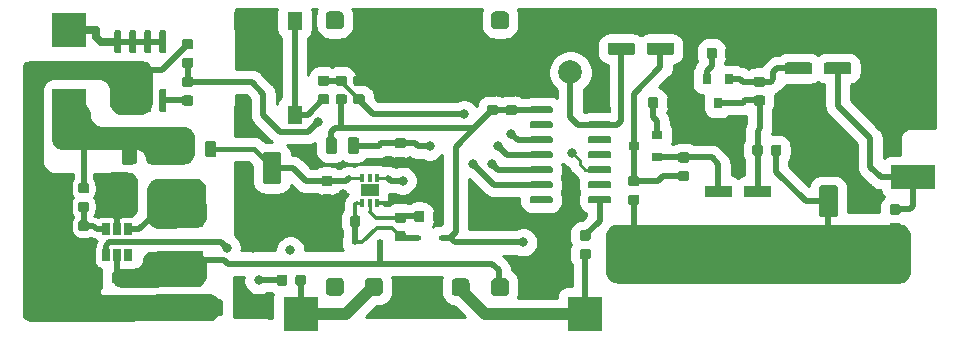
<source format=gtl>
G04 #@! TF.GenerationSoftware,KiCad,Pcbnew,(5.1.5)-3*
G04 #@! TF.CreationDate,2020-07-28T19:33:27-07:00*
G04 #@! TF.ProjectId,Main Board,4d61696e-2042-46f6-9172-642e6b696361,rev?*
G04 #@! TF.SameCoordinates,Original*
G04 #@! TF.FileFunction,Copper,L1,Top*
G04 #@! TF.FilePolarity,Positive*
%FSLAX46Y46*%
G04 Gerber Fmt 4.6, Leading zero omitted, Abs format (unit mm)*
G04 Created by KiCad (PCBNEW (5.1.5)-3) date 2020-07-28 19:33:27*
%MOMM*%
%LPD*%
G04 APERTURE LIST*
%ADD10C,0.100000*%
%ADD11R,0.320000X0.660000*%
%ADD12R,1.600000X1.000000*%
%ADD13C,0.400000*%
%ADD14R,3.000000X3.000000*%
%ADD15C,2.000000*%
%ADD16R,0.600000X0.450000*%
%ADD17R,0.650000X1.060000*%
%ADD18R,1.300000X1.550000*%
%ADD19R,3.800000X2.000000*%
%ADD20R,0.450000X0.600000*%
%ADD21R,0.800000X0.900000*%
%ADD22R,0.900000X0.800000*%
%ADD23R,4.000000X1.500000*%
%ADD24C,0.800000*%
%ADD25C,1.000000*%
%ADD26C,0.500000*%
%ADD27C,0.350000*%
%ADD28C,0.250000*%
%ADD29C,0.600000*%
%ADD30C,0.450000*%
%ADD31C,1.000000*%
%ADD32C,0.700000*%
%ADD33C,0.254000*%
G04 APERTURE END LIST*
G04 #@! TA.AperFunction,ComponentPad*
D10*
G36*
X134468345Y-107389835D02*
G01*
X134505329Y-107395321D01*
X134541598Y-107404406D01*
X134576802Y-107417002D01*
X134610602Y-107432988D01*
X134642672Y-107452210D01*
X134672704Y-107474483D01*
X134700408Y-107499592D01*
X134725517Y-107527296D01*
X134747790Y-107557328D01*
X134767012Y-107589398D01*
X134782998Y-107623198D01*
X134795594Y-107658402D01*
X134804679Y-107694671D01*
X134810165Y-107731655D01*
X134812000Y-107769000D01*
X134812000Y-108531000D01*
X134810165Y-108568345D01*
X134804679Y-108605329D01*
X134795594Y-108641598D01*
X134782998Y-108676802D01*
X134767012Y-108710602D01*
X134747790Y-108742672D01*
X134725517Y-108772704D01*
X134700408Y-108800408D01*
X134672704Y-108825517D01*
X134642672Y-108847790D01*
X134610602Y-108867012D01*
X134576802Y-108882998D01*
X134541598Y-108895594D01*
X134505329Y-108904679D01*
X134468345Y-108910165D01*
X134431000Y-108912000D01*
X133669000Y-108912000D01*
X133631655Y-108910165D01*
X133594671Y-108904679D01*
X133558402Y-108895594D01*
X133523198Y-108882998D01*
X133489398Y-108867012D01*
X133457328Y-108847790D01*
X133427296Y-108825517D01*
X133399592Y-108800408D01*
X133374483Y-108772704D01*
X133352210Y-108742672D01*
X133332988Y-108710602D01*
X133317002Y-108676802D01*
X133304406Y-108641598D01*
X133295321Y-108605329D01*
X133289835Y-108568345D01*
X133288000Y-108531000D01*
X133288000Y-107769000D01*
X133289835Y-107731655D01*
X133295321Y-107694671D01*
X133304406Y-107658402D01*
X133317002Y-107623198D01*
X133332988Y-107589398D01*
X133352210Y-107557328D01*
X133374483Y-107527296D01*
X133399592Y-107499592D01*
X133427296Y-107474483D01*
X133457328Y-107452210D01*
X133489398Y-107432988D01*
X133523198Y-107417002D01*
X133558402Y-107404406D01*
X133594671Y-107395321D01*
X133631655Y-107389835D01*
X133669000Y-107388000D01*
X134431000Y-107388000D01*
X134468345Y-107389835D01*
G37*
G04 #@! TD.AperFunction*
G04 #@! TA.AperFunction,ComponentPad*
G36*
X148468345Y-107439835D02*
G01*
X148505329Y-107445321D01*
X148541598Y-107454406D01*
X148576802Y-107467002D01*
X148610602Y-107482988D01*
X148642672Y-107502210D01*
X148672704Y-107524483D01*
X148700408Y-107549592D01*
X148725517Y-107577296D01*
X148747790Y-107607328D01*
X148767012Y-107639398D01*
X148782998Y-107673198D01*
X148795594Y-107708402D01*
X148804679Y-107744671D01*
X148810165Y-107781655D01*
X148812000Y-107819000D01*
X148812000Y-108581000D01*
X148810165Y-108618345D01*
X148804679Y-108655329D01*
X148795594Y-108691598D01*
X148782998Y-108726802D01*
X148767012Y-108760602D01*
X148747790Y-108792672D01*
X148725517Y-108822704D01*
X148700408Y-108850408D01*
X148672704Y-108875517D01*
X148642672Y-108897790D01*
X148610602Y-108917012D01*
X148576802Y-108932998D01*
X148541598Y-108945594D01*
X148505329Y-108954679D01*
X148468345Y-108960165D01*
X148431000Y-108962000D01*
X147669000Y-108962000D01*
X147631655Y-108960165D01*
X147594671Y-108954679D01*
X147558402Y-108945594D01*
X147523198Y-108932998D01*
X147489398Y-108917012D01*
X147457328Y-108897790D01*
X147427296Y-108875517D01*
X147399592Y-108850408D01*
X147374483Y-108822704D01*
X147352210Y-108792672D01*
X147332988Y-108760602D01*
X147317002Y-108726802D01*
X147304406Y-108691598D01*
X147295321Y-108655329D01*
X147289835Y-108618345D01*
X147288000Y-108581000D01*
X147288000Y-107819000D01*
X147289835Y-107781655D01*
X147295321Y-107744671D01*
X147304406Y-107708402D01*
X147317002Y-107673198D01*
X147332988Y-107639398D01*
X147352210Y-107607328D01*
X147374483Y-107577296D01*
X147399592Y-107549592D01*
X147427296Y-107524483D01*
X147457328Y-107502210D01*
X147489398Y-107482988D01*
X147523198Y-107467002D01*
X147558402Y-107454406D01*
X147594671Y-107445321D01*
X147631655Y-107439835D01*
X147669000Y-107438000D01*
X148431000Y-107438000D01*
X148468345Y-107439835D01*
G37*
G04 #@! TD.AperFunction*
G04 #@! TA.AperFunction,ComponentPad*
G36*
X148468345Y-84839835D02*
G01*
X148505329Y-84845321D01*
X148541598Y-84854406D01*
X148576802Y-84867002D01*
X148610602Y-84882988D01*
X148642672Y-84902210D01*
X148672704Y-84924483D01*
X148700408Y-84949592D01*
X148725517Y-84977296D01*
X148747790Y-85007328D01*
X148767012Y-85039398D01*
X148782998Y-85073198D01*
X148795594Y-85108402D01*
X148804679Y-85144671D01*
X148810165Y-85181655D01*
X148812000Y-85219000D01*
X148812000Y-85981000D01*
X148810165Y-86018345D01*
X148804679Y-86055329D01*
X148795594Y-86091598D01*
X148782998Y-86126802D01*
X148767012Y-86160602D01*
X148747790Y-86192672D01*
X148725517Y-86222704D01*
X148700408Y-86250408D01*
X148672704Y-86275517D01*
X148642672Y-86297790D01*
X148610602Y-86317012D01*
X148576802Y-86332998D01*
X148541598Y-86345594D01*
X148505329Y-86354679D01*
X148468345Y-86360165D01*
X148431000Y-86362000D01*
X147669000Y-86362000D01*
X147631655Y-86360165D01*
X147594671Y-86354679D01*
X147558402Y-86345594D01*
X147523198Y-86332998D01*
X147489398Y-86317012D01*
X147457328Y-86297790D01*
X147427296Y-86275517D01*
X147399592Y-86250408D01*
X147374483Y-86222704D01*
X147352210Y-86192672D01*
X147332988Y-86160602D01*
X147317002Y-86126802D01*
X147304406Y-86091598D01*
X147295321Y-86055329D01*
X147289835Y-86018345D01*
X147288000Y-85981000D01*
X147288000Y-85219000D01*
X147289835Y-85181655D01*
X147295321Y-85144671D01*
X147304406Y-85108402D01*
X147317002Y-85073198D01*
X147332988Y-85039398D01*
X147352210Y-85007328D01*
X147374483Y-84977296D01*
X147399592Y-84949592D01*
X147427296Y-84924483D01*
X147457328Y-84902210D01*
X147489398Y-84882988D01*
X147523198Y-84867002D01*
X147558402Y-84854406D01*
X147594671Y-84845321D01*
X147631655Y-84839835D01*
X147669000Y-84838000D01*
X148431000Y-84838000D01*
X148468345Y-84839835D01*
G37*
G04 #@! TD.AperFunction*
G04 #@! TA.AperFunction,ComponentPad*
G36*
X134468345Y-84839835D02*
G01*
X134505329Y-84845321D01*
X134541598Y-84854406D01*
X134576802Y-84867002D01*
X134610602Y-84882988D01*
X134642672Y-84902210D01*
X134672704Y-84924483D01*
X134700408Y-84949592D01*
X134725517Y-84977296D01*
X134747790Y-85007328D01*
X134767012Y-85039398D01*
X134782998Y-85073198D01*
X134795594Y-85108402D01*
X134804679Y-85144671D01*
X134810165Y-85181655D01*
X134812000Y-85219000D01*
X134812000Y-85981000D01*
X134810165Y-86018345D01*
X134804679Y-86055329D01*
X134795594Y-86091598D01*
X134782998Y-86126802D01*
X134767012Y-86160602D01*
X134747790Y-86192672D01*
X134725517Y-86222704D01*
X134700408Y-86250408D01*
X134672704Y-86275517D01*
X134642672Y-86297790D01*
X134610602Y-86317012D01*
X134576802Y-86332998D01*
X134541598Y-86345594D01*
X134505329Y-86354679D01*
X134468345Y-86360165D01*
X134431000Y-86362000D01*
X133669000Y-86362000D01*
X133631655Y-86360165D01*
X133594671Y-86354679D01*
X133558402Y-86345594D01*
X133523198Y-86332998D01*
X133489398Y-86317012D01*
X133457328Y-86297790D01*
X133427296Y-86275517D01*
X133399592Y-86250408D01*
X133374483Y-86222704D01*
X133352210Y-86192672D01*
X133332988Y-86160602D01*
X133317002Y-86126802D01*
X133304406Y-86091598D01*
X133295321Y-86055329D01*
X133289835Y-86018345D01*
X133288000Y-85981000D01*
X133288000Y-85219000D01*
X133289835Y-85181655D01*
X133295321Y-85144671D01*
X133304406Y-85108402D01*
X133317002Y-85073198D01*
X133332988Y-85039398D01*
X133352210Y-85007328D01*
X133374483Y-84977296D01*
X133399592Y-84949592D01*
X133427296Y-84924483D01*
X133457328Y-84902210D01*
X133489398Y-84882988D01*
X133523198Y-84867002D01*
X133558402Y-84854406D01*
X133594671Y-84845321D01*
X133631655Y-84839835D01*
X133669000Y-84838000D01*
X134431000Y-84838000D01*
X134468345Y-84839835D01*
G37*
G04 #@! TD.AperFunction*
G04 #@! TA.AperFunction,ComponentPad*
G36*
X137768345Y-107389835D02*
G01*
X137805329Y-107395321D01*
X137841598Y-107404406D01*
X137876802Y-107417002D01*
X137910602Y-107432988D01*
X137942672Y-107452210D01*
X137972704Y-107474483D01*
X138000408Y-107499592D01*
X138025517Y-107527296D01*
X138047790Y-107557328D01*
X138067012Y-107589398D01*
X138082998Y-107623198D01*
X138095594Y-107658402D01*
X138104679Y-107694671D01*
X138110165Y-107731655D01*
X138112000Y-107769000D01*
X138112000Y-108531000D01*
X138110165Y-108568345D01*
X138104679Y-108605329D01*
X138095594Y-108641598D01*
X138082998Y-108676802D01*
X138067012Y-108710602D01*
X138047790Y-108742672D01*
X138025517Y-108772704D01*
X138000408Y-108800408D01*
X137972704Y-108825517D01*
X137942672Y-108847790D01*
X137910602Y-108867012D01*
X137876802Y-108882998D01*
X137841598Y-108895594D01*
X137805329Y-108904679D01*
X137768345Y-108910165D01*
X137731000Y-108912000D01*
X136969000Y-108912000D01*
X136931655Y-108910165D01*
X136894671Y-108904679D01*
X136858402Y-108895594D01*
X136823198Y-108882998D01*
X136789398Y-108867012D01*
X136757328Y-108847790D01*
X136727296Y-108825517D01*
X136699592Y-108800408D01*
X136674483Y-108772704D01*
X136652210Y-108742672D01*
X136632988Y-108710602D01*
X136617002Y-108676802D01*
X136604406Y-108641598D01*
X136595321Y-108605329D01*
X136589835Y-108568345D01*
X136588000Y-108531000D01*
X136588000Y-107769000D01*
X136589835Y-107731655D01*
X136595321Y-107694671D01*
X136604406Y-107658402D01*
X136617002Y-107623198D01*
X136632988Y-107589398D01*
X136652210Y-107557328D01*
X136674483Y-107527296D01*
X136699592Y-107499592D01*
X136727296Y-107474483D01*
X136757328Y-107452210D01*
X136789398Y-107432988D01*
X136823198Y-107417002D01*
X136858402Y-107404406D01*
X136894671Y-107395321D01*
X136931655Y-107389835D01*
X136969000Y-107388000D01*
X137731000Y-107388000D01*
X137768345Y-107389835D01*
G37*
G04 #@! TD.AperFunction*
G04 #@! TA.AperFunction,ComponentPad*
G36*
X145118345Y-107439835D02*
G01*
X145155329Y-107445321D01*
X145191598Y-107454406D01*
X145226802Y-107467002D01*
X145260602Y-107482988D01*
X145292672Y-107502210D01*
X145322704Y-107524483D01*
X145350408Y-107549592D01*
X145375517Y-107577296D01*
X145397790Y-107607328D01*
X145417012Y-107639398D01*
X145432998Y-107673198D01*
X145445594Y-107708402D01*
X145454679Y-107744671D01*
X145460165Y-107781655D01*
X145462000Y-107819000D01*
X145462000Y-108581000D01*
X145460165Y-108618345D01*
X145454679Y-108655329D01*
X145445594Y-108691598D01*
X145432998Y-108726802D01*
X145417012Y-108760602D01*
X145397790Y-108792672D01*
X145375517Y-108822704D01*
X145350408Y-108850408D01*
X145322704Y-108875517D01*
X145292672Y-108897790D01*
X145260602Y-108917012D01*
X145226802Y-108932998D01*
X145191598Y-108945594D01*
X145155329Y-108954679D01*
X145118345Y-108960165D01*
X145081000Y-108962000D01*
X144319000Y-108962000D01*
X144281655Y-108960165D01*
X144244671Y-108954679D01*
X144208402Y-108945594D01*
X144173198Y-108932998D01*
X144139398Y-108917012D01*
X144107328Y-108897790D01*
X144077296Y-108875517D01*
X144049592Y-108850408D01*
X144024483Y-108822704D01*
X144002210Y-108792672D01*
X143982988Y-108760602D01*
X143967002Y-108726802D01*
X143954406Y-108691598D01*
X143945321Y-108655329D01*
X143939835Y-108618345D01*
X143938000Y-108581000D01*
X143938000Y-107819000D01*
X143939835Y-107781655D01*
X143945321Y-107744671D01*
X143954406Y-107708402D01*
X143967002Y-107673198D01*
X143982988Y-107639398D01*
X144002210Y-107607328D01*
X144024483Y-107577296D01*
X144049592Y-107549592D01*
X144077296Y-107524483D01*
X144107328Y-107502210D01*
X144139398Y-107482988D01*
X144173198Y-107467002D01*
X144208402Y-107454406D01*
X144244671Y-107445321D01*
X144281655Y-107439835D01*
X144319000Y-107438000D01*
X145081000Y-107438000D01*
X145118345Y-107439835D01*
G37*
G04 #@! TD.AperFunction*
G04 #@! TA.AperFunction,SMDPad,CuDef*
G36*
X133377691Y-91851053D02*
G01*
X133398926Y-91854203D01*
X133419750Y-91859419D01*
X133439962Y-91866651D01*
X133459368Y-91875830D01*
X133477781Y-91886866D01*
X133495024Y-91899654D01*
X133510930Y-91914070D01*
X133525346Y-91929976D01*
X133538134Y-91947219D01*
X133549170Y-91965632D01*
X133558349Y-91985038D01*
X133565581Y-92005250D01*
X133570797Y-92026074D01*
X133573947Y-92047309D01*
X133575000Y-92068750D01*
X133575000Y-92506250D01*
X133573947Y-92527691D01*
X133570797Y-92548926D01*
X133565581Y-92569750D01*
X133558349Y-92589962D01*
X133549170Y-92609368D01*
X133538134Y-92627781D01*
X133525346Y-92645024D01*
X133510930Y-92660930D01*
X133495024Y-92675346D01*
X133477781Y-92688134D01*
X133459368Y-92699170D01*
X133439962Y-92708349D01*
X133419750Y-92715581D01*
X133398926Y-92720797D01*
X133377691Y-92723947D01*
X133356250Y-92725000D01*
X132843750Y-92725000D01*
X132822309Y-92723947D01*
X132801074Y-92720797D01*
X132780250Y-92715581D01*
X132760038Y-92708349D01*
X132740632Y-92699170D01*
X132722219Y-92688134D01*
X132704976Y-92675346D01*
X132689070Y-92660930D01*
X132674654Y-92645024D01*
X132661866Y-92627781D01*
X132650830Y-92609368D01*
X132641651Y-92589962D01*
X132634419Y-92569750D01*
X132629203Y-92548926D01*
X132626053Y-92527691D01*
X132625000Y-92506250D01*
X132625000Y-92068750D01*
X132626053Y-92047309D01*
X132629203Y-92026074D01*
X132634419Y-92005250D01*
X132641651Y-91985038D01*
X132650830Y-91965632D01*
X132661866Y-91947219D01*
X132674654Y-91929976D01*
X132689070Y-91914070D01*
X132704976Y-91899654D01*
X132722219Y-91886866D01*
X132740632Y-91875830D01*
X132760038Y-91866651D01*
X132780250Y-91859419D01*
X132801074Y-91854203D01*
X132822309Y-91851053D01*
X132843750Y-91850000D01*
X133356250Y-91850000D01*
X133377691Y-91851053D01*
G37*
G04 #@! TD.AperFunction*
G04 #@! TA.AperFunction,SMDPad,CuDef*
G36*
X133377691Y-90276053D02*
G01*
X133398926Y-90279203D01*
X133419750Y-90284419D01*
X133439962Y-90291651D01*
X133459368Y-90300830D01*
X133477781Y-90311866D01*
X133495024Y-90324654D01*
X133510930Y-90339070D01*
X133525346Y-90354976D01*
X133538134Y-90372219D01*
X133549170Y-90390632D01*
X133558349Y-90410038D01*
X133565581Y-90430250D01*
X133570797Y-90451074D01*
X133573947Y-90472309D01*
X133575000Y-90493750D01*
X133575000Y-90931250D01*
X133573947Y-90952691D01*
X133570797Y-90973926D01*
X133565581Y-90994750D01*
X133558349Y-91014962D01*
X133549170Y-91034368D01*
X133538134Y-91052781D01*
X133525346Y-91070024D01*
X133510930Y-91085930D01*
X133495024Y-91100346D01*
X133477781Y-91113134D01*
X133459368Y-91124170D01*
X133439962Y-91133349D01*
X133419750Y-91140581D01*
X133398926Y-91145797D01*
X133377691Y-91148947D01*
X133356250Y-91150000D01*
X132843750Y-91150000D01*
X132822309Y-91148947D01*
X132801074Y-91145797D01*
X132780250Y-91140581D01*
X132760038Y-91133349D01*
X132740632Y-91124170D01*
X132722219Y-91113134D01*
X132704976Y-91100346D01*
X132689070Y-91085930D01*
X132674654Y-91070024D01*
X132661866Y-91052781D01*
X132650830Y-91034368D01*
X132641651Y-91014962D01*
X132634419Y-90994750D01*
X132629203Y-90973926D01*
X132626053Y-90952691D01*
X132625000Y-90931250D01*
X132625000Y-90493750D01*
X132626053Y-90472309D01*
X132629203Y-90451074D01*
X132634419Y-90430250D01*
X132641651Y-90410038D01*
X132650830Y-90390632D01*
X132661866Y-90372219D01*
X132674654Y-90354976D01*
X132689070Y-90339070D01*
X132704976Y-90324654D01*
X132722219Y-90311866D01*
X132740632Y-90300830D01*
X132760038Y-90291651D01*
X132780250Y-90284419D01*
X132801074Y-90279203D01*
X132822309Y-90276053D01*
X132843750Y-90275000D01*
X133356250Y-90275000D01*
X133377691Y-90276053D01*
G37*
G04 #@! TD.AperFunction*
D11*
X136350000Y-101030000D03*
X137000000Y-101030000D03*
X137650000Y-101030000D03*
X137650000Y-98970000D03*
X137000000Y-98970000D03*
X136350000Y-98970000D03*
D12*
X137000000Y-100000000D03*
D13*
X136450000Y-100000000D03*
X137550000Y-100000000D03*
G04 #@! TA.AperFunction,SMDPad,CuDef*
D10*
G36*
X134452691Y-102126053D02*
G01*
X134473926Y-102129203D01*
X134494750Y-102134419D01*
X134514962Y-102141651D01*
X134534368Y-102150830D01*
X134552781Y-102161866D01*
X134570024Y-102174654D01*
X134585930Y-102189070D01*
X134600346Y-102204976D01*
X134613134Y-102222219D01*
X134624170Y-102240632D01*
X134633349Y-102260038D01*
X134640581Y-102280250D01*
X134645797Y-102301074D01*
X134648947Y-102322309D01*
X134650000Y-102343750D01*
X134650000Y-102856250D01*
X134648947Y-102877691D01*
X134645797Y-102898926D01*
X134640581Y-102919750D01*
X134633349Y-102939962D01*
X134624170Y-102959368D01*
X134613134Y-102977781D01*
X134600346Y-102995024D01*
X134585930Y-103010930D01*
X134570024Y-103025346D01*
X134552781Y-103038134D01*
X134534368Y-103049170D01*
X134514962Y-103058349D01*
X134494750Y-103065581D01*
X134473926Y-103070797D01*
X134452691Y-103073947D01*
X134431250Y-103075000D01*
X133993750Y-103075000D01*
X133972309Y-103073947D01*
X133951074Y-103070797D01*
X133930250Y-103065581D01*
X133910038Y-103058349D01*
X133890632Y-103049170D01*
X133872219Y-103038134D01*
X133854976Y-103025346D01*
X133839070Y-103010930D01*
X133824654Y-102995024D01*
X133811866Y-102977781D01*
X133800830Y-102959368D01*
X133791651Y-102939962D01*
X133784419Y-102919750D01*
X133779203Y-102898926D01*
X133776053Y-102877691D01*
X133775000Y-102856250D01*
X133775000Y-102343750D01*
X133776053Y-102322309D01*
X133779203Y-102301074D01*
X133784419Y-102280250D01*
X133791651Y-102260038D01*
X133800830Y-102240632D01*
X133811866Y-102222219D01*
X133824654Y-102204976D01*
X133839070Y-102189070D01*
X133854976Y-102174654D01*
X133872219Y-102161866D01*
X133890632Y-102150830D01*
X133910038Y-102141651D01*
X133930250Y-102134419D01*
X133951074Y-102129203D01*
X133972309Y-102126053D01*
X133993750Y-102125000D01*
X134431250Y-102125000D01*
X134452691Y-102126053D01*
G37*
G04 #@! TD.AperFunction*
G04 #@! TA.AperFunction,SMDPad,CuDef*
G36*
X136027691Y-102126053D02*
G01*
X136048926Y-102129203D01*
X136069750Y-102134419D01*
X136089962Y-102141651D01*
X136109368Y-102150830D01*
X136127781Y-102161866D01*
X136145024Y-102174654D01*
X136160930Y-102189070D01*
X136175346Y-102204976D01*
X136188134Y-102222219D01*
X136199170Y-102240632D01*
X136208349Y-102260038D01*
X136215581Y-102280250D01*
X136220797Y-102301074D01*
X136223947Y-102322309D01*
X136225000Y-102343750D01*
X136225000Y-102856250D01*
X136223947Y-102877691D01*
X136220797Y-102898926D01*
X136215581Y-102919750D01*
X136208349Y-102939962D01*
X136199170Y-102959368D01*
X136188134Y-102977781D01*
X136175346Y-102995024D01*
X136160930Y-103010930D01*
X136145024Y-103025346D01*
X136127781Y-103038134D01*
X136109368Y-103049170D01*
X136089962Y-103058349D01*
X136069750Y-103065581D01*
X136048926Y-103070797D01*
X136027691Y-103073947D01*
X136006250Y-103075000D01*
X135568750Y-103075000D01*
X135547309Y-103073947D01*
X135526074Y-103070797D01*
X135505250Y-103065581D01*
X135485038Y-103058349D01*
X135465632Y-103049170D01*
X135447219Y-103038134D01*
X135429976Y-103025346D01*
X135414070Y-103010930D01*
X135399654Y-102995024D01*
X135386866Y-102977781D01*
X135375830Y-102959368D01*
X135366651Y-102939962D01*
X135359419Y-102919750D01*
X135354203Y-102898926D01*
X135351053Y-102877691D01*
X135350000Y-102856250D01*
X135350000Y-102343750D01*
X135351053Y-102322309D01*
X135354203Y-102301074D01*
X135359419Y-102280250D01*
X135366651Y-102260038D01*
X135375830Y-102240632D01*
X135386866Y-102222219D01*
X135399654Y-102204976D01*
X135414070Y-102189070D01*
X135429976Y-102174654D01*
X135447219Y-102161866D01*
X135465632Y-102150830D01*
X135485038Y-102141651D01*
X135505250Y-102134419D01*
X135526074Y-102129203D01*
X135547309Y-102126053D01*
X135568750Y-102125000D01*
X136006250Y-102125000D01*
X136027691Y-102126053D01*
G37*
G04 #@! TD.AperFunction*
G04 #@! TA.AperFunction,SMDPad,CuDef*
G36*
X136377691Y-90276053D02*
G01*
X136398926Y-90279203D01*
X136419750Y-90284419D01*
X136439962Y-90291651D01*
X136459368Y-90300830D01*
X136477781Y-90311866D01*
X136495024Y-90324654D01*
X136510930Y-90339070D01*
X136525346Y-90354976D01*
X136538134Y-90372219D01*
X136549170Y-90390632D01*
X136558349Y-90410038D01*
X136565581Y-90430250D01*
X136570797Y-90451074D01*
X136573947Y-90472309D01*
X136575000Y-90493750D01*
X136575000Y-90931250D01*
X136573947Y-90952691D01*
X136570797Y-90973926D01*
X136565581Y-90994750D01*
X136558349Y-91014962D01*
X136549170Y-91034368D01*
X136538134Y-91052781D01*
X136525346Y-91070024D01*
X136510930Y-91085930D01*
X136495024Y-91100346D01*
X136477781Y-91113134D01*
X136459368Y-91124170D01*
X136439962Y-91133349D01*
X136419750Y-91140581D01*
X136398926Y-91145797D01*
X136377691Y-91148947D01*
X136356250Y-91150000D01*
X135843750Y-91150000D01*
X135822309Y-91148947D01*
X135801074Y-91145797D01*
X135780250Y-91140581D01*
X135760038Y-91133349D01*
X135740632Y-91124170D01*
X135722219Y-91113134D01*
X135704976Y-91100346D01*
X135689070Y-91085930D01*
X135674654Y-91070024D01*
X135661866Y-91052781D01*
X135650830Y-91034368D01*
X135641651Y-91014962D01*
X135634419Y-90994750D01*
X135629203Y-90973926D01*
X135626053Y-90952691D01*
X135625000Y-90931250D01*
X135625000Y-90493750D01*
X135626053Y-90472309D01*
X135629203Y-90451074D01*
X135634419Y-90430250D01*
X135641651Y-90410038D01*
X135650830Y-90390632D01*
X135661866Y-90372219D01*
X135674654Y-90354976D01*
X135689070Y-90339070D01*
X135704976Y-90324654D01*
X135722219Y-90311866D01*
X135740632Y-90300830D01*
X135760038Y-90291651D01*
X135780250Y-90284419D01*
X135801074Y-90279203D01*
X135822309Y-90276053D01*
X135843750Y-90275000D01*
X136356250Y-90275000D01*
X136377691Y-90276053D01*
G37*
G04 #@! TD.AperFunction*
G04 #@! TA.AperFunction,SMDPad,CuDef*
G36*
X136377691Y-91851053D02*
G01*
X136398926Y-91854203D01*
X136419750Y-91859419D01*
X136439962Y-91866651D01*
X136459368Y-91875830D01*
X136477781Y-91886866D01*
X136495024Y-91899654D01*
X136510930Y-91914070D01*
X136525346Y-91929976D01*
X136538134Y-91947219D01*
X136549170Y-91965632D01*
X136558349Y-91985038D01*
X136565581Y-92005250D01*
X136570797Y-92026074D01*
X136573947Y-92047309D01*
X136575000Y-92068750D01*
X136575000Y-92506250D01*
X136573947Y-92527691D01*
X136570797Y-92548926D01*
X136565581Y-92569750D01*
X136558349Y-92589962D01*
X136549170Y-92609368D01*
X136538134Y-92627781D01*
X136525346Y-92645024D01*
X136510930Y-92660930D01*
X136495024Y-92675346D01*
X136477781Y-92688134D01*
X136459368Y-92699170D01*
X136439962Y-92708349D01*
X136419750Y-92715581D01*
X136398926Y-92720797D01*
X136377691Y-92723947D01*
X136356250Y-92725000D01*
X135843750Y-92725000D01*
X135822309Y-92723947D01*
X135801074Y-92720797D01*
X135780250Y-92715581D01*
X135760038Y-92708349D01*
X135740632Y-92699170D01*
X135722219Y-92688134D01*
X135704976Y-92675346D01*
X135689070Y-92660930D01*
X135674654Y-92645024D01*
X135661866Y-92627781D01*
X135650830Y-92609368D01*
X135641651Y-92589962D01*
X135634419Y-92569750D01*
X135629203Y-92548926D01*
X135626053Y-92527691D01*
X135625000Y-92506250D01*
X135625000Y-92068750D01*
X135626053Y-92047309D01*
X135629203Y-92026074D01*
X135634419Y-92005250D01*
X135641651Y-91985038D01*
X135650830Y-91965632D01*
X135661866Y-91947219D01*
X135674654Y-91929976D01*
X135689070Y-91914070D01*
X135704976Y-91899654D01*
X135722219Y-91886866D01*
X135740632Y-91875830D01*
X135760038Y-91866651D01*
X135780250Y-91859419D01*
X135801074Y-91854203D01*
X135822309Y-91851053D01*
X135843750Y-91850000D01*
X136356250Y-91850000D01*
X136377691Y-91851053D01*
G37*
G04 #@! TD.AperFunction*
D14*
X131160000Y-110480000D03*
X155260000Y-110460000D03*
G04 #@! TA.AperFunction,SMDPad,CuDef*
D10*
G36*
X143027691Y-101726053D02*
G01*
X143048926Y-101729203D01*
X143069750Y-101734419D01*
X143089962Y-101741651D01*
X143109368Y-101750830D01*
X143127781Y-101761866D01*
X143145024Y-101774654D01*
X143160930Y-101789070D01*
X143175346Y-101804976D01*
X143188134Y-101822219D01*
X143199170Y-101840632D01*
X143208349Y-101860038D01*
X143215581Y-101880250D01*
X143220797Y-101901074D01*
X143223947Y-101922309D01*
X143225000Y-101943750D01*
X143225000Y-102456250D01*
X143223947Y-102477691D01*
X143220797Y-102498926D01*
X143215581Y-102519750D01*
X143208349Y-102539962D01*
X143199170Y-102559368D01*
X143188134Y-102577781D01*
X143175346Y-102595024D01*
X143160930Y-102610930D01*
X143145024Y-102625346D01*
X143127781Y-102638134D01*
X143109368Y-102649170D01*
X143089962Y-102658349D01*
X143069750Y-102665581D01*
X143048926Y-102670797D01*
X143027691Y-102673947D01*
X143006250Y-102675000D01*
X142568750Y-102675000D01*
X142547309Y-102673947D01*
X142526074Y-102670797D01*
X142505250Y-102665581D01*
X142485038Y-102658349D01*
X142465632Y-102649170D01*
X142447219Y-102638134D01*
X142429976Y-102625346D01*
X142414070Y-102610930D01*
X142399654Y-102595024D01*
X142386866Y-102577781D01*
X142375830Y-102559368D01*
X142366651Y-102539962D01*
X142359419Y-102519750D01*
X142354203Y-102498926D01*
X142351053Y-102477691D01*
X142350000Y-102456250D01*
X142350000Y-101943750D01*
X142351053Y-101922309D01*
X142354203Y-101901074D01*
X142359419Y-101880250D01*
X142366651Y-101860038D01*
X142375830Y-101840632D01*
X142386866Y-101822219D01*
X142399654Y-101804976D01*
X142414070Y-101789070D01*
X142429976Y-101774654D01*
X142447219Y-101761866D01*
X142465632Y-101750830D01*
X142485038Y-101741651D01*
X142505250Y-101734419D01*
X142526074Y-101729203D01*
X142547309Y-101726053D01*
X142568750Y-101725000D01*
X143006250Y-101725000D01*
X143027691Y-101726053D01*
G37*
G04 #@! TD.AperFunction*
G04 #@! TA.AperFunction,SMDPad,CuDef*
G36*
X141452691Y-101726053D02*
G01*
X141473926Y-101729203D01*
X141494750Y-101734419D01*
X141514962Y-101741651D01*
X141534368Y-101750830D01*
X141552781Y-101761866D01*
X141570024Y-101774654D01*
X141585930Y-101789070D01*
X141600346Y-101804976D01*
X141613134Y-101822219D01*
X141624170Y-101840632D01*
X141633349Y-101860038D01*
X141640581Y-101880250D01*
X141645797Y-101901074D01*
X141648947Y-101922309D01*
X141650000Y-101943750D01*
X141650000Y-102456250D01*
X141648947Y-102477691D01*
X141645797Y-102498926D01*
X141640581Y-102519750D01*
X141633349Y-102539962D01*
X141624170Y-102559368D01*
X141613134Y-102577781D01*
X141600346Y-102595024D01*
X141585930Y-102610930D01*
X141570024Y-102625346D01*
X141552781Y-102638134D01*
X141534368Y-102649170D01*
X141514962Y-102658349D01*
X141494750Y-102665581D01*
X141473926Y-102670797D01*
X141452691Y-102673947D01*
X141431250Y-102675000D01*
X140993750Y-102675000D01*
X140972309Y-102673947D01*
X140951074Y-102670797D01*
X140930250Y-102665581D01*
X140910038Y-102658349D01*
X140890632Y-102649170D01*
X140872219Y-102638134D01*
X140854976Y-102625346D01*
X140839070Y-102610930D01*
X140824654Y-102595024D01*
X140811866Y-102577781D01*
X140800830Y-102559368D01*
X140791651Y-102539962D01*
X140784419Y-102519750D01*
X140779203Y-102498926D01*
X140776053Y-102477691D01*
X140775000Y-102456250D01*
X140775000Y-101943750D01*
X140776053Y-101922309D01*
X140779203Y-101901074D01*
X140784419Y-101880250D01*
X140791651Y-101860038D01*
X140800830Y-101840632D01*
X140811866Y-101822219D01*
X140824654Y-101804976D01*
X140839070Y-101789070D01*
X140854976Y-101774654D01*
X140872219Y-101761866D01*
X140890632Y-101750830D01*
X140910038Y-101741651D01*
X140930250Y-101734419D01*
X140951074Y-101729203D01*
X140972309Y-101726053D01*
X140993750Y-101725000D01*
X141431250Y-101725000D01*
X141452691Y-101726053D01*
G37*
G04 #@! TD.AperFunction*
G04 #@! TA.AperFunction,SMDPad,CuDef*
G36*
X113065191Y-100951053D02*
G01*
X113086426Y-100954203D01*
X113107250Y-100959419D01*
X113127462Y-100966651D01*
X113146868Y-100975830D01*
X113165281Y-100986866D01*
X113182524Y-100999654D01*
X113198430Y-101014070D01*
X113212846Y-101029976D01*
X113225634Y-101047219D01*
X113236670Y-101065632D01*
X113245849Y-101085038D01*
X113253081Y-101105250D01*
X113258297Y-101126074D01*
X113261447Y-101147309D01*
X113262500Y-101168750D01*
X113262500Y-101606250D01*
X113261447Y-101627691D01*
X113258297Y-101648926D01*
X113253081Y-101669750D01*
X113245849Y-101689962D01*
X113236670Y-101709368D01*
X113225634Y-101727781D01*
X113212846Y-101745024D01*
X113198430Y-101760930D01*
X113182524Y-101775346D01*
X113165281Y-101788134D01*
X113146868Y-101799170D01*
X113127462Y-101808349D01*
X113107250Y-101815581D01*
X113086426Y-101820797D01*
X113065191Y-101823947D01*
X113043750Y-101825000D01*
X112531250Y-101825000D01*
X112509809Y-101823947D01*
X112488574Y-101820797D01*
X112467750Y-101815581D01*
X112447538Y-101808349D01*
X112428132Y-101799170D01*
X112409719Y-101788134D01*
X112392476Y-101775346D01*
X112376570Y-101760930D01*
X112362154Y-101745024D01*
X112349366Y-101727781D01*
X112338330Y-101709368D01*
X112329151Y-101689962D01*
X112321919Y-101669750D01*
X112316703Y-101648926D01*
X112313553Y-101627691D01*
X112312500Y-101606250D01*
X112312500Y-101168750D01*
X112313553Y-101147309D01*
X112316703Y-101126074D01*
X112321919Y-101105250D01*
X112329151Y-101085038D01*
X112338330Y-101065632D01*
X112349366Y-101047219D01*
X112362154Y-101029976D01*
X112376570Y-101014070D01*
X112392476Y-100999654D01*
X112409719Y-100986866D01*
X112428132Y-100975830D01*
X112447538Y-100966651D01*
X112467750Y-100959419D01*
X112488574Y-100954203D01*
X112509809Y-100951053D01*
X112531250Y-100950000D01*
X113043750Y-100950000D01*
X113065191Y-100951053D01*
G37*
G04 #@! TD.AperFunction*
G04 #@! TA.AperFunction,SMDPad,CuDef*
G36*
X113065191Y-99376053D02*
G01*
X113086426Y-99379203D01*
X113107250Y-99384419D01*
X113127462Y-99391651D01*
X113146868Y-99400830D01*
X113165281Y-99411866D01*
X113182524Y-99424654D01*
X113198430Y-99439070D01*
X113212846Y-99454976D01*
X113225634Y-99472219D01*
X113236670Y-99490632D01*
X113245849Y-99510038D01*
X113253081Y-99530250D01*
X113258297Y-99551074D01*
X113261447Y-99572309D01*
X113262500Y-99593750D01*
X113262500Y-100031250D01*
X113261447Y-100052691D01*
X113258297Y-100073926D01*
X113253081Y-100094750D01*
X113245849Y-100114962D01*
X113236670Y-100134368D01*
X113225634Y-100152781D01*
X113212846Y-100170024D01*
X113198430Y-100185930D01*
X113182524Y-100200346D01*
X113165281Y-100213134D01*
X113146868Y-100224170D01*
X113127462Y-100233349D01*
X113107250Y-100240581D01*
X113086426Y-100245797D01*
X113065191Y-100248947D01*
X113043750Y-100250000D01*
X112531250Y-100250000D01*
X112509809Y-100248947D01*
X112488574Y-100245797D01*
X112467750Y-100240581D01*
X112447538Y-100233349D01*
X112428132Y-100224170D01*
X112409719Y-100213134D01*
X112392476Y-100200346D01*
X112376570Y-100185930D01*
X112362154Y-100170024D01*
X112349366Y-100152781D01*
X112338330Y-100134368D01*
X112329151Y-100114962D01*
X112321919Y-100094750D01*
X112316703Y-100073926D01*
X112313553Y-100052691D01*
X112312500Y-100031250D01*
X112312500Y-99593750D01*
X112313553Y-99572309D01*
X112316703Y-99551074D01*
X112321919Y-99530250D01*
X112329151Y-99510038D01*
X112338330Y-99490632D01*
X112349366Y-99472219D01*
X112362154Y-99454976D01*
X112376570Y-99439070D01*
X112392476Y-99424654D01*
X112409719Y-99411866D01*
X112428132Y-99400830D01*
X112447538Y-99391651D01*
X112467750Y-99384419D01*
X112488574Y-99379203D01*
X112509809Y-99376053D01*
X112531250Y-99375000D01*
X113043750Y-99375000D01*
X113065191Y-99376053D01*
G37*
G04 #@! TD.AperFunction*
G04 #@! TA.AperFunction,SMDPad,CuDef*
G36*
X129825191Y-107126053D02*
G01*
X129846426Y-107129203D01*
X129867250Y-107134419D01*
X129887462Y-107141651D01*
X129906868Y-107150830D01*
X129925281Y-107161866D01*
X129942524Y-107174654D01*
X129958430Y-107189070D01*
X129972846Y-107204976D01*
X129985634Y-107222219D01*
X129996670Y-107240632D01*
X130005849Y-107260038D01*
X130013081Y-107280250D01*
X130018297Y-107301074D01*
X130021447Y-107322309D01*
X130022500Y-107343750D01*
X130022500Y-107856250D01*
X130021447Y-107877691D01*
X130018297Y-107898926D01*
X130013081Y-107919750D01*
X130005849Y-107939962D01*
X129996670Y-107959368D01*
X129985634Y-107977781D01*
X129972846Y-107995024D01*
X129958430Y-108010930D01*
X129942524Y-108025346D01*
X129925281Y-108038134D01*
X129906868Y-108049170D01*
X129887462Y-108058349D01*
X129867250Y-108065581D01*
X129846426Y-108070797D01*
X129825191Y-108073947D01*
X129803750Y-108075000D01*
X129366250Y-108075000D01*
X129344809Y-108073947D01*
X129323574Y-108070797D01*
X129302750Y-108065581D01*
X129282538Y-108058349D01*
X129263132Y-108049170D01*
X129244719Y-108038134D01*
X129227476Y-108025346D01*
X129211570Y-108010930D01*
X129197154Y-107995024D01*
X129184366Y-107977781D01*
X129173330Y-107959368D01*
X129164151Y-107939962D01*
X129156919Y-107919750D01*
X129151703Y-107898926D01*
X129148553Y-107877691D01*
X129147500Y-107856250D01*
X129147500Y-107343750D01*
X129148553Y-107322309D01*
X129151703Y-107301074D01*
X129156919Y-107280250D01*
X129164151Y-107260038D01*
X129173330Y-107240632D01*
X129184366Y-107222219D01*
X129197154Y-107204976D01*
X129211570Y-107189070D01*
X129227476Y-107174654D01*
X129244719Y-107161866D01*
X129263132Y-107150830D01*
X129282538Y-107141651D01*
X129302750Y-107134419D01*
X129323574Y-107129203D01*
X129344809Y-107126053D01*
X129366250Y-107125000D01*
X129803750Y-107125000D01*
X129825191Y-107126053D01*
G37*
G04 #@! TD.AperFunction*
G04 #@! TA.AperFunction,SMDPad,CuDef*
G36*
X131400191Y-107126053D02*
G01*
X131421426Y-107129203D01*
X131442250Y-107134419D01*
X131462462Y-107141651D01*
X131481868Y-107150830D01*
X131500281Y-107161866D01*
X131517524Y-107174654D01*
X131533430Y-107189070D01*
X131547846Y-107204976D01*
X131560634Y-107222219D01*
X131571670Y-107240632D01*
X131580849Y-107260038D01*
X131588081Y-107280250D01*
X131593297Y-107301074D01*
X131596447Y-107322309D01*
X131597500Y-107343750D01*
X131597500Y-107856250D01*
X131596447Y-107877691D01*
X131593297Y-107898926D01*
X131588081Y-107919750D01*
X131580849Y-107939962D01*
X131571670Y-107959368D01*
X131560634Y-107977781D01*
X131547846Y-107995024D01*
X131533430Y-108010930D01*
X131517524Y-108025346D01*
X131500281Y-108038134D01*
X131481868Y-108049170D01*
X131462462Y-108058349D01*
X131442250Y-108065581D01*
X131421426Y-108070797D01*
X131400191Y-108073947D01*
X131378750Y-108075000D01*
X130941250Y-108075000D01*
X130919809Y-108073947D01*
X130898574Y-108070797D01*
X130877750Y-108065581D01*
X130857538Y-108058349D01*
X130838132Y-108049170D01*
X130819719Y-108038134D01*
X130802476Y-108025346D01*
X130786570Y-108010930D01*
X130772154Y-107995024D01*
X130759366Y-107977781D01*
X130748330Y-107959368D01*
X130739151Y-107939962D01*
X130731919Y-107919750D01*
X130726703Y-107898926D01*
X130723553Y-107877691D01*
X130722500Y-107856250D01*
X130722500Y-107343750D01*
X130723553Y-107322309D01*
X130726703Y-107301074D01*
X130731919Y-107280250D01*
X130739151Y-107260038D01*
X130748330Y-107240632D01*
X130759366Y-107222219D01*
X130772154Y-107204976D01*
X130786570Y-107189070D01*
X130802476Y-107174654D01*
X130819719Y-107161866D01*
X130838132Y-107150830D01*
X130857538Y-107141651D01*
X130877750Y-107134419D01*
X130898574Y-107129203D01*
X130919809Y-107126053D01*
X130941250Y-107125000D01*
X131378750Y-107125000D01*
X131400191Y-107126053D01*
G37*
G04 #@! TD.AperFunction*
G04 #@! TA.AperFunction,SMDPad,CuDef*
G36*
X116877691Y-98551053D02*
G01*
X116898926Y-98554203D01*
X116919750Y-98559419D01*
X116939962Y-98566651D01*
X116959368Y-98575830D01*
X116977781Y-98586866D01*
X116995024Y-98599654D01*
X117010930Y-98614070D01*
X117025346Y-98629976D01*
X117038134Y-98647219D01*
X117049170Y-98665632D01*
X117058349Y-98685038D01*
X117065581Y-98705250D01*
X117070797Y-98726074D01*
X117073947Y-98747309D01*
X117075000Y-98768750D01*
X117075000Y-99206250D01*
X117073947Y-99227691D01*
X117070797Y-99248926D01*
X117065581Y-99269750D01*
X117058349Y-99289962D01*
X117049170Y-99309368D01*
X117038134Y-99327781D01*
X117025346Y-99345024D01*
X117010930Y-99360930D01*
X116995024Y-99375346D01*
X116977781Y-99388134D01*
X116959368Y-99399170D01*
X116939962Y-99408349D01*
X116919750Y-99415581D01*
X116898926Y-99420797D01*
X116877691Y-99423947D01*
X116856250Y-99425000D01*
X116343750Y-99425000D01*
X116322309Y-99423947D01*
X116301074Y-99420797D01*
X116280250Y-99415581D01*
X116260038Y-99408349D01*
X116240632Y-99399170D01*
X116222219Y-99388134D01*
X116204976Y-99375346D01*
X116189070Y-99360930D01*
X116174654Y-99345024D01*
X116161866Y-99327781D01*
X116150830Y-99309368D01*
X116141651Y-99289962D01*
X116134419Y-99269750D01*
X116129203Y-99248926D01*
X116126053Y-99227691D01*
X116125000Y-99206250D01*
X116125000Y-98768750D01*
X116126053Y-98747309D01*
X116129203Y-98726074D01*
X116134419Y-98705250D01*
X116141651Y-98685038D01*
X116150830Y-98665632D01*
X116161866Y-98647219D01*
X116174654Y-98629976D01*
X116189070Y-98614070D01*
X116204976Y-98599654D01*
X116222219Y-98586866D01*
X116240632Y-98575830D01*
X116260038Y-98566651D01*
X116280250Y-98559419D01*
X116301074Y-98554203D01*
X116322309Y-98551053D01*
X116343750Y-98550000D01*
X116856250Y-98550000D01*
X116877691Y-98551053D01*
G37*
G04 #@! TD.AperFunction*
G04 #@! TA.AperFunction,SMDPad,CuDef*
G36*
X116877691Y-96976053D02*
G01*
X116898926Y-96979203D01*
X116919750Y-96984419D01*
X116939962Y-96991651D01*
X116959368Y-97000830D01*
X116977781Y-97011866D01*
X116995024Y-97024654D01*
X117010930Y-97039070D01*
X117025346Y-97054976D01*
X117038134Y-97072219D01*
X117049170Y-97090632D01*
X117058349Y-97110038D01*
X117065581Y-97130250D01*
X117070797Y-97151074D01*
X117073947Y-97172309D01*
X117075000Y-97193750D01*
X117075000Y-97631250D01*
X117073947Y-97652691D01*
X117070797Y-97673926D01*
X117065581Y-97694750D01*
X117058349Y-97714962D01*
X117049170Y-97734368D01*
X117038134Y-97752781D01*
X117025346Y-97770024D01*
X117010930Y-97785930D01*
X116995024Y-97800346D01*
X116977781Y-97813134D01*
X116959368Y-97824170D01*
X116939962Y-97833349D01*
X116919750Y-97840581D01*
X116898926Y-97845797D01*
X116877691Y-97848947D01*
X116856250Y-97850000D01*
X116343750Y-97850000D01*
X116322309Y-97848947D01*
X116301074Y-97845797D01*
X116280250Y-97840581D01*
X116260038Y-97833349D01*
X116240632Y-97824170D01*
X116222219Y-97813134D01*
X116204976Y-97800346D01*
X116189070Y-97785930D01*
X116174654Y-97770024D01*
X116161866Y-97752781D01*
X116150830Y-97734368D01*
X116141651Y-97714962D01*
X116134419Y-97694750D01*
X116129203Y-97673926D01*
X116126053Y-97652691D01*
X116125000Y-97631250D01*
X116125000Y-97193750D01*
X116126053Y-97172309D01*
X116129203Y-97151074D01*
X116134419Y-97130250D01*
X116141651Y-97110038D01*
X116150830Y-97090632D01*
X116161866Y-97072219D01*
X116174654Y-97054976D01*
X116189070Y-97039070D01*
X116204976Y-97024654D01*
X116222219Y-97011866D01*
X116240632Y-97000830D01*
X116260038Y-96991651D01*
X116280250Y-96984419D01*
X116301074Y-96979203D01*
X116322309Y-96976053D01*
X116343750Y-96975000D01*
X116856250Y-96975000D01*
X116877691Y-96976053D01*
G37*
G04 #@! TD.AperFunction*
G04 #@! TA.AperFunction,SMDPad,CuDef*
G36*
X115859703Y-86450722D02*
G01*
X115874264Y-86452882D01*
X115888543Y-86456459D01*
X115902403Y-86461418D01*
X115915710Y-86467712D01*
X115928336Y-86475280D01*
X115940159Y-86484048D01*
X115951066Y-86493934D01*
X115960952Y-86504841D01*
X115969720Y-86516664D01*
X115977288Y-86529290D01*
X115983582Y-86542597D01*
X115988541Y-86556457D01*
X115992118Y-86570736D01*
X115994278Y-86585297D01*
X115995000Y-86600000D01*
X115995000Y-88250000D01*
X115994278Y-88264703D01*
X115992118Y-88279264D01*
X115988541Y-88293543D01*
X115983582Y-88307403D01*
X115977288Y-88320710D01*
X115969720Y-88333336D01*
X115960952Y-88345159D01*
X115951066Y-88356066D01*
X115940159Y-88365952D01*
X115928336Y-88374720D01*
X115915710Y-88382288D01*
X115902403Y-88388582D01*
X115888543Y-88393541D01*
X115874264Y-88397118D01*
X115859703Y-88399278D01*
X115845000Y-88400000D01*
X115545000Y-88400000D01*
X115530297Y-88399278D01*
X115515736Y-88397118D01*
X115501457Y-88393541D01*
X115487597Y-88388582D01*
X115474290Y-88382288D01*
X115461664Y-88374720D01*
X115449841Y-88365952D01*
X115438934Y-88356066D01*
X115429048Y-88345159D01*
X115420280Y-88333336D01*
X115412712Y-88320710D01*
X115406418Y-88307403D01*
X115401459Y-88293543D01*
X115397882Y-88279264D01*
X115395722Y-88264703D01*
X115395000Y-88250000D01*
X115395000Y-86600000D01*
X115395722Y-86585297D01*
X115397882Y-86570736D01*
X115401459Y-86556457D01*
X115406418Y-86542597D01*
X115412712Y-86529290D01*
X115420280Y-86516664D01*
X115429048Y-86504841D01*
X115438934Y-86493934D01*
X115449841Y-86484048D01*
X115461664Y-86475280D01*
X115474290Y-86467712D01*
X115487597Y-86461418D01*
X115501457Y-86456459D01*
X115515736Y-86452882D01*
X115530297Y-86450722D01*
X115545000Y-86450000D01*
X115845000Y-86450000D01*
X115859703Y-86450722D01*
G37*
G04 #@! TD.AperFunction*
G04 #@! TA.AperFunction,SMDPad,CuDef*
G36*
X117129703Y-86450722D02*
G01*
X117144264Y-86452882D01*
X117158543Y-86456459D01*
X117172403Y-86461418D01*
X117185710Y-86467712D01*
X117198336Y-86475280D01*
X117210159Y-86484048D01*
X117221066Y-86493934D01*
X117230952Y-86504841D01*
X117239720Y-86516664D01*
X117247288Y-86529290D01*
X117253582Y-86542597D01*
X117258541Y-86556457D01*
X117262118Y-86570736D01*
X117264278Y-86585297D01*
X117265000Y-86600000D01*
X117265000Y-88250000D01*
X117264278Y-88264703D01*
X117262118Y-88279264D01*
X117258541Y-88293543D01*
X117253582Y-88307403D01*
X117247288Y-88320710D01*
X117239720Y-88333336D01*
X117230952Y-88345159D01*
X117221066Y-88356066D01*
X117210159Y-88365952D01*
X117198336Y-88374720D01*
X117185710Y-88382288D01*
X117172403Y-88388582D01*
X117158543Y-88393541D01*
X117144264Y-88397118D01*
X117129703Y-88399278D01*
X117115000Y-88400000D01*
X116815000Y-88400000D01*
X116800297Y-88399278D01*
X116785736Y-88397118D01*
X116771457Y-88393541D01*
X116757597Y-88388582D01*
X116744290Y-88382288D01*
X116731664Y-88374720D01*
X116719841Y-88365952D01*
X116708934Y-88356066D01*
X116699048Y-88345159D01*
X116690280Y-88333336D01*
X116682712Y-88320710D01*
X116676418Y-88307403D01*
X116671459Y-88293543D01*
X116667882Y-88279264D01*
X116665722Y-88264703D01*
X116665000Y-88250000D01*
X116665000Y-86600000D01*
X116665722Y-86585297D01*
X116667882Y-86570736D01*
X116671459Y-86556457D01*
X116676418Y-86542597D01*
X116682712Y-86529290D01*
X116690280Y-86516664D01*
X116699048Y-86504841D01*
X116708934Y-86493934D01*
X116719841Y-86484048D01*
X116731664Y-86475280D01*
X116744290Y-86467712D01*
X116757597Y-86461418D01*
X116771457Y-86456459D01*
X116785736Y-86452882D01*
X116800297Y-86450722D01*
X116815000Y-86450000D01*
X117115000Y-86450000D01*
X117129703Y-86450722D01*
G37*
G04 #@! TD.AperFunction*
G04 #@! TA.AperFunction,SMDPad,CuDef*
G36*
X118399703Y-86450722D02*
G01*
X118414264Y-86452882D01*
X118428543Y-86456459D01*
X118442403Y-86461418D01*
X118455710Y-86467712D01*
X118468336Y-86475280D01*
X118480159Y-86484048D01*
X118491066Y-86493934D01*
X118500952Y-86504841D01*
X118509720Y-86516664D01*
X118517288Y-86529290D01*
X118523582Y-86542597D01*
X118528541Y-86556457D01*
X118532118Y-86570736D01*
X118534278Y-86585297D01*
X118535000Y-86600000D01*
X118535000Y-88250000D01*
X118534278Y-88264703D01*
X118532118Y-88279264D01*
X118528541Y-88293543D01*
X118523582Y-88307403D01*
X118517288Y-88320710D01*
X118509720Y-88333336D01*
X118500952Y-88345159D01*
X118491066Y-88356066D01*
X118480159Y-88365952D01*
X118468336Y-88374720D01*
X118455710Y-88382288D01*
X118442403Y-88388582D01*
X118428543Y-88393541D01*
X118414264Y-88397118D01*
X118399703Y-88399278D01*
X118385000Y-88400000D01*
X118085000Y-88400000D01*
X118070297Y-88399278D01*
X118055736Y-88397118D01*
X118041457Y-88393541D01*
X118027597Y-88388582D01*
X118014290Y-88382288D01*
X118001664Y-88374720D01*
X117989841Y-88365952D01*
X117978934Y-88356066D01*
X117969048Y-88345159D01*
X117960280Y-88333336D01*
X117952712Y-88320710D01*
X117946418Y-88307403D01*
X117941459Y-88293543D01*
X117937882Y-88279264D01*
X117935722Y-88264703D01*
X117935000Y-88250000D01*
X117935000Y-86600000D01*
X117935722Y-86585297D01*
X117937882Y-86570736D01*
X117941459Y-86556457D01*
X117946418Y-86542597D01*
X117952712Y-86529290D01*
X117960280Y-86516664D01*
X117969048Y-86504841D01*
X117978934Y-86493934D01*
X117989841Y-86484048D01*
X118001664Y-86475280D01*
X118014290Y-86467712D01*
X118027597Y-86461418D01*
X118041457Y-86456459D01*
X118055736Y-86452882D01*
X118070297Y-86450722D01*
X118085000Y-86450000D01*
X118385000Y-86450000D01*
X118399703Y-86450722D01*
G37*
G04 #@! TD.AperFunction*
G04 #@! TA.AperFunction,SMDPad,CuDef*
G36*
X119669703Y-86450722D02*
G01*
X119684264Y-86452882D01*
X119698543Y-86456459D01*
X119712403Y-86461418D01*
X119725710Y-86467712D01*
X119738336Y-86475280D01*
X119750159Y-86484048D01*
X119761066Y-86493934D01*
X119770952Y-86504841D01*
X119779720Y-86516664D01*
X119787288Y-86529290D01*
X119793582Y-86542597D01*
X119798541Y-86556457D01*
X119802118Y-86570736D01*
X119804278Y-86585297D01*
X119805000Y-86600000D01*
X119805000Y-88250000D01*
X119804278Y-88264703D01*
X119802118Y-88279264D01*
X119798541Y-88293543D01*
X119793582Y-88307403D01*
X119787288Y-88320710D01*
X119779720Y-88333336D01*
X119770952Y-88345159D01*
X119761066Y-88356066D01*
X119750159Y-88365952D01*
X119738336Y-88374720D01*
X119725710Y-88382288D01*
X119712403Y-88388582D01*
X119698543Y-88393541D01*
X119684264Y-88397118D01*
X119669703Y-88399278D01*
X119655000Y-88400000D01*
X119355000Y-88400000D01*
X119340297Y-88399278D01*
X119325736Y-88397118D01*
X119311457Y-88393541D01*
X119297597Y-88388582D01*
X119284290Y-88382288D01*
X119271664Y-88374720D01*
X119259841Y-88365952D01*
X119248934Y-88356066D01*
X119239048Y-88345159D01*
X119230280Y-88333336D01*
X119222712Y-88320710D01*
X119216418Y-88307403D01*
X119211459Y-88293543D01*
X119207882Y-88279264D01*
X119205722Y-88264703D01*
X119205000Y-88250000D01*
X119205000Y-86600000D01*
X119205722Y-86585297D01*
X119207882Y-86570736D01*
X119211459Y-86556457D01*
X119216418Y-86542597D01*
X119222712Y-86529290D01*
X119230280Y-86516664D01*
X119239048Y-86504841D01*
X119248934Y-86493934D01*
X119259841Y-86484048D01*
X119271664Y-86475280D01*
X119284290Y-86467712D01*
X119297597Y-86461418D01*
X119311457Y-86456459D01*
X119325736Y-86452882D01*
X119340297Y-86450722D01*
X119355000Y-86450000D01*
X119655000Y-86450000D01*
X119669703Y-86450722D01*
G37*
G04 #@! TD.AperFunction*
G04 #@! TA.AperFunction,SMDPad,CuDef*
G36*
X119669703Y-91400722D02*
G01*
X119684264Y-91402882D01*
X119698543Y-91406459D01*
X119712403Y-91411418D01*
X119725710Y-91417712D01*
X119738336Y-91425280D01*
X119750159Y-91434048D01*
X119761066Y-91443934D01*
X119770952Y-91454841D01*
X119779720Y-91466664D01*
X119787288Y-91479290D01*
X119793582Y-91492597D01*
X119798541Y-91506457D01*
X119802118Y-91520736D01*
X119804278Y-91535297D01*
X119805000Y-91550000D01*
X119805000Y-93200000D01*
X119804278Y-93214703D01*
X119802118Y-93229264D01*
X119798541Y-93243543D01*
X119793582Y-93257403D01*
X119787288Y-93270710D01*
X119779720Y-93283336D01*
X119770952Y-93295159D01*
X119761066Y-93306066D01*
X119750159Y-93315952D01*
X119738336Y-93324720D01*
X119725710Y-93332288D01*
X119712403Y-93338582D01*
X119698543Y-93343541D01*
X119684264Y-93347118D01*
X119669703Y-93349278D01*
X119655000Y-93350000D01*
X119355000Y-93350000D01*
X119340297Y-93349278D01*
X119325736Y-93347118D01*
X119311457Y-93343541D01*
X119297597Y-93338582D01*
X119284290Y-93332288D01*
X119271664Y-93324720D01*
X119259841Y-93315952D01*
X119248934Y-93306066D01*
X119239048Y-93295159D01*
X119230280Y-93283336D01*
X119222712Y-93270710D01*
X119216418Y-93257403D01*
X119211459Y-93243543D01*
X119207882Y-93229264D01*
X119205722Y-93214703D01*
X119205000Y-93200000D01*
X119205000Y-91550000D01*
X119205722Y-91535297D01*
X119207882Y-91520736D01*
X119211459Y-91506457D01*
X119216418Y-91492597D01*
X119222712Y-91479290D01*
X119230280Y-91466664D01*
X119239048Y-91454841D01*
X119248934Y-91443934D01*
X119259841Y-91434048D01*
X119271664Y-91425280D01*
X119284290Y-91417712D01*
X119297597Y-91411418D01*
X119311457Y-91406459D01*
X119325736Y-91402882D01*
X119340297Y-91400722D01*
X119355000Y-91400000D01*
X119655000Y-91400000D01*
X119669703Y-91400722D01*
G37*
G04 #@! TD.AperFunction*
G04 #@! TA.AperFunction,SMDPad,CuDef*
G36*
X118399703Y-91400722D02*
G01*
X118414264Y-91402882D01*
X118428543Y-91406459D01*
X118442403Y-91411418D01*
X118455710Y-91417712D01*
X118468336Y-91425280D01*
X118480159Y-91434048D01*
X118491066Y-91443934D01*
X118500952Y-91454841D01*
X118509720Y-91466664D01*
X118517288Y-91479290D01*
X118523582Y-91492597D01*
X118528541Y-91506457D01*
X118532118Y-91520736D01*
X118534278Y-91535297D01*
X118535000Y-91550000D01*
X118535000Y-93200000D01*
X118534278Y-93214703D01*
X118532118Y-93229264D01*
X118528541Y-93243543D01*
X118523582Y-93257403D01*
X118517288Y-93270710D01*
X118509720Y-93283336D01*
X118500952Y-93295159D01*
X118491066Y-93306066D01*
X118480159Y-93315952D01*
X118468336Y-93324720D01*
X118455710Y-93332288D01*
X118442403Y-93338582D01*
X118428543Y-93343541D01*
X118414264Y-93347118D01*
X118399703Y-93349278D01*
X118385000Y-93350000D01*
X118085000Y-93350000D01*
X118070297Y-93349278D01*
X118055736Y-93347118D01*
X118041457Y-93343541D01*
X118027597Y-93338582D01*
X118014290Y-93332288D01*
X118001664Y-93324720D01*
X117989841Y-93315952D01*
X117978934Y-93306066D01*
X117969048Y-93295159D01*
X117960280Y-93283336D01*
X117952712Y-93270710D01*
X117946418Y-93257403D01*
X117941459Y-93243543D01*
X117937882Y-93229264D01*
X117935722Y-93214703D01*
X117935000Y-93200000D01*
X117935000Y-91550000D01*
X117935722Y-91535297D01*
X117937882Y-91520736D01*
X117941459Y-91506457D01*
X117946418Y-91492597D01*
X117952712Y-91479290D01*
X117960280Y-91466664D01*
X117969048Y-91454841D01*
X117978934Y-91443934D01*
X117989841Y-91434048D01*
X118001664Y-91425280D01*
X118014290Y-91417712D01*
X118027597Y-91411418D01*
X118041457Y-91406459D01*
X118055736Y-91402882D01*
X118070297Y-91400722D01*
X118085000Y-91400000D01*
X118385000Y-91400000D01*
X118399703Y-91400722D01*
G37*
G04 #@! TD.AperFunction*
G04 #@! TA.AperFunction,SMDPad,CuDef*
G36*
X117129703Y-91400722D02*
G01*
X117144264Y-91402882D01*
X117158543Y-91406459D01*
X117172403Y-91411418D01*
X117185710Y-91417712D01*
X117198336Y-91425280D01*
X117210159Y-91434048D01*
X117221066Y-91443934D01*
X117230952Y-91454841D01*
X117239720Y-91466664D01*
X117247288Y-91479290D01*
X117253582Y-91492597D01*
X117258541Y-91506457D01*
X117262118Y-91520736D01*
X117264278Y-91535297D01*
X117265000Y-91550000D01*
X117265000Y-93200000D01*
X117264278Y-93214703D01*
X117262118Y-93229264D01*
X117258541Y-93243543D01*
X117253582Y-93257403D01*
X117247288Y-93270710D01*
X117239720Y-93283336D01*
X117230952Y-93295159D01*
X117221066Y-93306066D01*
X117210159Y-93315952D01*
X117198336Y-93324720D01*
X117185710Y-93332288D01*
X117172403Y-93338582D01*
X117158543Y-93343541D01*
X117144264Y-93347118D01*
X117129703Y-93349278D01*
X117115000Y-93350000D01*
X116815000Y-93350000D01*
X116800297Y-93349278D01*
X116785736Y-93347118D01*
X116771457Y-93343541D01*
X116757597Y-93338582D01*
X116744290Y-93332288D01*
X116731664Y-93324720D01*
X116719841Y-93315952D01*
X116708934Y-93306066D01*
X116699048Y-93295159D01*
X116690280Y-93283336D01*
X116682712Y-93270710D01*
X116676418Y-93257403D01*
X116671459Y-93243543D01*
X116667882Y-93229264D01*
X116665722Y-93214703D01*
X116665000Y-93200000D01*
X116665000Y-91550000D01*
X116665722Y-91535297D01*
X116667882Y-91520736D01*
X116671459Y-91506457D01*
X116676418Y-91492597D01*
X116682712Y-91479290D01*
X116690280Y-91466664D01*
X116699048Y-91454841D01*
X116708934Y-91443934D01*
X116719841Y-91434048D01*
X116731664Y-91425280D01*
X116744290Y-91417712D01*
X116757597Y-91411418D01*
X116771457Y-91406459D01*
X116785736Y-91402882D01*
X116800297Y-91400722D01*
X116815000Y-91400000D01*
X117115000Y-91400000D01*
X117129703Y-91400722D01*
G37*
G04 #@! TD.AperFunction*
G04 #@! TA.AperFunction,SMDPad,CuDef*
G36*
X115859703Y-91400722D02*
G01*
X115874264Y-91402882D01*
X115888543Y-91406459D01*
X115902403Y-91411418D01*
X115915710Y-91417712D01*
X115928336Y-91425280D01*
X115940159Y-91434048D01*
X115951066Y-91443934D01*
X115960952Y-91454841D01*
X115969720Y-91466664D01*
X115977288Y-91479290D01*
X115983582Y-91492597D01*
X115988541Y-91506457D01*
X115992118Y-91520736D01*
X115994278Y-91535297D01*
X115995000Y-91550000D01*
X115995000Y-93200000D01*
X115994278Y-93214703D01*
X115992118Y-93229264D01*
X115988541Y-93243543D01*
X115983582Y-93257403D01*
X115977288Y-93270710D01*
X115969720Y-93283336D01*
X115960952Y-93295159D01*
X115951066Y-93306066D01*
X115940159Y-93315952D01*
X115928336Y-93324720D01*
X115915710Y-93332288D01*
X115902403Y-93338582D01*
X115888543Y-93343541D01*
X115874264Y-93347118D01*
X115859703Y-93349278D01*
X115845000Y-93350000D01*
X115545000Y-93350000D01*
X115530297Y-93349278D01*
X115515736Y-93347118D01*
X115501457Y-93343541D01*
X115487597Y-93338582D01*
X115474290Y-93332288D01*
X115461664Y-93324720D01*
X115449841Y-93315952D01*
X115438934Y-93306066D01*
X115429048Y-93295159D01*
X115420280Y-93283336D01*
X115412712Y-93270710D01*
X115406418Y-93257403D01*
X115401459Y-93243543D01*
X115397882Y-93229264D01*
X115395722Y-93214703D01*
X115395000Y-93200000D01*
X115395000Y-91550000D01*
X115395722Y-91535297D01*
X115397882Y-91520736D01*
X115401459Y-91506457D01*
X115406418Y-91492597D01*
X115412712Y-91479290D01*
X115420280Y-91466664D01*
X115429048Y-91454841D01*
X115438934Y-91443934D01*
X115449841Y-91434048D01*
X115461664Y-91425280D01*
X115474290Y-91417712D01*
X115487597Y-91411418D01*
X115501457Y-91406459D01*
X115515736Y-91402882D01*
X115530297Y-91400722D01*
X115545000Y-91400000D01*
X115845000Y-91400000D01*
X115859703Y-91400722D01*
G37*
G04 #@! TD.AperFunction*
D15*
X154000000Y-90000000D03*
G04 #@! TA.AperFunction,SMDPad,CuDef*
D10*
G36*
X139877691Y-101876053D02*
G01*
X139898926Y-101879203D01*
X139919750Y-101884419D01*
X139939962Y-101891651D01*
X139959368Y-101900830D01*
X139977781Y-101911866D01*
X139995024Y-101924654D01*
X140010930Y-101939070D01*
X140025346Y-101954976D01*
X140038134Y-101972219D01*
X140049170Y-101990632D01*
X140058349Y-102010038D01*
X140065581Y-102030250D01*
X140070797Y-102051074D01*
X140073947Y-102072309D01*
X140075000Y-102093750D01*
X140075000Y-102531250D01*
X140073947Y-102552691D01*
X140070797Y-102573926D01*
X140065581Y-102594750D01*
X140058349Y-102614962D01*
X140049170Y-102634368D01*
X140038134Y-102652781D01*
X140025346Y-102670024D01*
X140010930Y-102685930D01*
X139995024Y-102700346D01*
X139977781Y-102713134D01*
X139959368Y-102724170D01*
X139939962Y-102733349D01*
X139919750Y-102740581D01*
X139898926Y-102745797D01*
X139877691Y-102748947D01*
X139856250Y-102750000D01*
X139343750Y-102750000D01*
X139322309Y-102748947D01*
X139301074Y-102745797D01*
X139280250Y-102740581D01*
X139260038Y-102733349D01*
X139240632Y-102724170D01*
X139222219Y-102713134D01*
X139204976Y-102700346D01*
X139189070Y-102685930D01*
X139174654Y-102670024D01*
X139161866Y-102652781D01*
X139150830Y-102634368D01*
X139141651Y-102614962D01*
X139134419Y-102594750D01*
X139129203Y-102573926D01*
X139126053Y-102552691D01*
X139125000Y-102531250D01*
X139125000Y-102093750D01*
X139126053Y-102072309D01*
X139129203Y-102051074D01*
X139134419Y-102030250D01*
X139141651Y-102010038D01*
X139150830Y-101990632D01*
X139161866Y-101972219D01*
X139174654Y-101954976D01*
X139189070Y-101939070D01*
X139204976Y-101924654D01*
X139222219Y-101911866D01*
X139240632Y-101900830D01*
X139260038Y-101891651D01*
X139280250Y-101884419D01*
X139301074Y-101879203D01*
X139322309Y-101876053D01*
X139343750Y-101875000D01*
X139856250Y-101875000D01*
X139877691Y-101876053D01*
G37*
G04 #@! TD.AperFunction*
G04 #@! TA.AperFunction,SMDPad,CuDef*
G36*
X139877691Y-103451053D02*
G01*
X139898926Y-103454203D01*
X139919750Y-103459419D01*
X139939962Y-103466651D01*
X139959368Y-103475830D01*
X139977781Y-103486866D01*
X139995024Y-103499654D01*
X140010930Y-103514070D01*
X140025346Y-103529976D01*
X140038134Y-103547219D01*
X140049170Y-103565632D01*
X140058349Y-103585038D01*
X140065581Y-103605250D01*
X140070797Y-103626074D01*
X140073947Y-103647309D01*
X140075000Y-103668750D01*
X140075000Y-104106250D01*
X140073947Y-104127691D01*
X140070797Y-104148926D01*
X140065581Y-104169750D01*
X140058349Y-104189962D01*
X140049170Y-104209368D01*
X140038134Y-104227781D01*
X140025346Y-104245024D01*
X140010930Y-104260930D01*
X139995024Y-104275346D01*
X139977781Y-104288134D01*
X139959368Y-104299170D01*
X139939962Y-104308349D01*
X139919750Y-104315581D01*
X139898926Y-104320797D01*
X139877691Y-104323947D01*
X139856250Y-104325000D01*
X139343750Y-104325000D01*
X139322309Y-104323947D01*
X139301074Y-104320797D01*
X139280250Y-104315581D01*
X139260038Y-104308349D01*
X139240632Y-104299170D01*
X139222219Y-104288134D01*
X139204976Y-104275346D01*
X139189070Y-104260930D01*
X139174654Y-104245024D01*
X139161866Y-104227781D01*
X139150830Y-104209368D01*
X139141651Y-104189962D01*
X139134419Y-104169750D01*
X139129203Y-104148926D01*
X139126053Y-104127691D01*
X139125000Y-104106250D01*
X139125000Y-103668750D01*
X139126053Y-103647309D01*
X139129203Y-103626074D01*
X139134419Y-103605250D01*
X139141651Y-103585038D01*
X139150830Y-103565632D01*
X139161866Y-103547219D01*
X139174654Y-103529976D01*
X139189070Y-103514070D01*
X139204976Y-103499654D01*
X139222219Y-103486866D01*
X139240632Y-103475830D01*
X139260038Y-103466651D01*
X139280250Y-103459419D01*
X139301074Y-103454203D01*
X139322309Y-103451053D01*
X139343750Y-103450000D01*
X139856250Y-103450000D01*
X139877691Y-103451053D01*
G37*
G04 #@! TD.AperFunction*
G04 #@! TA.AperFunction,SMDPad,CuDef*
G36*
X121932642Y-95791174D02*
G01*
X121956303Y-95794684D01*
X121979507Y-95800496D01*
X122002029Y-95808554D01*
X122023653Y-95818782D01*
X122044170Y-95831079D01*
X122063383Y-95845329D01*
X122081107Y-95861393D01*
X122097171Y-95879117D01*
X122111421Y-95898330D01*
X122123718Y-95918847D01*
X122133946Y-95940471D01*
X122142004Y-95962993D01*
X122147816Y-95986197D01*
X122151326Y-96009858D01*
X122152500Y-96033750D01*
X122152500Y-96946250D01*
X122151326Y-96970142D01*
X122147816Y-96993803D01*
X122142004Y-97017007D01*
X122133946Y-97039529D01*
X122123718Y-97061153D01*
X122111421Y-97081670D01*
X122097171Y-97100883D01*
X122081107Y-97118607D01*
X122063383Y-97134671D01*
X122044170Y-97148921D01*
X122023653Y-97161218D01*
X122002029Y-97171446D01*
X121979507Y-97179504D01*
X121956303Y-97185316D01*
X121932642Y-97188826D01*
X121908750Y-97190000D01*
X121421250Y-97190000D01*
X121397358Y-97188826D01*
X121373697Y-97185316D01*
X121350493Y-97179504D01*
X121327971Y-97171446D01*
X121306347Y-97161218D01*
X121285830Y-97148921D01*
X121266617Y-97134671D01*
X121248893Y-97118607D01*
X121232829Y-97100883D01*
X121218579Y-97081670D01*
X121206282Y-97061153D01*
X121196054Y-97039529D01*
X121187996Y-97017007D01*
X121182184Y-96993803D01*
X121178674Y-96970142D01*
X121177500Y-96946250D01*
X121177500Y-96033750D01*
X121178674Y-96009858D01*
X121182184Y-95986197D01*
X121187996Y-95962993D01*
X121196054Y-95940471D01*
X121206282Y-95918847D01*
X121218579Y-95898330D01*
X121232829Y-95879117D01*
X121248893Y-95861393D01*
X121266617Y-95845329D01*
X121285830Y-95831079D01*
X121306347Y-95818782D01*
X121327971Y-95808554D01*
X121350493Y-95800496D01*
X121373697Y-95794684D01*
X121397358Y-95791174D01*
X121421250Y-95790000D01*
X121908750Y-95790000D01*
X121932642Y-95791174D01*
G37*
G04 #@! TD.AperFunction*
G04 #@! TA.AperFunction,SMDPad,CuDef*
G36*
X123807642Y-95791174D02*
G01*
X123831303Y-95794684D01*
X123854507Y-95800496D01*
X123877029Y-95808554D01*
X123898653Y-95818782D01*
X123919170Y-95831079D01*
X123938383Y-95845329D01*
X123956107Y-95861393D01*
X123972171Y-95879117D01*
X123986421Y-95898330D01*
X123998718Y-95918847D01*
X124008946Y-95940471D01*
X124017004Y-95962993D01*
X124022816Y-95986197D01*
X124026326Y-96009858D01*
X124027500Y-96033750D01*
X124027500Y-96946250D01*
X124026326Y-96970142D01*
X124022816Y-96993803D01*
X124017004Y-97017007D01*
X124008946Y-97039529D01*
X123998718Y-97061153D01*
X123986421Y-97081670D01*
X123972171Y-97100883D01*
X123956107Y-97118607D01*
X123938383Y-97134671D01*
X123919170Y-97148921D01*
X123898653Y-97161218D01*
X123877029Y-97171446D01*
X123854507Y-97179504D01*
X123831303Y-97185316D01*
X123807642Y-97188826D01*
X123783750Y-97190000D01*
X123296250Y-97190000D01*
X123272358Y-97188826D01*
X123248697Y-97185316D01*
X123225493Y-97179504D01*
X123202971Y-97171446D01*
X123181347Y-97161218D01*
X123160830Y-97148921D01*
X123141617Y-97134671D01*
X123123893Y-97118607D01*
X123107829Y-97100883D01*
X123093579Y-97081670D01*
X123081282Y-97061153D01*
X123071054Y-97039529D01*
X123062996Y-97017007D01*
X123057184Y-96993803D01*
X123053674Y-96970142D01*
X123052500Y-96946250D01*
X123052500Y-96033750D01*
X123053674Y-96009858D01*
X123057184Y-95986197D01*
X123062996Y-95962993D01*
X123071054Y-95940471D01*
X123081282Y-95918847D01*
X123093579Y-95898330D01*
X123107829Y-95879117D01*
X123123893Y-95861393D01*
X123141617Y-95845329D01*
X123160830Y-95831079D01*
X123181347Y-95818782D01*
X123202971Y-95808554D01*
X123225493Y-95800496D01*
X123248697Y-95794684D01*
X123272358Y-95791174D01*
X123296250Y-95790000D01*
X123783750Y-95790000D01*
X123807642Y-95791174D01*
G37*
G04 #@! TD.AperFunction*
G04 #@! TA.AperFunction,SMDPad,CuDef*
G36*
X124382642Y-109221174D02*
G01*
X124406303Y-109224684D01*
X124429507Y-109230496D01*
X124452029Y-109238554D01*
X124473653Y-109248782D01*
X124494170Y-109261079D01*
X124513383Y-109275329D01*
X124531107Y-109291393D01*
X124547171Y-109309117D01*
X124561421Y-109328330D01*
X124573718Y-109348847D01*
X124583946Y-109370471D01*
X124592004Y-109392993D01*
X124597816Y-109416197D01*
X124601326Y-109439858D01*
X124602500Y-109463750D01*
X124602500Y-110376250D01*
X124601326Y-110400142D01*
X124597816Y-110423803D01*
X124592004Y-110447007D01*
X124583946Y-110469529D01*
X124573718Y-110491153D01*
X124561421Y-110511670D01*
X124547171Y-110530883D01*
X124531107Y-110548607D01*
X124513383Y-110564671D01*
X124494170Y-110578921D01*
X124473653Y-110591218D01*
X124452029Y-110601446D01*
X124429507Y-110609504D01*
X124406303Y-110615316D01*
X124382642Y-110618826D01*
X124358750Y-110620000D01*
X123871250Y-110620000D01*
X123847358Y-110618826D01*
X123823697Y-110615316D01*
X123800493Y-110609504D01*
X123777971Y-110601446D01*
X123756347Y-110591218D01*
X123735830Y-110578921D01*
X123716617Y-110564671D01*
X123698893Y-110548607D01*
X123682829Y-110530883D01*
X123668579Y-110511670D01*
X123656282Y-110491153D01*
X123646054Y-110469529D01*
X123637996Y-110447007D01*
X123632184Y-110423803D01*
X123628674Y-110400142D01*
X123627500Y-110376250D01*
X123627500Y-109463750D01*
X123628674Y-109439858D01*
X123632184Y-109416197D01*
X123637996Y-109392993D01*
X123646054Y-109370471D01*
X123656282Y-109348847D01*
X123668579Y-109328330D01*
X123682829Y-109309117D01*
X123698893Y-109291393D01*
X123716617Y-109275329D01*
X123735830Y-109261079D01*
X123756347Y-109248782D01*
X123777971Y-109238554D01*
X123800493Y-109230496D01*
X123823697Y-109224684D01*
X123847358Y-109221174D01*
X123871250Y-109220000D01*
X124358750Y-109220000D01*
X124382642Y-109221174D01*
G37*
G04 #@! TD.AperFunction*
G04 #@! TA.AperFunction,SMDPad,CuDef*
G36*
X126257642Y-109221174D02*
G01*
X126281303Y-109224684D01*
X126304507Y-109230496D01*
X126327029Y-109238554D01*
X126348653Y-109248782D01*
X126369170Y-109261079D01*
X126388383Y-109275329D01*
X126406107Y-109291393D01*
X126422171Y-109309117D01*
X126436421Y-109328330D01*
X126448718Y-109348847D01*
X126458946Y-109370471D01*
X126467004Y-109392993D01*
X126472816Y-109416197D01*
X126476326Y-109439858D01*
X126477500Y-109463750D01*
X126477500Y-110376250D01*
X126476326Y-110400142D01*
X126472816Y-110423803D01*
X126467004Y-110447007D01*
X126458946Y-110469529D01*
X126448718Y-110491153D01*
X126436421Y-110511670D01*
X126422171Y-110530883D01*
X126406107Y-110548607D01*
X126388383Y-110564671D01*
X126369170Y-110578921D01*
X126348653Y-110591218D01*
X126327029Y-110601446D01*
X126304507Y-110609504D01*
X126281303Y-110615316D01*
X126257642Y-110618826D01*
X126233750Y-110620000D01*
X125746250Y-110620000D01*
X125722358Y-110618826D01*
X125698697Y-110615316D01*
X125675493Y-110609504D01*
X125652971Y-110601446D01*
X125631347Y-110591218D01*
X125610830Y-110578921D01*
X125591617Y-110564671D01*
X125573893Y-110548607D01*
X125557829Y-110530883D01*
X125543579Y-110511670D01*
X125531282Y-110491153D01*
X125521054Y-110469529D01*
X125512996Y-110447007D01*
X125507184Y-110423803D01*
X125503674Y-110400142D01*
X125502500Y-110376250D01*
X125502500Y-109463750D01*
X125503674Y-109439858D01*
X125507184Y-109416197D01*
X125512996Y-109392993D01*
X125521054Y-109370471D01*
X125531282Y-109348847D01*
X125543579Y-109328330D01*
X125557829Y-109309117D01*
X125573893Y-109291393D01*
X125591617Y-109275329D01*
X125610830Y-109261079D01*
X125631347Y-109248782D01*
X125652971Y-109238554D01*
X125675493Y-109230496D01*
X125698697Y-109224684D01*
X125722358Y-109221174D01*
X125746250Y-109220000D01*
X126233750Y-109220000D01*
X126257642Y-109221174D01*
G37*
G04 #@! TD.AperFunction*
D16*
X141070000Y-104000000D03*
X143170000Y-104000000D03*
X137887500Y-104400000D03*
X135787500Y-104400000D03*
G04 #@! TA.AperFunction,SMDPad,CuDef*
D10*
G36*
X133667691Y-100331053D02*
G01*
X133688926Y-100334203D01*
X133709750Y-100339419D01*
X133729962Y-100346651D01*
X133749368Y-100355830D01*
X133767781Y-100366866D01*
X133785024Y-100379654D01*
X133800930Y-100394070D01*
X133815346Y-100409976D01*
X133828134Y-100427219D01*
X133839170Y-100445632D01*
X133848349Y-100465038D01*
X133855581Y-100485250D01*
X133860797Y-100506074D01*
X133863947Y-100527309D01*
X133865000Y-100548750D01*
X133865000Y-100986250D01*
X133863947Y-101007691D01*
X133860797Y-101028926D01*
X133855581Y-101049750D01*
X133848349Y-101069962D01*
X133839170Y-101089368D01*
X133828134Y-101107781D01*
X133815346Y-101125024D01*
X133800930Y-101140930D01*
X133785024Y-101155346D01*
X133767781Y-101168134D01*
X133749368Y-101179170D01*
X133729962Y-101188349D01*
X133709750Y-101195581D01*
X133688926Y-101200797D01*
X133667691Y-101203947D01*
X133646250Y-101205000D01*
X133133750Y-101205000D01*
X133112309Y-101203947D01*
X133091074Y-101200797D01*
X133070250Y-101195581D01*
X133050038Y-101188349D01*
X133030632Y-101179170D01*
X133012219Y-101168134D01*
X132994976Y-101155346D01*
X132979070Y-101140930D01*
X132964654Y-101125024D01*
X132951866Y-101107781D01*
X132940830Y-101089368D01*
X132931651Y-101069962D01*
X132924419Y-101049750D01*
X132919203Y-101028926D01*
X132916053Y-101007691D01*
X132915000Y-100986250D01*
X132915000Y-100548750D01*
X132916053Y-100527309D01*
X132919203Y-100506074D01*
X132924419Y-100485250D01*
X132931651Y-100465038D01*
X132940830Y-100445632D01*
X132951866Y-100427219D01*
X132964654Y-100409976D01*
X132979070Y-100394070D01*
X132994976Y-100379654D01*
X133012219Y-100366866D01*
X133030632Y-100355830D01*
X133050038Y-100346651D01*
X133070250Y-100339419D01*
X133091074Y-100334203D01*
X133112309Y-100331053D01*
X133133750Y-100330000D01*
X133646250Y-100330000D01*
X133667691Y-100331053D01*
G37*
G04 #@! TD.AperFunction*
G04 #@! TA.AperFunction,SMDPad,CuDef*
G36*
X133667691Y-98756053D02*
G01*
X133688926Y-98759203D01*
X133709750Y-98764419D01*
X133729962Y-98771651D01*
X133749368Y-98780830D01*
X133767781Y-98791866D01*
X133785024Y-98804654D01*
X133800930Y-98819070D01*
X133815346Y-98834976D01*
X133828134Y-98852219D01*
X133839170Y-98870632D01*
X133848349Y-98890038D01*
X133855581Y-98910250D01*
X133860797Y-98931074D01*
X133863947Y-98952309D01*
X133865000Y-98973750D01*
X133865000Y-99411250D01*
X133863947Y-99432691D01*
X133860797Y-99453926D01*
X133855581Y-99474750D01*
X133848349Y-99494962D01*
X133839170Y-99514368D01*
X133828134Y-99532781D01*
X133815346Y-99550024D01*
X133800930Y-99565930D01*
X133785024Y-99580346D01*
X133767781Y-99593134D01*
X133749368Y-99604170D01*
X133729962Y-99613349D01*
X133709750Y-99620581D01*
X133688926Y-99625797D01*
X133667691Y-99628947D01*
X133646250Y-99630000D01*
X133133750Y-99630000D01*
X133112309Y-99628947D01*
X133091074Y-99625797D01*
X133070250Y-99620581D01*
X133050038Y-99613349D01*
X133030632Y-99604170D01*
X133012219Y-99593134D01*
X132994976Y-99580346D01*
X132979070Y-99565930D01*
X132964654Y-99550024D01*
X132951866Y-99532781D01*
X132940830Y-99514368D01*
X132931651Y-99494962D01*
X132924419Y-99474750D01*
X132919203Y-99453926D01*
X132916053Y-99432691D01*
X132915000Y-99411250D01*
X132915000Y-98973750D01*
X132916053Y-98952309D01*
X132919203Y-98931074D01*
X132924419Y-98910250D01*
X132931651Y-98890038D01*
X132940830Y-98870632D01*
X132951866Y-98852219D01*
X132964654Y-98834976D01*
X132979070Y-98819070D01*
X132994976Y-98804654D01*
X133012219Y-98791866D01*
X133030632Y-98780830D01*
X133050038Y-98771651D01*
X133070250Y-98764419D01*
X133091074Y-98759203D01*
X133112309Y-98756053D01*
X133133750Y-98755000D01*
X133646250Y-98755000D01*
X133667691Y-98756053D01*
G37*
G04 #@! TD.AperFunction*
D17*
X115600000Y-105500000D03*
X116550000Y-105500000D03*
X114650000Y-105500000D03*
X114650000Y-103300000D03*
X115600000Y-103300000D03*
X116550000Y-103300000D03*
G04 #@! TA.AperFunction,SMDPad,CuDef*
D10*
G36*
X121877691Y-90376053D02*
G01*
X121898926Y-90379203D01*
X121919750Y-90384419D01*
X121939962Y-90391651D01*
X121959368Y-90400830D01*
X121977781Y-90411866D01*
X121995024Y-90424654D01*
X122010930Y-90439070D01*
X122025346Y-90454976D01*
X122038134Y-90472219D01*
X122049170Y-90490632D01*
X122058349Y-90510038D01*
X122065581Y-90530250D01*
X122070797Y-90551074D01*
X122073947Y-90572309D01*
X122075000Y-90593750D01*
X122075000Y-91031250D01*
X122073947Y-91052691D01*
X122070797Y-91073926D01*
X122065581Y-91094750D01*
X122058349Y-91114962D01*
X122049170Y-91134368D01*
X122038134Y-91152781D01*
X122025346Y-91170024D01*
X122010930Y-91185930D01*
X121995024Y-91200346D01*
X121977781Y-91213134D01*
X121959368Y-91224170D01*
X121939962Y-91233349D01*
X121919750Y-91240581D01*
X121898926Y-91245797D01*
X121877691Y-91248947D01*
X121856250Y-91250000D01*
X121343750Y-91250000D01*
X121322309Y-91248947D01*
X121301074Y-91245797D01*
X121280250Y-91240581D01*
X121260038Y-91233349D01*
X121240632Y-91224170D01*
X121222219Y-91213134D01*
X121204976Y-91200346D01*
X121189070Y-91185930D01*
X121174654Y-91170024D01*
X121161866Y-91152781D01*
X121150830Y-91134368D01*
X121141651Y-91114962D01*
X121134419Y-91094750D01*
X121129203Y-91073926D01*
X121126053Y-91052691D01*
X121125000Y-91031250D01*
X121125000Y-90593750D01*
X121126053Y-90572309D01*
X121129203Y-90551074D01*
X121134419Y-90530250D01*
X121141651Y-90510038D01*
X121150830Y-90490632D01*
X121161866Y-90472219D01*
X121174654Y-90454976D01*
X121189070Y-90439070D01*
X121204976Y-90424654D01*
X121222219Y-90411866D01*
X121240632Y-90400830D01*
X121260038Y-90391651D01*
X121280250Y-90384419D01*
X121301074Y-90379203D01*
X121322309Y-90376053D01*
X121343750Y-90375000D01*
X121856250Y-90375000D01*
X121877691Y-90376053D01*
G37*
G04 #@! TD.AperFunction*
G04 #@! TA.AperFunction,SMDPad,CuDef*
G36*
X121877691Y-91951053D02*
G01*
X121898926Y-91954203D01*
X121919750Y-91959419D01*
X121939962Y-91966651D01*
X121959368Y-91975830D01*
X121977781Y-91986866D01*
X121995024Y-91999654D01*
X122010930Y-92014070D01*
X122025346Y-92029976D01*
X122038134Y-92047219D01*
X122049170Y-92065632D01*
X122058349Y-92085038D01*
X122065581Y-92105250D01*
X122070797Y-92126074D01*
X122073947Y-92147309D01*
X122075000Y-92168750D01*
X122075000Y-92606250D01*
X122073947Y-92627691D01*
X122070797Y-92648926D01*
X122065581Y-92669750D01*
X122058349Y-92689962D01*
X122049170Y-92709368D01*
X122038134Y-92727781D01*
X122025346Y-92745024D01*
X122010930Y-92760930D01*
X121995024Y-92775346D01*
X121977781Y-92788134D01*
X121959368Y-92799170D01*
X121939962Y-92808349D01*
X121919750Y-92815581D01*
X121898926Y-92820797D01*
X121877691Y-92823947D01*
X121856250Y-92825000D01*
X121343750Y-92825000D01*
X121322309Y-92823947D01*
X121301074Y-92820797D01*
X121280250Y-92815581D01*
X121260038Y-92808349D01*
X121240632Y-92799170D01*
X121222219Y-92788134D01*
X121204976Y-92775346D01*
X121189070Y-92760930D01*
X121174654Y-92745024D01*
X121161866Y-92727781D01*
X121150830Y-92709368D01*
X121141651Y-92689962D01*
X121134419Y-92669750D01*
X121129203Y-92648926D01*
X121126053Y-92627691D01*
X121125000Y-92606250D01*
X121125000Y-92168750D01*
X121126053Y-92147309D01*
X121129203Y-92126074D01*
X121134419Y-92105250D01*
X121141651Y-92085038D01*
X121150830Y-92065632D01*
X121161866Y-92047219D01*
X121174654Y-92029976D01*
X121189070Y-92014070D01*
X121204976Y-91999654D01*
X121222219Y-91986866D01*
X121240632Y-91975830D01*
X121260038Y-91966651D01*
X121280250Y-91959419D01*
X121301074Y-91954203D01*
X121322309Y-91951053D01*
X121343750Y-91950000D01*
X121856250Y-91950000D01*
X121877691Y-91951053D01*
G37*
G04 #@! TD.AperFunction*
D18*
X130650000Y-85620000D03*
X126150000Y-85620000D03*
X126150000Y-93580000D03*
X130650000Y-93580000D03*
G04 #@! TA.AperFunction,SMDPad,CuDef*
D10*
G36*
X135905142Y-95501174D02*
G01*
X135928803Y-95504684D01*
X135952007Y-95510496D01*
X135974529Y-95518554D01*
X135996153Y-95528782D01*
X136016670Y-95541079D01*
X136035883Y-95555329D01*
X136053607Y-95571393D01*
X136069671Y-95589117D01*
X136083921Y-95608330D01*
X136096218Y-95628847D01*
X136106446Y-95650471D01*
X136114504Y-95672993D01*
X136120316Y-95696197D01*
X136123826Y-95719858D01*
X136125000Y-95743750D01*
X136125000Y-96656250D01*
X136123826Y-96680142D01*
X136120316Y-96703803D01*
X136114504Y-96727007D01*
X136106446Y-96749529D01*
X136096218Y-96771153D01*
X136083921Y-96791670D01*
X136069671Y-96810883D01*
X136053607Y-96828607D01*
X136035883Y-96844671D01*
X136016670Y-96858921D01*
X135996153Y-96871218D01*
X135974529Y-96881446D01*
X135952007Y-96889504D01*
X135928803Y-96895316D01*
X135905142Y-96898826D01*
X135881250Y-96900000D01*
X135393750Y-96900000D01*
X135369858Y-96898826D01*
X135346197Y-96895316D01*
X135322993Y-96889504D01*
X135300471Y-96881446D01*
X135278847Y-96871218D01*
X135258330Y-96858921D01*
X135239117Y-96844671D01*
X135221393Y-96828607D01*
X135205329Y-96810883D01*
X135191079Y-96791670D01*
X135178782Y-96771153D01*
X135168554Y-96749529D01*
X135160496Y-96727007D01*
X135154684Y-96703803D01*
X135151174Y-96680142D01*
X135150000Y-96656250D01*
X135150000Y-95743750D01*
X135151174Y-95719858D01*
X135154684Y-95696197D01*
X135160496Y-95672993D01*
X135168554Y-95650471D01*
X135178782Y-95628847D01*
X135191079Y-95608330D01*
X135205329Y-95589117D01*
X135221393Y-95571393D01*
X135239117Y-95555329D01*
X135258330Y-95541079D01*
X135278847Y-95528782D01*
X135300471Y-95518554D01*
X135322993Y-95510496D01*
X135346197Y-95504684D01*
X135369858Y-95501174D01*
X135393750Y-95500000D01*
X135881250Y-95500000D01*
X135905142Y-95501174D01*
G37*
G04 #@! TD.AperFunction*
G04 #@! TA.AperFunction,SMDPad,CuDef*
G36*
X134030142Y-95501174D02*
G01*
X134053803Y-95504684D01*
X134077007Y-95510496D01*
X134099529Y-95518554D01*
X134121153Y-95528782D01*
X134141670Y-95541079D01*
X134160883Y-95555329D01*
X134178607Y-95571393D01*
X134194671Y-95589117D01*
X134208921Y-95608330D01*
X134221218Y-95628847D01*
X134231446Y-95650471D01*
X134239504Y-95672993D01*
X134245316Y-95696197D01*
X134248826Y-95719858D01*
X134250000Y-95743750D01*
X134250000Y-96656250D01*
X134248826Y-96680142D01*
X134245316Y-96703803D01*
X134239504Y-96727007D01*
X134231446Y-96749529D01*
X134221218Y-96771153D01*
X134208921Y-96791670D01*
X134194671Y-96810883D01*
X134178607Y-96828607D01*
X134160883Y-96844671D01*
X134141670Y-96858921D01*
X134121153Y-96871218D01*
X134099529Y-96881446D01*
X134077007Y-96889504D01*
X134053803Y-96895316D01*
X134030142Y-96898826D01*
X134006250Y-96900000D01*
X133518750Y-96900000D01*
X133494858Y-96898826D01*
X133471197Y-96895316D01*
X133447993Y-96889504D01*
X133425471Y-96881446D01*
X133403847Y-96871218D01*
X133383330Y-96858921D01*
X133364117Y-96844671D01*
X133346393Y-96828607D01*
X133330329Y-96810883D01*
X133316079Y-96791670D01*
X133303782Y-96771153D01*
X133293554Y-96749529D01*
X133285496Y-96727007D01*
X133279684Y-96703803D01*
X133276174Y-96680142D01*
X133275000Y-96656250D01*
X133275000Y-95743750D01*
X133276174Y-95719858D01*
X133279684Y-95696197D01*
X133285496Y-95672993D01*
X133293554Y-95650471D01*
X133303782Y-95628847D01*
X133316079Y-95608330D01*
X133330329Y-95589117D01*
X133346393Y-95571393D01*
X133364117Y-95555329D01*
X133383330Y-95541079D01*
X133403847Y-95528782D01*
X133425471Y-95518554D01*
X133447993Y-95510496D01*
X133471197Y-95504684D01*
X133494858Y-95501174D01*
X133518750Y-95500000D01*
X134006250Y-95500000D01*
X134030142Y-95501174D01*
G37*
G04 #@! TD.AperFunction*
G04 #@! TA.AperFunction,SMDPad,CuDef*
G36*
X139877691Y-95576053D02*
G01*
X139898926Y-95579203D01*
X139919750Y-95584419D01*
X139939962Y-95591651D01*
X139959368Y-95600830D01*
X139977781Y-95611866D01*
X139995024Y-95624654D01*
X140010930Y-95639070D01*
X140025346Y-95654976D01*
X140038134Y-95672219D01*
X140049170Y-95690632D01*
X140058349Y-95710038D01*
X140065581Y-95730250D01*
X140070797Y-95751074D01*
X140073947Y-95772309D01*
X140075000Y-95793750D01*
X140075000Y-96231250D01*
X140073947Y-96252691D01*
X140070797Y-96273926D01*
X140065581Y-96294750D01*
X140058349Y-96314962D01*
X140049170Y-96334368D01*
X140038134Y-96352781D01*
X140025346Y-96370024D01*
X140010930Y-96385930D01*
X139995024Y-96400346D01*
X139977781Y-96413134D01*
X139959368Y-96424170D01*
X139939962Y-96433349D01*
X139919750Y-96440581D01*
X139898926Y-96445797D01*
X139877691Y-96448947D01*
X139856250Y-96450000D01*
X139343750Y-96450000D01*
X139322309Y-96448947D01*
X139301074Y-96445797D01*
X139280250Y-96440581D01*
X139260038Y-96433349D01*
X139240632Y-96424170D01*
X139222219Y-96413134D01*
X139204976Y-96400346D01*
X139189070Y-96385930D01*
X139174654Y-96370024D01*
X139161866Y-96352781D01*
X139150830Y-96334368D01*
X139141651Y-96314962D01*
X139134419Y-96294750D01*
X139129203Y-96273926D01*
X139126053Y-96252691D01*
X139125000Y-96231250D01*
X139125000Y-95793750D01*
X139126053Y-95772309D01*
X139129203Y-95751074D01*
X139134419Y-95730250D01*
X139141651Y-95710038D01*
X139150830Y-95690632D01*
X139161866Y-95672219D01*
X139174654Y-95654976D01*
X139189070Y-95639070D01*
X139204976Y-95624654D01*
X139222219Y-95611866D01*
X139240632Y-95600830D01*
X139260038Y-95591651D01*
X139280250Y-95584419D01*
X139301074Y-95579203D01*
X139322309Y-95576053D01*
X139343750Y-95575000D01*
X139856250Y-95575000D01*
X139877691Y-95576053D01*
G37*
G04 #@! TD.AperFunction*
G04 #@! TA.AperFunction,SMDPad,CuDef*
G36*
X139877691Y-97151053D02*
G01*
X139898926Y-97154203D01*
X139919750Y-97159419D01*
X139939962Y-97166651D01*
X139959368Y-97175830D01*
X139977781Y-97186866D01*
X139995024Y-97199654D01*
X140010930Y-97214070D01*
X140025346Y-97229976D01*
X140038134Y-97247219D01*
X140049170Y-97265632D01*
X140058349Y-97285038D01*
X140065581Y-97305250D01*
X140070797Y-97326074D01*
X140073947Y-97347309D01*
X140075000Y-97368750D01*
X140075000Y-97806250D01*
X140073947Y-97827691D01*
X140070797Y-97848926D01*
X140065581Y-97869750D01*
X140058349Y-97889962D01*
X140049170Y-97909368D01*
X140038134Y-97927781D01*
X140025346Y-97945024D01*
X140010930Y-97960930D01*
X139995024Y-97975346D01*
X139977781Y-97988134D01*
X139959368Y-97999170D01*
X139939962Y-98008349D01*
X139919750Y-98015581D01*
X139898926Y-98020797D01*
X139877691Y-98023947D01*
X139856250Y-98025000D01*
X139343750Y-98025000D01*
X139322309Y-98023947D01*
X139301074Y-98020797D01*
X139280250Y-98015581D01*
X139260038Y-98008349D01*
X139240632Y-97999170D01*
X139222219Y-97988134D01*
X139204976Y-97975346D01*
X139189070Y-97960930D01*
X139174654Y-97945024D01*
X139161866Y-97927781D01*
X139150830Y-97909368D01*
X139141651Y-97889962D01*
X139134419Y-97869750D01*
X139129203Y-97848926D01*
X139126053Y-97827691D01*
X139125000Y-97806250D01*
X139125000Y-97368750D01*
X139126053Y-97347309D01*
X139129203Y-97326074D01*
X139134419Y-97305250D01*
X139141651Y-97285038D01*
X139150830Y-97265632D01*
X139161866Y-97247219D01*
X139174654Y-97229976D01*
X139189070Y-97214070D01*
X139204976Y-97199654D01*
X139222219Y-97186866D01*
X139240632Y-97175830D01*
X139260038Y-97166651D01*
X139280250Y-97159419D01*
X139301074Y-97154203D01*
X139322309Y-97151053D01*
X139343750Y-97150000D01*
X139856250Y-97150000D01*
X139877691Y-97151053D01*
G37*
G04 #@! TD.AperFunction*
G04 #@! TA.AperFunction,SMDPad,CuDef*
G36*
X134877691Y-90276053D02*
G01*
X134898926Y-90279203D01*
X134919750Y-90284419D01*
X134939962Y-90291651D01*
X134959368Y-90300830D01*
X134977781Y-90311866D01*
X134995024Y-90324654D01*
X135010930Y-90339070D01*
X135025346Y-90354976D01*
X135038134Y-90372219D01*
X135049170Y-90390632D01*
X135058349Y-90410038D01*
X135065581Y-90430250D01*
X135070797Y-90451074D01*
X135073947Y-90472309D01*
X135075000Y-90493750D01*
X135075000Y-90931250D01*
X135073947Y-90952691D01*
X135070797Y-90973926D01*
X135065581Y-90994750D01*
X135058349Y-91014962D01*
X135049170Y-91034368D01*
X135038134Y-91052781D01*
X135025346Y-91070024D01*
X135010930Y-91085930D01*
X134995024Y-91100346D01*
X134977781Y-91113134D01*
X134959368Y-91124170D01*
X134939962Y-91133349D01*
X134919750Y-91140581D01*
X134898926Y-91145797D01*
X134877691Y-91148947D01*
X134856250Y-91150000D01*
X134343750Y-91150000D01*
X134322309Y-91148947D01*
X134301074Y-91145797D01*
X134280250Y-91140581D01*
X134260038Y-91133349D01*
X134240632Y-91124170D01*
X134222219Y-91113134D01*
X134204976Y-91100346D01*
X134189070Y-91085930D01*
X134174654Y-91070024D01*
X134161866Y-91052781D01*
X134150830Y-91034368D01*
X134141651Y-91014962D01*
X134134419Y-90994750D01*
X134129203Y-90973926D01*
X134126053Y-90952691D01*
X134125000Y-90931250D01*
X134125000Y-90493750D01*
X134126053Y-90472309D01*
X134129203Y-90451074D01*
X134134419Y-90430250D01*
X134141651Y-90410038D01*
X134150830Y-90390632D01*
X134161866Y-90372219D01*
X134174654Y-90354976D01*
X134189070Y-90339070D01*
X134204976Y-90324654D01*
X134222219Y-90311866D01*
X134240632Y-90300830D01*
X134260038Y-90291651D01*
X134280250Y-90284419D01*
X134301074Y-90279203D01*
X134322309Y-90276053D01*
X134343750Y-90275000D01*
X134856250Y-90275000D01*
X134877691Y-90276053D01*
G37*
G04 #@! TD.AperFunction*
G04 #@! TA.AperFunction,SMDPad,CuDef*
G36*
X134877691Y-91851053D02*
G01*
X134898926Y-91854203D01*
X134919750Y-91859419D01*
X134939962Y-91866651D01*
X134959368Y-91875830D01*
X134977781Y-91886866D01*
X134995024Y-91899654D01*
X135010930Y-91914070D01*
X135025346Y-91929976D01*
X135038134Y-91947219D01*
X135049170Y-91965632D01*
X135058349Y-91985038D01*
X135065581Y-92005250D01*
X135070797Y-92026074D01*
X135073947Y-92047309D01*
X135075000Y-92068750D01*
X135075000Y-92506250D01*
X135073947Y-92527691D01*
X135070797Y-92548926D01*
X135065581Y-92569750D01*
X135058349Y-92589962D01*
X135049170Y-92609368D01*
X135038134Y-92627781D01*
X135025346Y-92645024D01*
X135010930Y-92660930D01*
X134995024Y-92675346D01*
X134977781Y-92688134D01*
X134959368Y-92699170D01*
X134939962Y-92708349D01*
X134919750Y-92715581D01*
X134898926Y-92720797D01*
X134877691Y-92723947D01*
X134856250Y-92725000D01*
X134343750Y-92725000D01*
X134322309Y-92723947D01*
X134301074Y-92720797D01*
X134280250Y-92715581D01*
X134260038Y-92708349D01*
X134240632Y-92699170D01*
X134222219Y-92688134D01*
X134204976Y-92675346D01*
X134189070Y-92660930D01*
X134174654Y-92645024D01*
X134161866Y-92627781D01*
X134150830Y-92609368D01*
X134141651Y-92589962D01*
X134134419Y-92569750D01*
X134129203Y-92548926D01*
X134126053Y-92527691D01*
X134125000Y-92506250D01*
X134125000Y-92068750D01*
X134126053Y-92047309D01*
X134129203Y-92026074D01*
X134134419Y-92005250D01*
X134141651Y-91985038D01*
X134150830Y-91965632D01*
X134161866Y-91947219D01*
X134174654Y-91929976D01*
X134189070Y-91914070D01*
X134204976Y-91899654D01*
X134222219Y-91886866D01*
X134240632Y-91875830D01*
X134260038Y-91866651D01*
X134280250Y-91859419D01*
X134301074Y-91854203D01*
X134322309Y-91851053D01*
X134343750Y-91850000D01*
X134856250Y-91850000D01*
X134877691Y-91851053D01*
G37*
G04 #@! TD.AperFunction*
G04 #@! TA.AperFunction,SMDPad,CuDef*
G36*
X162830191Y-92106053D02*
G01*
X162851426Y-92109203D01*
X162872250Y-92114419D01*
X162892462Y-92121651D01*
X162911868Y-92130830D01*
X162930281Y-92141866D01*
X162947524Y-92154654D01*
X162963430Y-92169070D01*
X162977846Y-92184976D01*
X162990634Y-92202219D01*
X163001670Y-92220632D01*
X163010849Y-92240038D01*
X163018081Y-92260250D01*
X163023297Y-92281074D01*
X163026447Y-92302309D01*
X163027500Y-92323750D01*
X163027500Y-92836250D01*
X163026447Y-92857691D01*
X163023297Y-92878926D01*
X163018081Y-92899750D01*
X163010849Y-92919962D01*
X163001670Y-92939368D01*
X162990634Y-92957781D01*
X162977846Y-92975024D01*
X162963430Y-92990930D01*
X162947524Y-93005346D01*
X162930281Y-93018134D01*
X162911868Y-93029170D01*
X162892462Y-93038349D01*
X162872250Y-93045581D01*
X162851426Y-93050797D01*
X162830191Y-93053947D01*
X162808750Y-93055000D01*
X162371250Y-93055000D01*
X162349809Y-93053947D01*
X162328574Y-93050797D01*
X162307750Y-93045581D01*
X162287538Y-93038349D01*
X162268132Y-93029170D01*
X162249719Y-93018134D01*
X162232476Y-93005346D01*
X162216570Y-92990930D01*
X162202154Y-92975024D01*
X162189366Y-92957781D01*
X162178330Y-92939368D01*
X162169151Y-92919962D01*
X162161919Y-92899750D01*
X162156703Y-92878926D01*
X162153553Y-92857691D01*
X162152500Y-92836250D01*
X162152500Y-92323750D01*
X162153553Y-92302309D01*
X162156703Y-92281074D01*
X162161919Y-92260250D01*
X162169151Y-92240038D01*
X162178330Y-92220632D01*
X162189366Y-92202219D01*
X162202154Y-92184976D01*
X162216570Y-92169070D01*
X162232476Y-92154654D01*
X162249719Y-92141866D01*
X162268132Y-92130830D01*
X162287538Y-92121651D01*
X162307750Y-92114419D01*
X162328574Y-92109203D01*
X162349809Y-92106053D01*
X162371250Y-92105000D01*
X162808750Y-92105000D01*
X162830191Y-92106053D01*
G37*
G04 #@! TD.AperFunction*
G04 #@! TA.AperFunction,SMDPad,CuDef*
G36*
X161255191Y-92106053D02*
G01*
X161276426Y-92109203D01*
X161297250Y-92114419D01*
X161317462Y-92121651D01*
X161336868Y-92130830D01*
X161355281Y-92141866D01*
X161372524Y-92154654D01*
X161388430Y-92169070D01*
X161402846Y-92184976D01*
X161415634Y-92202219D01*
X161426670Y-92220632D01*
X161435849Y-92240038D01*
X161443081Y-92260250D01*
X161448297Y-92281074D01*
X161451447Y-92302309D01*
X161452500Y-92323750D01*
X161452500Y-92836250D01*
X161451447Y-92857691D01*
X161448297Y-92878926D01*
X161443081Y-92899750D01*
X161435849Y-92919962D01*
X161426670Y-92939368D01*
X161415634Y-92957781D01*
X161402846Y-92975024D01*
X161388430Y-92990930D01*
X161372524Y-93005346D01*
X161355281Y-93018134D01*
X161336868Y-93029170D01*
X161317462Y-93038349D01*
X161297250Y-93045581D01*
X161276426Y-93050797D01*
X161255191Y-93053947D01*
X161233750Y-93055000D01*
X160796250Y-93055000D01*
X160774809Y-93053947D01*
X160753574Y-93050797D01*
X160732750Y-93045581D01*
X160712538Y-93038349D01*
X160693132Y-93029170D01*
X160674719Y-93018134D01*
X160657476Y-93005346D01*
X160641570Y-92990930D01*
X160627154Y-92975024D01*
X160614366Y-92957781D01*
X160603330Y-92939368D01*
X160594151Y-92919962D01*
X160586919Y-92899750D01*
X160581703Y-92878926D01*
X160578553Y-92857691D01*
X160577500Y-92836250D01*
X160577500Y-92323750D01*
X160578553Y-92302309D01*
X160581703Y-92281074D01*
X160586919Y-92260250D01*
X160594151Y-92240038D01*
X160603330Y-92220632D01*
X160614366Y-92202219D01*
X160627154Y-92184976D01*
X160641570Y-92169070D01*
X160657476Y-92154654D01*
X160674719Y-92141866D01*
X160693132Y-92130830D01*
X160712538Y-92121651D01*
X160732750Y-92114419D01*
X160753574Y-92109203D01*
X160774809Y-92106053D01*
X160796250Y-92105000D01*
X161233750Y-92105000D01*
X161255191Y-92106053D01*
G37*
G04 #@! TD.AperFunction*
G04 #@! TA.AperFunction,SMDPad,CuDef*
G36*
X121877691Y-88751053D02*
G01*
X121898926Y-88754203D01*
X121919750Y-88759419D01*
X121939962Y-88766651D01*
X121959368Y-88775830D01*
X121977781Y-88786866D01*
X121995024Y-88799654D01*
X122010930Y-88814070D01*
X122025346Y-88829976D01*
X122038134Y-88847219D01*
X122049170Y-88865632D01*
X122058349Y-88885038D01*
X122065581Y-88905250D01*
X122070797Y-88926074D01*
X122073947Y-88947309D01*
X122075000Y-88968750D01*
X122075000Y-89406250D01*
X122073947Y-89427691D01*
X122070797Y-89448926D01*
X122065581Y-89469750D01*
X122058349Y-89489962D01*
X122049170Y-89509368D01*
X122038134Y-89527781D01*
X122025346Y-89545024D01*
X122010930Y-89560930D01*
X121995024Y-89575346D01*
X121977781Y-89588134D01*
X121959368Y-89599170D01*
X121939962Y-89608349D01*
X121919750Y-89615581D01*
X121898926Y-89620797D01*
X121877691Y-89623947D01*
X121856250Y-89625000D01*
X121343750Y-89625000D01*
X121322309Y-89623947D01*
X121301074Y-89620797D01*
X121280250Y-89615581D01*
X121260038Y-89608349D01*
X121240632Y-89599170D01*
X121222219Y-89588134D01*
X121204976Y-89575346D01*
X121189070Y-89560930D01*
X121174654Y-89545024D01*
X121161866Y-89527781D01*
X121150830Y-89509368D01*
X121141651Y-89489962D01*
X121134419Y-89469750D01*
X121129203Y-89448926D01*
X121126053Y-89427691D01*
X121125000Y-89406250D01*
X121125000Y-88968750D01*
X121126053Y-88947309D01*
X121129203Y-88926074D01*
X121134419Y-88905250D01*
X121141651Y-88885038D01*
X121150830Y-88865632D01*
X121161866Y-88847219D01*
X121174654Y-88829976D01*
X121189070Y-88814070D01*
X121204976Y-88799654D01*
X121222219Y-88786866D01*
X121240632Y-88775830D01*
X121260038Y-88766651D01*
X121280250Y-88759419D01*
X121301074Y-88754203D01*
X121322309Y-88751053D01*
X121343750Y-88750000D01*
X121856250Y-88750000D01*
X121877691Y-88751053D01*
G37*
G04 #@! TD.AperFunction*
G04 #@! TA.AperFunction,SMDPad,CuDef*
G36*
X121877691Y-87176053D02*
G01*
X121898926Y-87179203D01*
X121919750Y-87184419D01*
X121939962Y-87191651D01*
X121959368Y-87200830D01*
X121977781Y-87211866D01*
X121995024Y-87224654D01*
X122010930Y-87239070D01*
X122025346Y-87254976D01*
X122038134Y-87272219D01*
X122049170Y-87290632D01*
X122058349Y-87310038D01*
X122065581Y-87330250D01*
X122070797Y-87351074D01*
X122073947Y-87372309D01*
X122075000Y-87393750D01*
X122075000Y-87831250D01*
X122073947Y-87852691D01*
X122070797Y-87873926D01*
X122065581Y-87894750D01*
X122058349Y-87914962D01*
X122049170Y-87934368D01*
X122038134Y-87952781D01*
X122025346Y-87970024D01*
X122010930Y-87985930D01*
X121995024Y-88000346D01*
X121977781Y-88013134D01*
X121959368Y-88024170D01*
X121939962Y-88033349D01*
X121919750Y-88040581D01*
X121898926Y-88045797D01*
X121877691Y-88048947D01*
X121856250Y-88050000D01*
X121343750Y-88050000D01*
X121322309Y-88048947D01*
X121301074Y-88045797D01*
X121280250Y-88040581D01*
X121260038Y-88033349D01*
X121240632Y-88024170D01*
X121222219Y-88013134D01*
X121204976Y-88000346D01*
X121189070Y-87985930D01*
X121174654Y-87970024D01*
X121161866Y-87952781D01*
X121150830Y-87934368D01*
X121141651Y-87914962D01*
X121134419Y-87894750D01*
X121129203Y-87873926D01*
X121126053Y-87852691D01*
X121125000Y-87831250D01*
X121125000Y-87393750D01*
X121126053Y-87372309D01*
X121129203Y-87351074D01*
X121134419Y-87330250D01*
X121141651Y-87310038D01*
X121150830Y-87290632D01*
X121161866Y-87272219D01*
X121174654Y-87254976D01*
X121189070Y-87239070D01*
X121204976Y-87224654D01*
X121222219Y-87211866D01*
X121240632Y-87200830D01*
X121260038Y-87191651D01*
X121280250Y-87184419D01*
X121301074Y-87179203D01*
X121322309Y-87176053D01*
X121343750Y-87175000D01*
X121856250Y-87175000D01*
X121877691Y-87176053D01*
G37*
G04 #@! TD.AperFunction*
G04 #@! TA.AperFunction,SMDPad,CuDef*
G36*
X155537691Y-104951053D02*
G01*
X155558926Y-104954203D01*
X155579750Y-104959419D01*
X155599962Y-104966651D01*
X155619368Y-104975830D01*
X155637781Y-104986866D01*
X155655024Y-104999654D01*
X155670930Y-105014070D01*
X155685346Y-105029976D01*
X155698134Y-105047219D01*
X155709170Y-105065632D01*
X155718349Y-105085038D01*
X155725581Y-105105250D01*
X155730797Y-105126074D01*
X155733947Y-105147309D01*
X155735000Y-105168750D01*
X155735000Y-105606250D01*
X155733947Y-105627691D01*
X155730797Y-105648926D01*
X155725581Y-105669750D01*
X155718349Y-105689962D01*
X155709170Y-105709368D01*
X155698134Y-105727781D01*
X155685346Y-105745024D01*
X155670930Y-105760930D01*
X155655024Y-105775346D01*
X155637781Y-105788134D01*
X155619368Y-105799170D01*
X155599962Y-105808349D01*
X155579750Y-105815581D01*
X155558926Y-105820797D01*
X155537691Y-105823947D01*
X155516250Y-105825000D01*
X155003750Y-105825000D01*
X154982309Y-105823947D01*
X154961074Y-105820797D01*
X154940250Y-105815581D01*
X154920038Y-105808349D01*
X154900632Y-105799170D01*
X154882219Y-105788134D01*
X154864976Y-105775346D01*
X154849070Y-105760930D01*
X154834654Y-105745024D01*
X154821866Y-105727781D01*
X154810830Y-105709368D01*
X154801651Y-105689962D01*
X154794419Y-105669750D01*
X154789203Y-105648926D01*
X154786053Y-105627691D01*
X154785000Y-105606250D01*
X154785000Y-105168750D01*
X154786053Y-105147309D01*
X154789203Y-105126074D01*
X154794419Y-105105250D01*
X154801651Y-105085038D01*
X154810830Y-105065632D01*
X154821866Y-105047219D01*
X154834654Y-105029976D01*
X154849070Y-105014070D01*
X154864976Y-104999654D01*
X154882219Y-104986866D01*
X154900632Y-104975830D01*
X154920038Y-104966651D01*
X154940250Y-104959419D01*
X154961074Y-104954203D01*
X154982309Y-104951053D01*
X155003750Y-104950000D01*
X155516250Y-104950000D01*
X155537691Y-104951053D01*
G37*
G04 #@! TD.AperFunction*
G04 #@! TA.AperFunction,SMDPad,CuDef*
G36*
X155537691Y-103376053D02*
G01*
X155558926Y-103379203D01*
X155579750Y-103384419D01*
X155599962Y-103391651D01*
X155619368Y-103400830D01*
X155637781Y-103411866D01*
X155655024Y-103424654D01*
X155670930Y-103439070D01*
X155685346Y-103454976D01*
X155698134Y-103472219D01*
X155709170Y-103490632D01*
X155718349Y-103510038D01*
X155725581Y-103530250D01*
X155730797Y-103551074D01*
X155733947Y-103572309D01*
X155735000Y-103593750D01*
X155735000Y-104031250D01*
X155733947Y-104052691D01*
X155730797Y-104073926D01*
X155725581Y-104094750D01*
X155718349Y-104114962D01*
X155709170Y-104134368D01*
X155698134Y-104152781D01*
X155685346Y-104170024D01*
X155670930Y-104185930D01*
X155655024Y-104200346D01*
X155637781Y-104213134D01*
X155619368Y-104224170D01*
X155599962Y-104233349D01*
X155579750Y-104240581D01*
X155558926Y-104245797D01*
X155537691Y-104248947D01*
X155516250Y-104250000D01*
X155003750Y-104250000D01*
X154982309Y-104248947D01*
X154961074Y-104245797D01*
X154940250Y-104240581D01*
X154920038Y-104233349D01*
X154900632Y-104224170D01*
X154882219Y-104213134D01*
X154864976Y-104200346D01*
X154849070Y-104185930D01*
X154834654Y-104170024D01*
X154821866Y-104152781D01*
X154810830Y-104134368D01*
X154801651Y-104114962D01*
X154794419Y-104094750D01*
X154789203Y-104073926D01*
X154786053Y-104052691D01*
X154785000Y-104031250D01*
X154785000Y-103593750D01*
X154786053Y-103572309D01*
X154789203Y-103551074D01*
X154794419Y-103530250D01*
X154801651Y-103510038D01*
X154810830Y-103490632D01*
X154821866Y-103472219D01*
X154834654Y-103454976D01*
X154849070Y-103439070D01*
X154864976Y-103424654D01*
X154882219Y-103411866D01*
X154900632Y-103400830D01*
X154920038Y-103391651D01*
X154940250Y-103384419D01*
X154961074Y-103379203D01*
X154982309Y-103376053D01*
X155003750Y-103375000D01*
X155516250Y-103375000D01*
X155537691Y-103376053D01*
G37*
G04 #@! TD.AperFunction*
G04 #@! TA.AperFunction,SMDPad,CuDef*
G36*
X111452691Y-102526053D02*
G01*
X111473926Y-102529203D01*
X111494750Y-102534419D01*
X111514962Y-102541651D01*
X111534368Y-102550830D01*
X111552781Y-102561866D01*
X111570024Y-102574654D01*
X111585930Y-102589070D01*
X111600346Y-102604976D01*
X111613134Y-102622219D01*
X111624170Y-102640632D01*
X111633349Y-102660038D01*
X111640581Y-102680250D01*
X111645797Y-102701074D01*
X111648947Y-102722309D01*
X111650000Y-102743750D01*
X111650000Y-103256250D01*
X111648947Y-103277691D01*
X111645797Y-103298926D01*
X111640581Y-103319750D01*
X111633349Y-103339962D01*
X111624170Y-103359368D01*
X111613134Y-103377781D01*
X111600346Y-103395024D01*
X111585930Y-103410930D01*
X111570024Y-103425346D01*
X111552781Y-103438134D01*
X111534368Y-103449170D01*
X111514962Y-103458349D01*
X111494750Y-103465581D01*
X111473926Y-103470797D01*
X111452691Y-103473947D01*
X111431250Y-103475000D01*
X110993750Y-103475000D01*
X110972309Y-103473947D01*
X110951074Y-103470797D01*
X110930250Y-103465581D01*
X110910038Y-103458349D01*
X110890632Y-103449170D01*
X110872219Y-103438134D01*
X110854976Y-103425346D01*
X110839070Y-103410930D01*
X110824654Y-103395024D01*
X110811866Y-103377781D01*
X110800830Y-103359368D01*
X110791651Y-103339962D01*
X110784419Y-103319750D01*
X110779203Y-103298926D01*
X110776053Y-103277691D01*
X110775000Y-103256250D01*
X110775000Y-102743750D01*
X110776053Y-102722309D01*
X110779203Y-102701074D01*
X110784419Y-102680250D01*
X110791651Y-102660038D01*
X110800830Y-102640632D01*
X110811866Y-102622219D01*
X110824654Y-102604976D01*
X110839070Y-102589070D01*
X110854976Y-102574654D01*
X110872219Y-102561866D01*
X110890632Y-102550830D01*
X110910038Y-102541651D01*
X110930250Y-102534419D01*
X110951074Y-102529203D01*
X110972309Y-102526053D01*
X110993750Y-102525000D01*
X111431250Y-102525000D01*
X111452691Y-102526053D01*
G37*
G04 #@! TD.AperFunction*
G04 #@! TA.AperFunction,SMDPad,CuDef*
G36*
X113027691Y-102526053D02*
G01*
X113048926Y-102529203D01*
X113069750Y-102534419D01*
X113089962Y-102541651D01*
X113109368Y-102550830D01*
X113127781Y-102561866D01*
X113145024Y-102574654D01*
X113160930Y-102589070D01*
X113175346Y-102604976D01*
X113188134Y-102622219D01*
X113199170Y-102640632D01*
X113208349Y-102660038D01*
X113215581Y-102680250D01*
X113220797Y-102701074D01*
X113223947Y-102722309D01*
X113225000Y-102743750D01*
X113225000Y-103256250D01*
X113223947Y-103277691D01*
X113220797Y-103298926D01*
X113215581Y-103319750D01*
X113208349Y-103339962D01*
X113199170Y-103359368D01*
X113188134Y-103377781D01*
X113175346Y-103395024D01*
X113160930Y-103410930D01*
X113145024Y-103425346D01*
X113127781Y-103438134D01*
X113109368Y-103449170D01*
X113089962Y-103458349D01*
X113069750Y-103465581D01*
X113048926Y-103470797D01*
X113027691Y-103473947D01*
X113006250Y-103475000D01*
X112568750Y-103475000D01*
X112547309Y-103473947D01*
X112526074Y-103470797D01*
X112505250Y-103465581D01*
X112485038Y-103458349D01*
X112465632Y-103449170D01*
X112447219Y-103438134D01*
X112429976Y-103425346D01*
X112414070Y-103410930D01*
X112399654Y-103395024D01*
X112386866Y-103377781D01*
X112375830Y-103359368D01*
X112366651Y-103339962D01*
X112359419Y-103319750D01*
X112354203Y-103298926D01*
X112351053Y-103277691D01*
X112350000Y-103256250D01*
X112350000Y-102743750D01*
X112351053Y-102722309D01*
X112354203Y-102701074D01*
X112359419Y-102680250D01*
X112366651Y-102660038D01*
X112375830Y-102640632D01*
X112386866Y-102622219D01*
X112399654Y-102604976D01*
X112414070Y-102589070D01*
X112429976Y-102574654D01*
X112447219Y-102561866D01*
X112465632Y-102550830D01*
X112485038Y-102541651D01*
X112505250Y-102534419D01*
X112526074Y-102529203D01*
X112547309Y-102526053D01*
X112568750Y-102525000D01*
X113006250Y-102525000D01*
X113027691Y-102526053D01*
G37*
G04 #@! TD.AperFunction*
D14*
X111590000Y-92880000D03*
X111590000Y-86380000D03*
G04 #@! TA.AperFunction,SMDPad,CuDef*
D10*
G36*
X152364703Y-92890722D02*
G01*
X152379264Y-92892882D01*
X152393543Y-92896459D01*
X152407403Y-92901418D01*
X152420710Y-92907712D01*
X152433336Y-92915280D01*
X152445159Y-92924048D01*
X152456066Y-92933934D01*
X152465952Y-92944841D01*
X152474720Y-92956664D01*
X152482288Y-92969290D01*
X152488582Y-92982597D01*
X152493541Y-92996457D01*
X152497118Y-93010736D01*
X152499278Y-93025297D01*
X152500000Y-93040000D01*
X152500000Y-93340000D01*
X152499278Y-93354703D01*
X152497118Y-93369264D01*
X152493541Y-93383543D01*
X152488582Y-93397403D01*
X152482288Y-93410710D01*
X152474720Y-93423336D01*
X152465952Y-93435159D01*
X152456066Y-93446066D01*
X152445159Y-93455952D01*
X152433336Y-93464720D01*
X152420710Y-93472288D01*
X152407403Y-93478582D01*
X152393543Y-93483541D01*
X152379264Y-93487118D01*
X152364703Y-93489278D01*
X152350000Y-93490000D01*
X150700000Y-93490000D01*
X150685297Y-93489278D01*
X150670736Y-93487118D01*
X150656457Y-93483541D01*
X150642597Y-93478582D01*
X150629290Y-93472288D01*
X150616664Y-93464720D01*
X150604841Y-93455952D01*
X150593934Y-93446066D01*
X150584048Y-93435159D01*
X150575280Y-93423336D01*
X150567712Y-93410710D01*
X150561418Y-93397403D01*
X150556459Y-93383543D01*
X150552882Y-93369264D01*
X150550722Y-93354703D01*
X150550000Y-93340000D01*
X150550000Y-93040000D01*
X150550722Y-93025297D01*
X150552882Y-93010736D01*
X150556459Y-92996457D01*
X150561418Y-92982597D01*
X150567712Y-92969290D01*
X150575280Y-92956664D01*
X150584048Y-92944841D01*
X150593934Y-92933934D01*
X150604841Y-92924048D01*
X150616664Y-92915280D01*
X150629290Y-92907712D01*
X150642597Y-92901418D01*
X150656457Y-92896459D01*
X150670736Y-92892882D01*
X150685297Y-92890722D01*
X150700000Y-92890000D01*
X152350000Y-92890000D01*
X152364703Y-92890722D01*
G37*
G04 #@! TD.AperFunction*
G04 #@! TA.AperFunction,SMDPad,CuDef*
G36*
X152364703Y-94160722D02*
G01*
X152379264Y-94162882D01*
X152393543Y-94166459D01*
X152407403Y-94171418D01*
X152420710Y-94177712D01*
X152433336Y-94185280D01*
X152445159Y-94194048D01*
X152456066Y-94203934D01*
X152465952Y-94214841D01*
X152474720Y-94226664D01*
X152482288Y-94239290D01*
X152488582Y-94252597D01*
X152493541Y-94266457D01*
X152497118Y-94280736D01*
X152499278Y-94295297D01*
X152500000Y-94310000D01*
X152500000Y-94610000D01*
X152499278Y-94624703D01*
X152497118Y-94639264D01*
X152493541Y-94653543D01*
X152488582Y-94667403D01*
X152482288Y-94680710D01*
X152474720Y-94693336D01*
X152465952Y-94705159D01*
X152456066Y-94716066D01*
X152445159Y-94725952D01*
X152433336Y-94734720D01*
X152420710Y-94742288D01*
X152407403Y-94748582D01*
X152393543Y-94753541D01*
X152379264Y-94757118D01*
X152364703Y-94759278D01*
X152350000Y-94760000D01*
X150700000Y-94760000D01*
X150685297Y-94759278D01*
X150670736Y-94757118D01*
X150656457Y-94753541D01*
X150642597Y-94748582D01*
X150629290Y-94742288D01*
X150616664Y-94734720D01*
X150604841Y-94725952D01*
X150593934Y-94716066D01*
X150584048Y-94705159D01*
X150575280Y-94693336D01*
X150567712Y-94680710D01*
X150561418Y-94667403D01*
X150556459Y-94653543D01*
X150552882Y-94639264D01*
X150550722Y-94624703D01*
X150550000Y-94610000D01*
X150550000Y-94310000D01*
X150550722Y-94295297D01*
X150552882Y-94280736D01*
X150556459Y-94266457D01*
X150561418Y-94252597D01*
X150567712Y-94239290D01*
X150575280Y-94226664D01*
X150584048Y-94214841D01*
X150593934Y-94203934D01*
X150604841Y-94194048D01*
X150616664Y-94185280D01*
X150629290Y-94177712D01*
X150642597Y-94171418D01*
X150656457Y-94166459D01*
X150670736Y-94162882D01*
X150685297Y-94160722D01*
X150700000Y-94160000D01*
X152350000Y-94160000D01*
X152364703Y-94160722D01*
G37*
G04 #@! TD.AperFunction*
G04 #@! TA.AperFunction,SMDPad,CuDef*
G36*
X152364703Y-95430722D02*
G01*
X152379264Y-95432882D01*
X152393543Y-95436459D01*
X152407403Y-95441418D01*
X152420710Y-95447712D01*
X152433336Y-95455280D01*
X152445159Y-95464048D01*
X152456066Y-95473934D01*
X152465952Y-95484841D01*
X152474720Y-95496664D01*
X152482288Y-95509290D01*
X152488582Y-95522597D01*
X152493541Y-95536457D01*
X152497118Y-95550736D01*
X152499278Y-95565297D01*
X152500000Y-95580000D01*
X152500000Y-95880000D01*
X152499278Y-95894703D01*
X152497118Y-95909264D01*
X152493541Y-95923543D01*
X152488582Y-95937403D01*
X152482288Y-95950710D01*
X152474720Y-95963336D01*
X152465952Y-95975159D01*
X152456066Y-95986066D01*
X152445159Y-95995952D01*
X152433336Y-96004720D01*
X152420710Y-96012288D01*
X152407403Y-96018582D01*
X152393543Y-96023541D01*
X152379264Y-96027118D01*
X152364703Y-96029278D01*
X152350000Y-96030000D01*
X150700000Y-96030000D01*
X150685297Y-96029278D01*
X150670736Y-96027118D01*
X150656457Y-96023541D01*
X150642597Y-96018582D01*
X150629290Y-96012288D01*
X150616664Y-96004720D01*
X150604841Y-95995952D01*
X150593934Y-95986066D01*
X150584048Y-95975159D01*
X150575280Y-95963336D01*
X150567712Y-95950710D01*
X150561418Y-95937403D01*
X150556459Y-95923543D01*
X150552882Y-95909264D01*
X150550722Y-95894703D01*
X150550000Y-95880000D01*
X150550000Y-95580000D01*
X150550722Y-95565297D01*
X150552882Y-95550736D01*
X150556459Y-95536457D01*
X150561418Y-95522597D01*
X150567712Y-95509290D01*
X150575280Y-95496664D01*
X150584048Y-95484841D01*
X150593934Y-95473934D01*
X150604841Y-95464048D01*
X150616664Y-95455280D01*
X150629290Y-95447712D01*
X150642597Y-95441418D01*
X150656457Y-95436459D01*
X150670736Y-95432882D01*
X150685297Y-95430722D01*
X150700000Y-95430000D01*
X152350000Y-95430000D01*
X152364703Y-95430722D01*
G37*
G04 #@! TD.AperFunction*
G04 #@! TA.AperFunction,SMDPad,CuDef*
G36*
X152364703Y-96700722D02*
G01*
X152379264Y-96702882D01*
X152393543Y-96706459D01*
X152407403Y-96711418D01*
X152420710Y-96717712D01*
X152433336Y-96725280D01*
X152445159Y-96734048D01*
X152456066Y-96743934D01*
X152465952Y-96754841D01*
X152474720Y-96766664D01*
X152482288Y-96779290D01*
X152488582Y-96792597D01*
X152493541Y-96806457D01*
X152497118Y-96820736D01*
X152499278Y-96835297D01*
X152500000Y-96850000D01*
X152500000Y-97150000D01*
X152499278Y-97164703D01*
X152497118Y-97179264D01*
X152493541Y-97193543D01*
X152488582Y-97207403D01*
X152482288Y-97220710D01*
X152474720Y-97233336D01*
X152465952Y-97245159D01*
X152456066Y-97256066D01*
X152445159Y-97265952D01*
X152433336Y-97274720D01*
X152420710Y-97282288D01*
X152407403Y-97288582D01*
X152393543Y-97293541D01*
X152379264Y-97297118D01*
X152364703Y-97299278D01*
X152350000Y-97300000D01*
X150700000Y-97300000D01*
X150685297Y-97299278D01*
X150670736Y-97297118D01*
X150656457Y-97293541D01*
X150642597Y-97288582D01*
X150629290Y-97282288D01*
X150616664Y-97274720D01*
X150604841Y-97265952D01*
X150593934Y-97256066D01*
X150584048Y-97245159D01*
X150575280Y-97233336D01*
X150567712Y-97220710D01*
X150561418Y-97207403D01*
X150556459Y-97193543D01*
X150552882Y-97179264D01*
X150550722Y-97164703D01*
X150550000Y-97150000D01*
X150550000Y-96850000D01*
X150550722Y-96835297D01*
X150552882Y-96820736D01*
X150556459Y-96806457D01*
X150561418Y-96792597D01*
X150567712Y-96779290D01*
X150575280Y-96766664D01*
X150584048Y-96754841D01*
X150593934Y-96743934D01*
X150604841Y-96734048D01*
X150616664Y-96725280D01*
X150629290Y-96717712D01*
X150642597Y-96711418D01*
X150656457Y-96706459D01*
X150670736Y-96702882D01*
X150685297Y-96700722D01*
X150700000Y-96700000D01*
X152350000Y-96700000D01*
X152364703Y-96700722D01*
G37*
G04 #@! TD.AperFunction*
G04 #@! TA.AperFunction,SMDPad,CuDef*
G36*
X152364703Y-97970722D02*
G01*
X152379264Y-97972882D01*
X152393543Y-97976459D01*
X152407403Y-97981418D01*
X152420710Y-97987712D01*
X152433336Y-97995280D01*
X152445159Y-98004048D01*
X152456066Y-98013934D01*
X152465952Y-98024841D01*
X152474720Y-98036664D01*
X152482288Y-98049290D01*
X152488582Y-98062597D01*
X152493541Y-98076457D01*
X152497118Y-98090736D01*
X152499278Y-98105297D01*
X152500000Y-98120000D01*
X152500000Y-98420000D01*
X152499278Y-98434703D01*
X152497118Y-98449264D01*
X152493541Y-98463543D01*
X152488582Y-98477403D01*
X152482288Y-98490710D01*
X152474720Y-98503336D01*
X152465952Y-98515159D01*
X152456066Y-98526066D01*
X152445159Y-98535952D01*
X152433336Y-98544720D01*
X152420710Y-98552288D01*
X152407403Y-98558582D01*
X152393543Y-98563541D01*
X152379264Y-98567118D01*
X152364703Y-98569278D01*
X152350000Y-98570000D01*
X150700000Y-98570000D01*
X150685297Y-98569278D01*
X150670736Y-98567118D01*
X150656457Y-98563541D01*
X150642597Y-98558582D01*
X150629290Y-98552288D01*
X150616664Y-98544720D01*
X150604841Y-98535952D01*
X150593934Y-98526066D01*
X150584048Y-98515159D01*
X150575280Y-98503336D01*
X150567712Y-98490710D01*
X150561418Y-98477403D01*
X150556459Y-98463543D01*
X150552882Y-98449264D01*
X150550722Y-98434703D01*
X150550000Y-98420000D01*
X150550000Y-98120000D01*
X150550722Y-98105297D01*
X150552882Y-98090736D01*
X150556459Y-98076457D01*
X150561418Y-98062597D01*
X150567712Y-98049290D01*
X150575280Y-98036664D01*
X150584048Y-98024841D01*
X150593934Y-98013934D01*
X150604841Y-98004048D01*
X150616664Y-97995280D01*
X150629290Y-97987712D01*
X150642597Y-97981418D01*
X150656457Y-97976459D01*
X150670736Y-97972882D01*
X150685297Y-97970722D01*
X150700000Y-97970000D01*
X152350000Y-97970000D01*
X152364703Y-97970722D01*
G37*
G04 #@! TD.AperFunction*
G04 #@! TA.AperFunction,SMDPad,CuDef*
G36*
X152364703Y-99240722D02*
G01*
X152379264Y-99242882D01*
X152393543Y-99246459D01*
X152407403Y-99251418D01*
X152420710Y-99257712D01*
X152433336Y-99265280D01*
X152445159Y-99274048D01*
X152456066Y-99283934D01*
X152465952Y-99294841D01*
X152474720Y-99306664D01*
X152482288Y-99319290D01*
X152488582Y-99332597D01*
X152493541Y-99346457D01*
X152497118Y-99360736D01*
X152499278Y-99375297D01*
X152500000Y-99390000D01*
X152500000Y-99690000D01*
X152499278Y-99704703D01*
X152497118Y-99719264D01*
X152493541Y-99733543D01*
X152488582Y-99747403D01*
X152482288Y-99760710D01*
X152474720Y-99773336D01*
X152465952Y-99785159D01*
X152456066Y-99796066D01*
X152445159Y-99805952D01*
X152433336Y-99814720D01*
X152420710Y-99822288D01*
X152407403Y-99828582D01*
X152393543Y-99833541D01*
X152379264Y-99837118D01*
X152364703Y-99839278D01*
X152350000Y-99840000D01*
X150700000Y-99840000D01*
X150685297Y-99839278D01*
X150670736Y-99837118D01*
X150656457Y-99833541D01*
X150642597Y-99828582D01*
X150629290Y-99822288D01*
X150616664Y-99814720D01*
X150604841Y-99805952D01*
X150593934Y-99796066D01*
X150584048Y-99785159D01*
X150575280Y-99773336D01*
X150567712Y-99760710D01*
X150561418Y-99747403D01*
X150556459Y-99733543D01*
X150552882Y-99719264D01*
X150550722Y-99704703D01*
X150550000Y-99690000D01*
X150550000Y-99390000D01*
X150550722Y-99375297D01*
X150552882Y-99360736D01*
X150556459Y-99346457D01*
X150561418Y-99332597D01*
X150567712Y-99319290D01*
X150575280Y-99306664D01*
X150584048Y-99294841D01*
X150593934Y-99283934D01*
X150604841Y-99274048D01*
X150616664Y-99265280D01*
X150629290Y-99257712D01*
X150642597Y-99251418D01*
X150656457Y-99246459D01*
X150670736Y-99242882D01*
X150685297Y-99240722D01*
X150700000Y-99240000D01*
X152350000Y-99240000D01*
X152364703Y-99240722D01*
G37*
G04 #@! TD.AperFunction*
G04 #@! TA.AperFunction,SMDPad,CuDef*
G36*
X152364703Y-100510722D02*
G01*
X152379264Y-100512882D01*
X152393543Y-100516459D01*
X152407403Y-100521418D01*
X152420710Y-100527712D01*
X152433336Y-100535280D01*
X152445159Y-100544048D01*
X152456066Y-100553934D01*
X152465952Y-100564841D01*
X152474720Y-100576664D01*
X152482288Y-100589290D01*
X152488582Y-100602597D01*
X152493541Y-100616457D01*
X152497118Y-100630736D01*
X152499278Y-100645297D01*
X152500000Y-100660000D01*
X152500000Y-100960000D01*
X152499278Y-100974703D01*
X152497118Y-100989264D01*
X152493541Y-101003543D01*
X152488582Y-101017403D01*
X152482288Y-101030710D01*
X152474720Y-101043336D01*
X152465952Y-101055159D01*
X152456066Y-101066066D01*
X152445159Y-101075952D01*
X152433336Y-101084720D01*
X152420710Y-101092288D01*
X152407403Y-101098582D01*
X152393543Y-101103541D01*
X152379264Y-101107118D01*
X152364703Y-101109278D01*
X152350000Y-101110000D01*
X150700000Y-101110000D01*
X150685297Y-101109278D01*
X150670736Y-101107118D01*
X150656457Y-101103541D01*
X150642597Y-101098582D01*
X150629290Y-101092288D01*
X150616664Y-101084720D01*
X150604841Y-101075952D01*
X150593934Y-101066066D01*
X150584048Y-101055159D01*
X150575280Y-101043336D01*
X150567712Y-101030710D01*
X150561418Y-101017403D01*
X150556459Y-101003543D01*
X150552882Y-100989264D01*
X150550722Y-100974703D01*
X150550000Y-100960000D01*
X150550000Y-100660000D01*
X150550722Y-100645297D01*
X150552882Y-100630736D01*
X150556459Y-100616457D01*
X150561418Y-100602597D01*
X150567712Y-100589290D01*
X150575280Y-100576664D01*
X150584048Y-100564841D01*
X150593934Y-100553934D01*
X150604841Y-100544048D01*
X150616664Y-100535280D01*
X150629290Y-100527712D01*
X150642597Y-100521418D01*
X150656457Y-100516459D01*
X150670736Y-100512882D01*
X150685297Y-100510722D01*
X150700000Y-100510000D01*
X152350000Y-100510000D01*
X152364703Y-100510722D01*
G37*
G04 #@! TD.AperFunction*
G04 #@! TA.AperFunction,SMDPad,CuDef*
G36*
X157314703Y-100510722D02*
G01*
X157329264Y-100512882D01*
X157343543Y-100516459D01*
X157357403Y-100521418D01*
X157370710Y-100527712D01*
X157383336Y-100535280D01*
X157395159Y-100544048D01*
X157406066Y-100553934D01*
X157415952Y-100564841D01*
X157424720Y-100576664D01*
X157432288Y-100589290D01*
X157438582Y-100602597D01*
X157443541Y-100616457D01*
X157447118Y-100630736D01*
X157449278Y-100645297D01*
X157450000Y-100660000D01*
X157450000Y-100960000D01*
X157449278Y-100974703D01*
X157447118Y-100989264D01*
X157443541Y-101003543D01*
X157438582Y-101017403D01*
X157432288Y-101030710D01*
X157424720Y-101043336D01*
X157415952Y-101055159D01*
X157406066Y-101066066D01*
X157395159Y-101075952D01*
X157383336Y-101084720D01*
X157370710Y-101092288D01*
X157357403Y-101098582D01*
X157343543Y-101103541D01*
X157329264Y-101107118D01*
X157314703Y-101109278D01*
X157300000Y-101110000D01*
X155650000Y-101110000D01*
X155635297Y-101109278D01*
X155620736Y-101107118D01*
X155606457Y-101103541D01*
X155592597Y-101098582D01*
X155579290Y-101092288D01*
X155566664Y-101084720D01*
X155554841Y-101075952D01*
X155543934Y-101066066D01*
X155534048Y-101055159D01*
X155525280Y-101043336D01*
X155517712Y-101030710D01*
X155511418Y-101017403D01*
X155506459Y-101003543D01*
X155502882Y-100989264D01*
X155500722Y-100974703D01*
X155500000Y-100960000D01*
X155500000Y-100660000D01*
X155500722Y-100645297D01*
X155502882Y-100630736D01*
X155506459Y-100616457D01*
X155511418Y-100602597D01*
X155517712Y-100589290D01*
X155525280Y-100576664D01*
X155534048Y-100564841D01*
X155543934Y-100553934D01*
X155554841Y-100544048D01*
X155566664Y-100535280D01*
X155579290Y-100527712D01*
X155592597Y-100521418D01*
X155606457Y-100516459D01*
X155620736Y-100512882D01*
X155635297Y-100510722D01*
X155650000Y-100510000D01*
X157300000Y-100510000D01*
X157314703Y-100510722D01*
G37*
G04 #@! TD.AperFunction*
G04 #@! TA.AperFunction,SMDPad,CuDef*
G36*
X157314703Y-99240722D02*
G01*
X157329264Y-99242882D01*
X157343543Y-99246459D01*
X157357403Y-99251418D01*
X157370710Y-99257712D01*
X157383336Y-99265280D01*
X157395159Y-99274048D01*
X157406066Y-99283934D01*
X157415952Y-99294841D01*
X157424720Y-99306664D01*
X157432288Y-99319290D01*
X157438582Y-99332597D01*
X157443541Y-99346457D01*
X157447118Y-99360736D01*
X157449278Y-99375297D01*
X157450000Y-99390000D01*
X157450000Y-99690000D01*
X157449278Y-99704703D01*
X157447118Y-99719264D01*
X157443541Y-99733543D01*
X157438582Y-99747403D01*
X157432288Y-99760710D01*
X157424720Y-99773336D01*
X157415952Y-99785159D01*
X157406066Y-99796066D01*
X157395159Y-99805952D01*
X157383336Y-99814720D01*
X157370710Y-99822288D01*
X157357403Y-99828582D01*
X157343543Y-99833541D01*
X157329264Y-99837118D01*
X157314703Y-99839278D01*
X157300000Y-99840000D01*
X155650000Y-99840000D01*
X155635297Y-99839278D01*
X155620736Y-99837118D01*
X155606457Y-99833541D01*
X155592597Y-99828582D01*
X155579290Y-99822288D01*
X155566664Y-99814720D01*
X155554841Y-99805952D01*
X155543934Y-99796066D01*
X155534048Y-99785159D01*
X155525280Y-99773336D01*
X155517712Y-99760710D01*
X155511418Y-99747403D01*
X155506459Y-99733543D01*
X155502882Y-99719264D01*
X155500722Y-99704703D01*
X155500000Y-99690000D01*
X155500000Y-99390000D01*
X155500722Y-99375297D01*
X155502882Y-99360736D01*
X155506459Y-99346457D01*
X155511418Y-99332597D01*
X155517712Y-99319290D01*
X155525280Y-99306664D01*
X155534048Y-99294841D01*
X155543934Y-99283934D01*
X155554841Y-99274048D01*
X155566664Y-99265280D01*
X155579290Y-99257712D01*
X155592597Y-99251418D01*
X155606457Y-99246459D01*
X155620736Y-99242882D01*
X155635297Y-99240722D01*
X155650000Y-99240000D01*
X157300000Y-99240000D01*
X157314703Y-99240722D01*
G37*
G04 #@! TD.AperFunction*
G04 #@! TA.AperFunction,SMDPad,CuDef*
G36*
X157314703Y-97970722D02*
G01*
X157329264Y-97972882D01*
X157343543Y-97976459D01*
X157357403Y-97981418D01*
X157370710Y-97987712D01*
X157383336Y-97995280D01*
X157395159Y-98004048D01*
X157406066Y-98013934D01*
X157415952Y-98024841D01*
X157424720Y-98036664D01*
X157432288Y-98049290D01*
X157438582Y-98062597D01*
X157443541Y-98076457D01*
X157447118Y-98090736D01*
X157449278Y-98105297D01*
X157450000Y-98120000D01*
X157450000Y-98420000D01*
X157449278Y-98434703D01*
X157447118Y-98449264D01*
X157443541Y-98463543D01*
X157438582Y-98477403D01*
X157432288Y-98490710D01*
X157424720Y-98503336D01*
X157415952Y-98515159D01*
X157406066Y-98526066D01*
X157395159Y-98535952D01*
X157383336Y-98544720D01*
X157370710Y-98552288D01*
X157357403Y-98558582D01*
X157343543Y-98563541D01*
X157329264Y-98567118D01*
X157314703Y-98569278D01*
X157300000Y-98570000D01*
X155650000Y-98570000D01*
X155635297Y-98569278D01*
X155620736Y-98567118D01*
X155606457Y-98563541D01*
X155592597Y-98558582D01*
X155579290Y-98552288D01*
X155566664Y-98544720D01*
X155554841Y-98535952D01*
X155543934Y-98526066D01*
X155534048Y-98515159D01*
X155525280Y-98503336D01*
X155517712Y-98490710D01*
X155511418Y-98477403D01*
X155506459Y-98463543D01*
X155502882Y-98449264D01*
X155500722Y-98434703D01*
X155500000Y-98420000D01*
X155500000Y-98120000D01*
X155500722Y-98105297D01*
X155502882Y-98090736D01*
X155506459Y-98076457D01*
X155511418Y-98062597D01*
X155517712Y-98049290D01*
X155525280Y-98036664D01*
X155534048Y-98024841D01*
X155543934Y-98013934D01*
X155554841Y-98004048D01*
X155566664Y-97995280D01*
X155579290Y-97987712D01*
X155592597Y-97981418D01*
X155606457Y-97976459D01*
X155620736Y-97972882D01*
X155635297Y-97970722D01*
X155650000Y-97970000D01*
X157300000Y-97970000D01*
X157314703Y-97970722D01*
G37*
G04 #@! TD.AperFunction*
G04 #@! TA.AperFunction,SMDPad,CuDef*
G36*
X157314703Y-96700722D02*
G01*
X157329264Y-96702882D01*
X157343543Y-96706459D01*
X157357403Y-96711418D01*
X157370710Y-96717712D01*
X157383336Y-96725280D01*
X157395159Y-96734048D01*
X157406066Y-96743934D01*
X157415952Y-96754841D01*
X157424720Y-96766664D01*
X157432288Y-96779290D01*
X157438582Y-96792597D01*
X157443541Y-96806457D01*
X157447118Y-96820736D01*
X157449278Y-96835297D01*
X157450000Y-96850000D01*
X157450000Y-97150000D01*
X157449278Y-97164703D01*
X157447118Y-97179264D01*
X157443541Y-97193543D01*
X157438582Y-97207403D01*
X157432288Y-97220710D01*
X157424720Y-97233336D01*
X157415952Y-97245159D01*
X157406066Y-97256066D01*
X157395159Y-97265952D01*
X157383336Y-97274720D01*
X157370710Y-97282288D01*
X157357403Y-97288582D01*
X157343543Y-97293541D01*
X157329264Y-97297118D01*
X157314703Y-97299278D01*
X157300000Y-97300000D01*
X155650000Y-97300000D01*
X155635297Y-97299278D01*
X155620736Y-97297118D01*
X155606457Y-97293541D01*
X155592597Y-97288582D01*
X155579290Y-97282288D01*
X155566664Y-97274720D01*
X155554841Y-97265952D01*
X155543934Y-97256066D01*
X155534048Y-97245159D01*
X155525280Y-97233336D01*
X155517712Y-97220710D01*
X155511418Y-97207403D01*
X155506459Y-97193543D01*
X155502882Y-97179264D01*
X155500722Y-97164703D01*
X155500000Y-97150000D01*
X155500000Y-96850000D01*
X155500722Y-96835297D01*
X155502882Y-96820736D01*
X155506459Y-96806457D01*
X155511418Y-96792597D01*
X155517712Y-96779290D01*
X155525280Y-96766664D01*
X155534048Y-96754841D01*
X155543934Y-96743934D01*
X155554841Y-96734048D01*
X155566664Y-96725280D01*
X155579290Y-96717712D01*
X155592597Y-96711418D01*
X155606457Y-96706459D01*
X155620736Y-96702882D01*
X155635297Y-96700722D01*
X155650000Y-96700000D01*
X157300000Y-96700000D01*
X157314703Y-96700722D01*
G37*
G04 #@! TD.AperFunction*
G04 #@! TA.AperFunction,SMDPad,CuDef*
G36*
X157314703Y-95430722D02*
G01*
X157329264Y-95432882D01*
X157343543Y-95436459D01*
X157357403Y-95441418D01*
X157370710Y-95447712D01*
X157383336Y-95455280D01*
X157395159Y-95464048D01*
X157406066Y-95473934D01*
X157415952Y-95484841D01*
X157424720Y-95496664D01*
X157432288Y-95509290D01*
X157438582Y-95522597D01*
X157443541Y-95536457D01*
X157447118Y-95550736D01*
X157449278Y-95565297D01*
X157450000Y-95580000D01*
X157450000Y-95880000D01*
X157449278Y-95894703D01*
X157447118Y-95909264D01*
X157443541Y-95923543D01*
X157438582Y-95937403D01*
X157432288Y-95950710D01*
X157424720Y-95963336D01*
X157415952Y-95975159D01*
X157406066Y-95986066D01*
X157395159Y-95995952D01*
X157383336Y-96004720D01*
X157370710Y-96012288D01*
X157357403Y-96018582D01*
X157343543Y-96023541D01*
X157329264Y-96027118D01*
X157314703Y-96029278D01*
X157300000Y-96030000D01*
X155650000Y-96030000D01*
X155635297Y-96029278D01*
X155620736Y-96027118D01*
X155606457Y-96023541D01*
X155592597Y-96018582D01*
X155579290Y-96012288D01*
X155566664Y-96004720D01*
X155554841Y-95995952D01*
X155543934Y-95986066D01*
X155534048Y-95975159D01*
X155525280Y-95963336D01*
X155517712Y-95950710D01*
X155511418Y-95937403D01*
X155506459Y-95923543D01*
X155502882Y-95909264D01*
X155500722Y-95894703D01*
X155500000Y-95880000D01*
X155500000Y-95580000D01*
X155500722Y-95565297D01*
X155502882Y-95550736D01*
X155506459Y-95536457D01*
X155511418Y-95522597D01*
X155517712Y-95509290D01*
X155525280Y-95496664D01*
X155534048Y-95484841D01*
X155543934Y-95473934D01*
X155554841Y-95464048D01*
X155566664Y-95455280D01*
X155579290Y-95447712D01*
X155592597Y-95441418D01*
X155606457Y-95436459D01*
X155620736Y-95432882D01*
X155635297Y-95430722D01*
X155650000Y-95430000D01*
X157300000Y-95430000D01*
X157314703Y-95430722D01*
G37*
G04 #@! TD.AperFunction*
G04 #@! TA.AperFunction,SMDPad,CuDef*
G36*
X157314703Y-94160722D02*
G01*
X157329264Y-94162882D01*
X157343543Y-94166459D01*
X157357403Y-94171418D01*
X157370710Y-94177712D01*
X157383336Y-94185280D01*
X157395159Y-94194048D01*
X157406066Y-94203934D01*
X157415952Y-94214841D01*
X157424720Y-94226664D01*
X157432288Y-94239290D01*
X157438582Y-94252597D01*
X157443541Y-94266457D01*
X157447118Y-94280736D01*
X157449278Y-94295297D01*
X157450000Y-94310000D01*
X157450000Y-94610000D01*
X157449278Y-94624703D01*
X157447118Y-94639264D01*
X157443541Y-94653543D01*
X157438582Y-94667403D01*
X157432288Y-94680710D01*
X157424720Y-94693336D01*
X157415952Y-94705159D01*
X157406066Y-94716066D01*
X157395159Y-94725952D01*
X157383336Y-94734720D01*
X157370710Y-94742288D01*
X157357403Y-94748582D01*
X157343543Y-94753541D01*
X157329264Y-94757118D01*
X157314703Y-94759278D01*
X157300000Y-94760000D01*
X155650000Y-94760000D01*
X155635297Y-94759278D01*
X155620736Y-94757118D01*
X155606457Y-94753541D01*
X155592597Y-94748582D01*
X155579290Y-94742288D01*
X155566664Y-94734720D01*
X155554841Y-94725952D01*
X155543934Y-94716066D01*
X155534048Y-94705159D01*
X155525280Y-94693336D01*
X155517712Y-94680710D01*
X155511418Y-94667403D01*
X155506459Y-94653543D01*
X155502882Y-94639264D01*
X155500722Y-94624703D01*
X155500000Y-94610000D01*
X155500000Y-94310000D01*
X155500722Y-94295297D01*
X155502882Y-94280736D01*
X155506459Y-94266457D01*
X155511418Y-94252597D01*
X155517712Y-94239290D01*
X155525280Y-94226664D01*
X155534048Y-94214841D01*
X155543934Y-94203934D01*
X155554841Y-94194048D01*
X155566664Y-94185280D01*
X155579290Y-94177712D01*
X155592597Y-94171418D01*
X155606457Y-94166459D01*
X155620736Y-94162882D01*
X155635297Y-94160722D01*
X155650000Y-94160000D01*
X157300000Y-94160000D01*
X157314703Y-94160722D01*
G37*
G04 #@! TD.AperFunction*
G04 #@! TA.AperFunction,SMDPad,CuDef*
G36*
X157314703Y-92890722D02*
G01*
X157329264Y-92892882D01*
X157343543Y-92896459D01*
X157357403Y-92901418D01*
X157370710Y-92907712D01*
X157383336Y-92915280D01*
X157395159Y-92924048D01*
X157406066Y-92933934D01*
X157415952Y-92944841D01*
X157424720Y-92956664D01*
X157432288Y-92969290D01*
X157438582Y-92982597D01*
X157443541Y-92996457D01*
X157447118Y-93010736D01*
X157449278Y-93025297D01*
X157450000Y-93040000D01*
X157450000Y-93340000D01*
X157449278Y-93354703D01*
X157447118Y-93369264D01*
X157443541Y-93383543D01*
X157438582Y-93397403D01*
X157432288Y-93410710D01*
X157424720Y-93423336D01*
X157415952Y-93435159D01*
X157406066Y-93446066D01*
X157395159Y-93455952D01*
X157383336Y-93464720D01*
X157370710Y-93472288D01*
X157357403Y-93478582D01*
X157343543Y-93483541D01*
X157329264Y-93487118D01*
X157314703Y-93489278D01*
X157300000Y-93490000D01*
X155650000Y-93490000D01*
X155635297Y-93489278D01*
X155620736Y-93487118D01*
X155606457Y-93483541D01*
X155592597Y-93478582D01*
X155579290Y-93472288D01*
X155566664Y-93464720D01*
X155554841Y-93455952D01*
X155543934Y-93446066D01*
X155534048Y-93435159D01*
X155525280Y-93423336D01*
X155517712Y-93410710D01*
X155511418Y-93397403D01*
X155506459Y-93383543D01*
X155502882Y-93369264D01*
X155500722Y-93354703D01*
X155500000Y-93340000D01*
X155500000Y-93040000D01*
X155500722Y-93025297D01*
X155502882Y-93010736D01*
X155506459Y-92996457D01*
X155511418Y-92982597D01*
X155517712Y-92969290D01*
X155525280Y-92956664D01*
X155534048Y-92944841D01*
X155543934Y-92933934D01*
X155554841Y-92924048D01*
X155566664Y-92915280D01*
X155579290Y-92907712D01*
X155592597Y-92901418D01*
X155606457Y-92896459D01*
X155620736Y-92892882D01*
X155635297Y-92890722D01*
X155650000Y-92890000D01*
X157300000Y-92890000D01*
X157314703Y-92890722D01*
G37*
G04 #@! TD.AperFunction*
D19*
X183040000Y-93780000D03*
X183040000Y-98880000D03*
G04 #@! TA.AperFunction,SMDPad,CuDef*
D10*
G36*
X167780191Y-87906053D02*
G01*
X167801426Y-87909203D01*
X167822250Y-87914419D01*
X167842462Y-87921651D01*
X167861868Y-87930830D01*
X167880281Y-87941866D01*
X167897524Y-87954654D01*
X167913430Y-87969070D01*
X167927846Y-87984976D01*
X167940634Y-88002219D01*
X167951670Y-88020632D01*
X167960849Y-88040038D01*
X167968081Y-88060250D01*
X167973297Y-88081074D01*
X167976447Y-88102309D01*
X167977500Y-88123750D01*
X167977500Y-88636250D01*
X167976447Y-88657691D01*
X167973297Y-88678926D01*
X167968081Y-88699750D01*
X167960849Y-88719962D01*
X167951670Y-88739368D01*
X167940634Y-88757781D01*
X167927846Y-88775024D01*
X167913430Y-88790930D01*
X167897524Y-88805346D01*
X167880281Y-88818134D01*
X167861868Y-88829170D01*
X167842462Y-88838349D01*
X167822250Y-88845581D01*
X167801426Y-88850797D01*
X167780191Y-88853947D01*
X167758750Y-88855000D01*
X167321250Y-88855000D01*
X167299809Y-88853947D01*
X167278574Y-88850797D01*
X167257750Y-88845581D01*
X167237538Y-88838349D01*
X167218132Y-88829170D01*
X167199719Y-88818134D01*
X167182476Y-88805346D01*
X167166570Y-88790930D01*
X167152154Y-88775024D01*
X167139366Y-88757781D01*
X167128330Y-88739368D01*
X167119151Y-88719962D01*
X167111919Y-88699750D01*
X167106703Y-88678926D01*
X167103553Y-88657691D01*
X167102500Y-88636250D01*
X167102500Y-88123750D01*
X167103553Y-88102309D01*
X167106703Y-88081074D01*
X167111919Y-88060250D01*
X167119151Y-88040038D01*
X167128330Y-88020632D01*
X167139366Y-88002219D01*
X167152154Y-87984976D01*
X167166570Y-87969070D01*
X167182476Y-87954654D01*
X167199719Y-87941866D01*
X167218132Y-87930830D01*
X167237538Y-87921651D01*
X167257750Y-87914419D01*
X167278574Y-87909203D01*
X167299809Y-87906053D01*
X167321250Y-87905000D01*
X167758750Y-87905000D01*
X167780191Y-87906053D01*
G37*
G04 #@! TD.AperFunction*
G04 #@! TA.AperFunction,SMDPad,CuDef*
G36*
X166205191Y-87906053D02*
G01*
X166226426Y-87909203D01*
X166247250Y-87914419D01*
X166267462Y-87921651D01*
X166286868Y-87930830D01*
X166305281Y-87941866D01*
X166322524Y-87954654D01*
X166338430Y-87969070D01*
X166352846Y-87984976D01*
X166365634Y-88002219D01*
X166376670Y-88020632D01*
X166385849Y-88040038D01*
X166393081Y-88060250D01*
X166398297Y-88081074D01*
X166401447Y-88102309D01*
X166402500Y-88123750D01*
X166402500Y-88636250D01*
X166401447Y-88657691D01*
X166398297Y-88678926D01*
X166393081Y-88699750D01*
X166385849Y-88719962D01*
X166376670Y-88739368D01*
X166365634Y-88757781D01*
X166352846Y-88775024D01*
X166338430Y-88790930D01*
X166322524Y-88805346D01*
X166305281Y-88818134D01*
X166286868Y-88829170D01*
X166267462Y-88838349D01*
X166247250Y-88845581D01*
X166226426Y-88850797D01*
X166205191Y-88853947D01*
X166183750Y-88855000D01*
X165746250Y-88855000D01*
X165724809Y-88853947D01*
X165703574Y-88850797D01*
X165682750Y-88845581D01*
X165662538Y-88838349D01*
X165643132Y-88829170D01*
X165624719Y-88818134D01*
X165607476Y-88805346D01*
X165591570Y-88790930D01*
X165577154Y-88775024D01*
X165564366Y-88757781D01*
X165553330Y-88739368D01*
X165544151Y-88719962D01*
X165536919Y-88699750D01*
X165531703Y-88678926D01*
X165528553Y-88657691D01*
X165527500Y-88636250D01*
X165527500Y-88123750D01*
X165528553Y-88102309D01*
X165531703Y-88081074D01*
X165536919Y-88060250D01*
X165544151Y-88040038D01*
X165553330Y-88020632D01*
X165564366Y-88002219D01*
X165577154Y-87984976D01*
X165591570Y-87969070D01*
X165607476Y-87954654D01*
X165624719Y-87941866D01*
X165643132Y-87930830D01*
X165662538Y-87921651D01*
X165682750Y-87914419D01*
X165703574Y-87909203D01*
X165724809Y-87906053D01*
X165746250Y-87905000D01*
X166183750Y-87905000D01*
X166205191Y-87906053D01*
G37*
G04 #@! TD.AperFunction*
D20*
X119390000Y-99430000D03*
X119390000Y-97330000D03*
G04 #@! TA.AperFunction,SMDPad,CuDef*
D10*
G36*
X163867691Y-98351053D02*
G01*
X163888926Y-98354203D01*
X163909750Y-98359419D01*
X163929962Y-98366651D01*
X163949368Y-98375830D01*
X163967781Y-98386866D01*
X163985024Y-98399654D01*
X164000930Y-98414070D01*
X164015346Y-98429976D01*
X164028134Y-98447219D01*
X164039170Y-98465632D01*
X164048349Y-98485038D01*
X164055581Y-98505250D01*
X164060797Y-98526074D01*
X164063947Y-98547309D01*
X164065000Y-98568750D01*
X164065000Y-99006250D01*
X164063947Y-99027691D01*
X164060797Y-99048926D01*
X164055581Y-99069750D01*
X164048349Y-99089962D01*
X164039170Y-99109368D01*
X164028134Y-99127781D01*
X164015346Y-99145024D01*
X164000930Y-99160930D01*
X163985024Y-99175346D01*
X163967781Y-99188134D01*
X163949368Y-99199170D01*
X163929962Y-99208349D01*
X163909750Y-99215581D01*
X163888926Y-99220797D01*
X163867691Y-99223947D01*
X163846250Y-99225000D01*
X163333750Y-99225000D01*
X163312309Y-99223947D01*
X163291074Y-99220797D01*
X163270250Y-99215581D01*
X163250038Y-99208349D01*
X163230632Y-99199170D01*
X163212219Y-99188134D01*
X163194976Y-99175346D01*
X163179070Y-99160930D01*
X163164654Y-99145024D01*
X163151866Y-99127781D01*
X163140830Y-99109368D01*
X163131651Y-99089962D01*
X163124419Y-99069750D01*
X163119203Y-99048926D01*
X163116053Y-99027691D01*
X163115000Y-99006250D01*
X163115000Y-98568750D01*
X163116053Y-98547309D01*
X163119203Y-98526074D01*
X163124419Y-98505250D01*
X163131651Y-98485038D01*
X163140830Y-98465632D01*
X163151866Y-98447219D01*
X163164654Y-98429976D01*
X163179070Y-98414070D01*
X163194976Y-98399654D01*
X163212219Y-98386866D01*
X163230632Y-98375830D01*
X163250038Y-98366651D01*
X163270250Y-98359419D01*
X163291074Y-98354203D01*
X163312309Y-98351053D01*
X163333750Y-98350000D01*
X163846250Y-98350000D01*
X163867691Y-98351053D01*
G37*
G04 #@! TD.AperFunction*
G04 #@! TA.AperFunction,SMDPad,CuDef*
G36*
X163867691Y-96776053D02*
G01*
X163888926Y-96779203D01*
X163909750Y-96784419D01*
X163929962Y-96791651D01*
X163949368Y-96800830D01*
X163967781Y-96811866D01*
X163985024Y-96824654D01*
X164000930Y-96839070D01*
X164015346Y-96854976D01*
X164028134Y-96872219D01*
X164039170Y-96890632D01*
X164048349Y-96910038D01*
X164055581Y-96930250D01*
X164060797Y-96951074D01*
X164063947Y-96972309D01*
X164065000Y-96993750D01*
X164065000Y-97431250D01*
X164063947Y-97452691D01*
X164060797Y-97473926D01*
X164055581Y-97494750D01*
X164048349Y-97514962D01*
X164039170Y-97534368D01*
X164028134Y-97552781D01*
X164015346Y-97570024D01*
X164000930Y-97585930D01*
X163985024Y-97600346D01*
X163967781Y-97613134D01*
X163949368Y-97624170D01*
X163929962Y-97633349D01*
X163909750Y-97640581D01*
X163888926Y-97645797D01*
X163867691Y-97648947D01*
X163846250Y-97650000D01*
X163333750Y-97650000D01*
X163312309Y-97648947D01*
X163291074Y-97645797D01*
X163270250Y-97640581D01*
X163250038Y-97633349D01*
X163230632Y-97624170D01*
X163212219Y-97613134D01*
X163194976Y-97600346D01*
X163179070Y-97585930D01*
X163164654Y-97570024D01*
X163151866Y-97552781D01*
X163140830Y-97534368D01*
X163131651Y-97514962D01*
X163124419Y-97494750D01*
X163119203Y-97473926D01*
X163116053Y-97452691D01*
X163115000Y-97431250D01*
X163115000Y-96993750D01*
X163116053Y-96972309D01*
X163119203Y-96951074D01*
X163124419Y-96930250D01*
X163131651Y-96910038D01*
X163140830Y-96890632D01*
X163151866Y-96872219D01*
X163164654Y-96854976D01*
X163179070Y-96839070D01*
X163194976Y-96824654D01*
X163212219Y-96811866D01*
X163230632Y-96800830D01*
X163250038Y-96791651D01*
X163270250Y-96784419D01*
X163291074Y-96779203D01*
X163312309Y-96776053D01*
X163333750Y-96775000D01*
X163846250Y-96775000D01*
X163867691Y-96776053D01*
G37*
G04 #@! TD.AperFunction*
G04 #@! TA.AperFunction,SMDPad,CuDef*
G36*
X159637691Y-98776053D02*
G01*
X159658926Y-98779203D01*
X159679750Y-98784419D01*
X159699962Y-98791651D01*
X159719368Y-98800830D01*
X159737781Y-98811866D01*
X159755024Y-98824654D01*
X159770930Y-98839070D01*
X159785346Y-98854976D01*
X159798134Y-98872219D01*
X159809170Y-98890632D01*
X159818349Y-98910038D01*
X159825581Y-98930250D01*
X159830797Y-98951074D01*
X159833947Y-98972309D01*
X159835000Y-98993750D01*
X159835000Y-99431250D01*
X159833947Y-99452691D01*
X159830797Y-99473926D01*
X159825581Y-99494750D01*
X159818349Y-99514962D01*
X159809170Y-99534368D01*
X159798134Y-99552781D01*
X159785346Y-99570024D01*
X159770930Y-99585930D01*
X159755024Y-99600346D01*
X159737781Y-99613134D01*
X159719368Y-99624170D01*
X159699962Y-99633349D01*
X159679750Y-99640581D01*
X159658926Y-99645797D01*
X159637691Y-99648947D01*
X159616250Y-99650000D01*
X159103750Y-99650000D01*
X159082309Y-99648947D01*
X159061074Y-99645797D01*
X159040250Y-99640581D01*
X159020038Y-99633349D01*
X159000632Y-99624170D01*
X158982219Y-99613134D01*
X158964976Y-99600346D01*
X158949070Y-99585930D01*
X158934654Y-99570024D01*
X158921866Y-99552781D01*
X158910830Y-99534368D01*
X158901651Y-99514962D01*
X158894419Y-99494750D01*
X158889203Y-99473926D01*
X158886053Y-99452691D01*
X158885000Y-99431250D01*
X158885000Y-98993750D01*
X158886053Y-98972309D01*
X158889203Y-98951074D01*
X158894419Y-98930250D01*
X158901651Y-98910038D01*
X158910830Y-98890632D01*
X158921866Y-98872219D01*
X158934654Y-98854976D01*
X158949070Y-98839070D01*
X158964976Y-98824654D01*
X158982219Y-98811866D01*
X159000632Y-98800830D01*
X159020038Y-98791651D01*
X159040250Y-98784419D01*
X159061074Y-98779203D01*
X159082309Y-98776053D01*
X159103750Y-98775000D01*
X159616250Y-98775000D01*
X159637691Y-98776053D01*
G37*
G04 #@! TD.AperFunction*
G04 #@! TA.AperFunction,SMDPad,CuDef*
G36*
X159637691Y-100351053D02*
G01*
X159658926Y-100354203D01*
X159679750Y-100359419D01*
X159699962Y-100366651D01*
X159719368Y-100375830D01*
X159737781Y-100386866D01*
X159755024Y-100399654D01*
X159770930Y-100414070D01*
X159785346Y-100429976D01*
X159798134Y-100447219D01*
X159809170Y-100465632D01*
X159818349Y-100485038D01*
X159825581Y-100505250D01*
X159830797Y-100526074D01*
X159833947Y-100547309D01*
X159835000Y-100568750D01*
X159835000Y-101006250D01*
X159833947Y-101027691D01*
X159830797Y-101048926D01*
X159825581Y-101069750D01*
X159818349Y-101089962D01*
X159809170Y-101109368D01*
X159798134Y-101127781D01*
X159785346Y-101145024D01*
X159770930Y-101160930D01*
X159755024Y-101175346D01*
X159737781Y-101188134D01*
X159719368Y-101199170D01*
X159699962Y-101208349D01*
X159679750Y-101215581D01*
X159658926Y-101220797D01*
X159637691Y-101223947D01*
X159616250Y-101225000D01*
X159103750Y-101225000D01*
X159082309Y-101223947D01*
X159061074Y-101220797D01*
X159040250Y-101215581D01*
X159020038Y-101208349D01*
X159000632Y-101199170D01*
X158982219Y-101188134D01*
X158964976Y-101175346D01*
X158949070Y-101160930D01*
X158934654Y-101145024D01*
X158921866Y-101127781D01*
X158910830Y-101109368D01*
X158901651Y-101089962D01*
X158894419Y-101069750D01*
X158889203Y-101048926D01*
X158886053Y-101027691D01*
X158885000Y-101006250D01*
X158885000Y-100568750D01*
X158886053Y-100547309D01*
X158889203Y-100526074D01*
X158894419Y-100505250D01*
X158901651Y-100485038D01*
X158910830Y-100465632D01*
X158921866Y-100447219D01*
X158934654Y-100429976D01*
X158949070Y-100414070D01*
X158964976Y-100399654D01*
X158982219Y-100386866D01*
X159000632Y-100375830D01*
X159020038Y-100366651D01*
X159040250Y-100359419D01*
X159061074Y-100354203D01*
X159082309Y-100351053D01*
X159103750Y-100350000D01*
X159616250Y-100350000D01*
X159637691Y-100351053D01*
G37*
G04 #@! TD.AperFunction*
G04 #@! TA.AperFunction,SMDPad,CuDef*
G36*
X114265191Y-106906053D02*
G01*
X114286426Y-106909203D01*
X114307250Y-106914419D01*
X114327462Y-106921651D01*
X114346868Y-106930830D01*
X114365281Y-106941866D01*
X114382524Y-106954654D01*
X114398430Y-106969070D01*
X114412846Y-106984976D01*
X114425634Y-107002219D01*
X114436670Y-107020632D01*
X114445849Y-107040038D01*
X114453081Y-107060250D01*
X114458297Y-107081074D01*
X114461447Y-107102309D01*
X114462500Y-107123750D01*
X114462500Y-107636250D01*
X114461447Y-107657691D01*
X114458297Y-107678926D01*
X114453081Y-107699750D01*
X114445849Y-107719962D01*
X114436670Y-107739368D01*
X114425634Y-107757781D01*
X114412846Y-107775024D01*
X114398430Y-107790930D01*
X114382524Y-107805346D01*
X114365281Y-107818134D01*
X114346868Y-107829170D01*
X114327462Y-107838349D01*
X114307250Y-107845581D01*
X114286426Y-107850797D01*
X114265191Y-107853947D01*
X114243750Y-107855000D01*
X113806250Y-107855000D01*
X113784809Y-107853947D01*
X113763574Y-107850797D01*
X113742750Y-107845581D01*
X113722538Y-107838349D01*
X113703132Y-107829170D01*
X113684719Y-107818134D01*
X113667476Y-107805346D01*
X113651570Y-107790930D01*
X113637154Y-107775024D01*
X113624366Y-107757781D01*
X113613330Y-107739368D01*
X113604151Y-107719962D01*
X113596919Y-107699750D01*
X113591703Y-107678926D01*
X113588553Y-107657691D01*
X113587500Y-107636250D01*
X113587500Y-107123750D01*
X113588553Y-107102309D01*
X113591703Y-107081074D01*
X113596919Y-107060250D01*
X113604151Y-107040038D01*
X113613330Y-107020632D01*
X113624366Y-107002219D01*
X113637154Y-106984976D01*
X113651570Y-106969070D01*
X113667476Y-106954654D01*
X113684719Y-106941866D01*
X113703132Y-106930830D01*
X113722538Y-106921651D01*
X113742750Y-106914419D01*
X113763574Y-106909203D01*
X113784809Y-106906053D01*
X113806250Y-106905000D01*
X114243750Y-106905000D01*
X114265191Y-106906053D01*
G37*
G04 #@! TD.AperFunction*
G04 #@! TA.AperFunction,SMDPad,CuDef*
G36*
X115840191Y-106906053D02*
G01*
X115861426Y-106909203D01*
X115882250Y-106914419D01*
X115902462Y-106921651D01*
X115921868Y-106930830D01*
X115940281Y-106941866D01*
X115957524Y-106954654D01*
X115973430Y-106969070D01*
X115987846Y-106984976D01*
X116000634Y-107002219D01*
X116011670Y-107020632D01*
X116020849Y-107040038D01*
X116028081Y-107060250D01*
X116033297Y-107081074D01*
X116036447Y-107102309D01*
X116037500Y-107123750D01*
X116037500Y-107636250D01*
X116036447Y-107657691D01*
X116033297Y-107678926D01*
X116028081Y-107699750D01*
X116020849Y-107719962D01*
X116011670Y-107739368D01*
X116000634Y-107757781D01*
X115987846Y-107775024D01*
X115973430Y-107790930D01*
X115957524Y-107805346D01*
X115940281Y-107818134D01*
X115921868Y-107829170D01*
X115902462Y-107838349D01*
X115882250Y-107845581D01*
X115861426Y-107850797D01*
X115840191Y-107853947D01*
X115818750Y-107855000D01*
X115381250Y-107855000D01*
X115359809Y-107853947D01*
X115338574Y-107850797D01*
X115317750Y-107845581D01*
X115297538Y-107838349D01*
X115278132Y-107829170D01*
X115259719Y-107818134D01*
X115242476Y-107805346D01*
X115226570Y-107790930D01*
X115212154Y-107775024D01*
X115199366Y-107757781D01*
X115188330Y-107739368D01*
X115179151Y-107719962D01*
X115171919Y-107699750D01*
X115166703Y-107678926D01*
X115163553Y-107657691D01*
X115162500Y-107636250D01*
X115162500Y-107123750D01*
X115163553Y-107102309D01*
X115166703Y-107081074D01*
X115171919Y-107060250D01*
X115179151Y-107040038D01*
X115188330Y-107020632D01*
X115199366Y-107002219D01*
X115212154Y-106984976D01*
X115226570Y-106969070D01*
X115242476Y-106954654D01*
X115259719Y-106941866D01*
X115278132Y-106930830D01*
X115297538Y-106921651D01*
X115317750Y-106914419D01*
X115338574Y-106909203D01*
X115359809Y-106906053D01*
X115381250Y-106905000D01*
X115818750Y-106905000D01*
X115840191Y-106906053D01*
G37*
G04 #@! TD.AperFunction*
G04 #@! TA.AperFunction,SMDPad,CuDef*
G36*
X149277691Y-91178553D02*
G01*
X149298926Y-91181703D01*
X149319750Y-91186919D01*
X149339962Y-91194151D01*
X149359368Y-91203330D01*
X149377781Y-91214366D01*
X149395024Y-91227154D01*
X149410930Y-91241570D01*
X149425346Y-91257476D01*
X149438134Y-91274719D01*
X149449170Y-91293132D01*
X149458349Y-91312538D01*
X149465581Y-91332750D01*
X149470797Y-91353574D01*
X149473947Y-91374809D01*
X149475000Y-91396250D01*
X149475000Y-91833750D01*
X149473947Y-91855191D01*
X149470797Y-91876426D01*
X149465581Y-91897250D01*
X149458349Y-91917462D01*
X149449170Y-91936868D01*
X149438134Y-91955281D01*
X149425346Y-91972524D01*
X149410930Y-91988430D01*
X149395024Y-92002846D01*
X149377781Y-92015634D01*
X149359368Y-92026670D01*
X149339962Y-92035849D01*
X149319750Y-92043081D01*
X149298926Y-92048297D01*
X149277691Y-92051447D01*
X149256250Y-92052500D01*
X148743750Y-92052500D01*
X148722309Y-92051447D01*
X148701074Y-92048297D01*
X148680250Y-92043081D01*
X148660038Y-92035849D01*
X148640632Y-92026670D01*
X148622219Y-92015634D01*
X148604976Y-92002846D01*
X148589070Y-91988430D01*
X148574654Y-91972524D01*
X148561866Y-91955281D01*
X148550830Y-91936868D01*
X148541651Y-91917462D01*
X148534419Y-91897250D01*
X148529203Y-91876426D01*
X148526053Y-91855191D01*
X148525000Y-91833750D01*
X148525000Y-91396250D01*
X148526053Y-91374809D01*
X148529203Y-91353574D01*
X148534419Y-91332750D01*
X148541651Y-91312538D01*
X148550830Y-91293132D01*
X148561866Y-91274719D01*
X148574654Y-91257476D01*
X148589070Y-91241570D01*
X148604976Y-91227154D01*
X148622219Y-91214366D01*
X148640632Y-91203330D01*
X148660038Y-91194151D01*
X148680250Y-91186919D01*
X148701074Y-91181703D01*
X148722309Y-91178553D01*
X148743750Y-91177500D01*
X149256250Y-91177500D01*
X149277691Y-91178553D01*
G37*
G04 #@! TD.AperFunction*
G04 #@! TA.AperFunction,SMDPad,CuDef*
G36*
X149277691Y-92753553D02*
G01*
X149298926Y-92756703D01*
X149319750Y-92761919D01*
X149339962Y-92769151D01*
X149359368Y-92778330D01*
X149377781Y-92789366D01*
X149395024Y-92802154D01*
X149410930Y-92816570D01*
X149425346Y-92832476D01*
X149438134Y-92849719D01*
X149449170Y-92868132D01*
X149458349Y-92887538D01*
X149465581Y-92907750D01*
X149470797Y-92928574D01*
X149473947Y-92949809D01*
X149475000Y-92971250D01*
X149475000Y-93408750D01*
X149473947Y-93430191D01*
X149470797Y-93451426D01*
X149465581Y-93472250D01*
X149458349Y-93492462D01*
X149449170Y-93511868D01*
X149438134Y-93530281D01*
X149425346Y-93547524D01*
X149410930Y-93563430D01*
X149395024Y-93577846D01*
X149377781Y-93590634D01*
X149359368Y-93601670D01*
X149339962Y-93610849D01*
X149319750Y-93618081D01*
X149298926Y-93623297D01*
X149277691Y-93626447D01*
X149256250Y-93627500D01*
X148743750Y-93627500D01*
X148722309Y-93626447D01*
X148701074Y-93623297D01*
X148680250Y-93618081D01*
X148660038Y-93610849D01*
X148640632Y-93601670D01*
X148622219Y-93590634D01*
X148604976Y-93577846D01*
X148589070Y-93563430D01*
X148574654Y-93547524D01*
X148561866Y-93530281D01*
X148550830Y-93511868D01*
X148541651Y-93492462D01*
X148534419Y-93472250D01*
X148529203Y-93451426D01*
X148526053Y-93430191D01*
X148525000Y-93408750D01*
X148525000Y-92971250D01*
X148526053Y-92949809D01*
X148529203Y-92928574D01*
X148534419Y-92907750D01*
X148541651Y-92887538D01*
X148550830Y-92868132D01*
X148561866Y-92849719D01*
X148574654Y-92832476D01*
X148589070Y-92816570D01*
X148604976Y-92802154D01*
X148622219Y-92789366D01*
X148640632Y-92778330D01*
X148660038Y-92769151D01*
X148680250Y-92761919D01*
X148701074Y-92756703D01*
X148722309Y-92753553D01*
X148743750Y-92752500D01*
X149256250Y-92752500D01*
X149277691Y-92753553D01*
G37*
G04 #@! TD.AperFunction*
G04 #@! TA.AperFunction,SMDPad,CuDef*
G36*
X147677691Y-91178553D02*
G01*
X147698926Y-91181703D01*
X147719750Y-91186919D01*
X147739962Y-91194151D01*
X147759368Y-91203330D01*
X147777781Y-91214366D01*
X147795024Y-91227154D01*
X147810930Y-91241570D01*
X147825346Y-91257476D01*
X147838134Y-91274719D01*
X147849170Y-91293132D01*
X147858349Y-91312538D01*
X147865581Y-91332750D01*
X147870797Y-91353574D01*
X147873947Y-91374809D01*
X147875000Y-91396250D01*
X147875000Y-91833750D01*
X147873947Y-91855191D01*
X147870797Y-91876426D01*
X147865581Y-91897250D01*
X147858349Y-91917462D01*
X147849170Y-91936868D01*
X147838134Y-91955281D01*
X147825346Y-91972524D01*
X147810930Y-91988430D01*
X147795024Y-92002846D01*
X147777781Y-92015634D01*
X147759368Y-92026670D01*
X147739962Y-92035849D01*
X147719750Y-92043081D01*
X147698926Y-92048297D01*
X147677691Y-92051447D01*
X147656250Y-92052500D01*
X147143750Y-92052500D01*
X147122309Y-92051447D01*
X147101074Y-92048297D01*
X147080250Y-92043081D01*
X147060038Y-92035849D01*
X147040632Y-92026670D01*
X147022219Y-92015634D01*
X147004976Y-92002846D01*
X146989070Y-91988430D01*
X146974654Y-91972524D01*
X146961866Y-91955281D01*
X146950830Y-91936868D01*
X146941651Y-91917462D01*
X146934419Y-91897250D01*
X146929203Y-91876426D01*
X146926053Y-91855191D01*
X146925000Y-91833750D01*
X146925000Y-91396250D01*
X146926053Y-91374809D01*
X146929203Y-91353574D01*
X146934419Y-91332750D01*
X146941651Y-91312538D01*
X146950830Y-91293132D01*
X146961866Y-91274719D01*
X146974654Y-91257476D01*
X146989070Y-91241570D01*
X147004976Y-91227154D01*
X147022219Y-91214366D01*
X147040632Y-91203330D01*
X147060038Y-91194151D01*
X147080250Y-91186919D01*
X147101074Y-91181703D01*
X147122309Y-91178553D01*
X147143750Y-91177500D01*
X147656250Y-91177500D01*
X147677691Y-91178553D01*
G37*
G04 #@! TD.AperFunction*
G04 #@! TA.AperFunction,SMDPad,CuDef*
G36*
X147677691Y-92753553D02*
G01*
X147698926Y-92756703D01*
X147719750Y-92761919D01*
X147739962Y-92769151D01*
X147759368Y-92778330D01*
X147777781Y-92789366D01*
X147795024Y-92802154D01*
X147810930Y-92816570D01*
X147825346Y-92832476D01*
X147838134Y-92849719D01*
X147849170Y-92868132D01*
X147858349Y-92887538D01*
X147865581Y-92907750D01*
X147870797Y-92928574D01*
X147873947Y-92949809D01*
X147875000Y-92971250D01*
X147875000Y-93408750D01*
X147873947Y-93430191D01*
X147870797Y-93451426D01*
X147865581Y-93472250D01*
X147858349Y-93492462D01*
X147849170Y-93511868D01*
X147838134Y-93530281D01*
X147825346Y-93547524D01*
X147810930Y-93563430D01*
X147795024Y-93577846D01*
X147777781Y-93590634D01*
X147759368Y-93601670D01*
X147739962Y-93610849D01*
X147719750Y-93618081D01*
X147698926Y-93623297D01*
X147677691Y-93626447D01*
X147656250Y-93627500D01*
X147143750Y-93627500D01*
X147122309Y-93626447D01*
X147101074Y-93623297D01*
X147080250Y-93618081D01*
X147060038Y-93610849D01*
X147040632Y-93601670D01*
X147022219Y-93590634D01*
X147004976Y-93577846D01*
X146989070Y-93563430D01*
X146974654Y-93547524D01*
X146961866Y-93530281D01*
X146950830Y-93511868D01*
X146941651Y-93492462D01*
X146934419Y-93472250D01*
X146929203Y-93451426D01*
X146926053Y-93430191D01*
X146925000Y-93408750D01*
X146925000Y-92971250D01*
X146926053Y-92949809D01*
X146929203Y-92928574D01*
X146934419Y-92907750D01*
X146941651Y-92887538D01*
X146950830Y-92868132D01*
X146961866Y-92849719D01*
X146974654Y-92832476D01*
X146989070Y-92816570D01*
X147004976Y-92802154D01*
X147022219Y-92789366D01*
X147040632Y-92778330D01*
X147060038Y-92769151D01*
X147080250Y-92761919D01*
X147101074Y-92756703D01*
X147122309Y-92753553D01*
X147143750Y-92752500D01*
X147656250Y-92752500D01*
X147677691Y-92753553D01*
G37*
G04 #@! TD.AperFunction*
G04 #@! TA.AperFunction,SMDPad,CuDef*
G36*
X170090191Y-96126053D02*
G01*
X170111426Y-96129203D01*
X170132250Y-96134419D01*
X170152462Y-96141651D01*
X170171868Y-96150830D01*
X170190281Y-96161866D01*
X170207524Y-96174654D01*
X170223430Y-96189070D01*
X170237846Y-96204976D01*
X170250634Y-96222219D01*
X170261670Y-96240632D01*
X170270849Y-96260038D01*
X170278081Y-96280250D01*
X170283297Y-96301074D01*
X170286447Y-96322309D01*
X170287500Y-96343750D01*
X170287500Y-96856250D01*
X170286447Y-96877691D01*
X170283297Y-96898926D01*
X170278081Y-96919750D01*
X170270849Y-96939962D01*
X170261670Y-96959368D01*
X170250634Y-96977781D01*
X170237846Y-96995024D01*
X170223430Y-97010930D01*
X170207524Y-97025346D01*
X170190281Y-97038134D01*
X170171868Y-97049170D01*
X170152462Y-97058349D01*
X170132250Y-97065581D01*
X170111426Y-97070797D01*
X170090191Y-97073947D01*
X170068750Y-97075000D01*
X169631250Y-97075000D01*
X169609809Y-97073947D01*
X169588574Y-97070797D01*
X169567750Y-97065581D01*
X169547538Y-97058349D01*
X169528132Y-97049170D01*
X169509719Y-97038134D01*
X169492476Y-97025346D01*
X169476570Y-97010930D01*
X169462154Y-96995024D01*
X169449366Y-96977781D01*
X169438330Y-96959368D01*
X169429151Y-96939962D01*
X169421919Y-96919750D01*
X169416703Y-96898926D01*
X169413553Y-96877691D01*
X169412500Y-96856250D01*
X169412500Y-96343750D01*
X169413553Y-96322309D01*
X169416703Y-96301074D01*
X169421919Y-96280250D01*
X169429151Y-96260038D01*
X169438330Y-96240632D01*
X169449366Y-96222219D01*
X169462154Y-96204976D01*
X169476570Y-96189070D01*
X169492476Y-96174654D01*
X169509719Y-96161866D01*
X169528132Y-96150830D01*
X169547538Y-96141651D01*
X169567750Y-96134419D01*
X169588574Y-96129203D01*
X169609809Y-96126053D01*
X169631250Y-96125000D01*
X170068750Y-96125000D01*
X170090191Y-96126053D01*
G37*
G04 #@! TD.AperFunction*
G04 #@! TA.AperFunction,SMDPad,CuDef*
G36*
X171665191Y-96126053D02*
G01*
X171686426Y-96129203D01*
X171707250Y-96134419D01*
X171727462Y-96141651D01*
X171746868Y-96150830D01*
X171765281Y-96161866D01*
X171782524Y-96174654D01*
X171798430Y-96189070D01*
X171812846Y-96204976D01*
X171825634Y-96222219D01*
X171836670Y-96240632D01*
X171845849Y-96260038D01*
X171853081Y-96280250D01*
X171858297Y-96301074D01*
X171861447Y-96322309D01*
X171862500Y-96343750D01*
X171862500Y-96856250D01*
X171861447Y-96877691D01*
X171858297Y-96898926D01*
X171853081Y-96919750D01*
X171845849Y-96939962D01*
X171836670Y-96959368D01*
X171825634Y-96977781D01*
X171812846Y-96995024D01*
X171798430Y-97010930D01*
X171782524Y-97025346D01*
X171765281Y-97038134D01*
X171746868Y-97049170D01*
X171727462Y-97058349D01*
X171707250Y-97065581D01*
X171686426Y-97070797D01*
X171665191Y-97073947D01*
X171643750Y-97075000D01*
X171206250Y-97075000D01*
X171184809Y-97073947D01*
X171163574Y-97070797D01*
X171142750Y-97065581D01*
X171122538Y-97058349D01*
X171103132Y-97049170D01*
X171084719Y-97038134D01*
X171067476Y-97025346D01*
X171051570Y-97010930D01*
X171037154Y-96995024D01*
X171024366Y-96977781D01*
X171013330Y-96959368D01*
X171004151Y-96939962D01*
X170996919Y-96919750D01*
X170991703Y-96898926D01*
X170988553Y-96877691D01*
X170987500Y-96856250D01*
X170987500Y-96343750D01*
X170988553Y-96322309D01*
X170991703Y-96301074D01*
X170996919Y-96280250D01*
X171004151Y-96260038D01*
X171013330Y-96240632D01*
X171024366Y-96222219D01*
X171037154Y-96204976D01*
X171051570Y-96189070D01*
X171067476Y-96174654D01*
X171084719Y-96161866D01*
X171103132Y-96150830D01*
X171122538Y-96141651D01*
X171142750Y-96134419D01*
X171163574Y-96129203D01*
X171184809Y-96126053D01*
X171206250Y-96125000D01*
X171643750Y-96125000D01*
X171665191Y-96126053D01*
G37*
G04 #@! TD.AperFunction*
G04 #@! TA.AperFunction,SMDPad,CuDef*
G36*
X170277691Y-91951053D02*
G01*
X170298926Y-91954203D01*
X170319750Y-91959419D01*
X170339962Y-91966651D01*
X170359368Y-91975830D01*
X170377781Y-91986866D01*
X170395024Y-91999654D01*
X170410930Y-92014070D01*
X170425346Y-92029976D01*
X170438134Y-92047219D01*
X170449170Y-92065632D01*
X170458349Y-92085038D01*
X170465581Y-92105250D01*
X170470797Y-92126074D01*
X170473947Y-92147309D01*
X170475000Y-92168750D01*
X170475000Y-92606250D01*
X170473947Y-92627691D01*
X170470797Y-92648926D01*
X170465581Y-92669750D01*
X170458349Y-92689962D01*
X170449170Y-92709368D01*
X170438134Y-92727781D01*
X170425346Y-92745024D01*
X170410930Y-92760930D01*
X170395024Y-92775346D01*
X170377781Y-92788134D01*
X170359368Y-92799170D01*
X170339962Y-92808349D01*
X170319750Y-92815581D01*
X170298926Y-92820797D01*
X170277691Y-92823947D01*
X170256250Y-92825000D01*
X169743750Y-92825000D01*
X169722309Y-92823947D01*
X169701074Y-92820797D01*
X169680250Y-92815581D01*
X169660038Y-92808349D01*
X169640632Y-92799170D01*
X169622219Y-92788134D01*
X169604976Y-92775346D01*
X169589070Y-92760930D01*
X169574654Y-92745024D01*
X169561866Y-92727781D01*
X169550830Y-92709368D01*
X169541651Y-92689962D01*
X169534419Y-92669750D01*
X169529203Y-92648926D01*
X169526053Y-92627691D01*
X169525000Y-92606250D01*
X169525000Y-92168750D01*
X169526053Y-92147309D01*
X169529203Y-92126074D01*
X169534419Y-92105250D01*
X169541651Y-92085038D01*
X169550830Y-92065632D01*
X169561866Y-92047219D01*
X169574654Y-92029976D01*
X169589070Y-92014070D01*
X169604976Y-91999654D01*
X169622219Y-91986866D01*
X169640632Y-91975830D01*
X169660038Y-91966651D01*
X169680250Y-91959419D01*
X169701074Y-91954203D01*
X169722309Y-91951053D01*
X169743750Y-91950000D01*
X170256250Y-91950000D01*
X170277691Y-91951053D01*
G37*
G04 #@! TD.AperFunction*
G04 #@! TA.AperFunction,SMDPad,CuDef*
G36*
X170277691Y-90376053D02*
G01*
X170298926Y-90379203D01*
X170319750Y-90384419D01*
X170339962Y-90391651D01*
X170359368Y-90400830D01*
X170377781Y-90411866D01*
X170395024Y-90424654D01*
X170410930Y-90439070D01*
X170425346Y-90454976D01*
X170438134Y-90472219D01*
X170449170Y-90490632D01*
X170458349Y-90510038D01*
X170465581Y-90530250D01*
X170470797Y-90551074D01*
X170473947Y-90572309D01*
X170475000Y-90593750D01*
X170475000Y-91031250D01*
X170473947Y-91052691D01*
X170470797Y-91073926D01*
X170465581Y-91094750D01*
X170458349Y-91114962D01*
X170449170Y-91134368D01*
X170438134Y-91152781D01*
X170425346Y-91170024D01*
X170410930Y-91185930D01*
X170395024Y-91200346D01*
X170377781Y-91213134D01*
X170359368Y-91224170D01*
X170339962Y-91233349D01*
X170319750Y-91240581D01*
X170298926Y-91245797D01*
X170277691Y-91248947D01*
X170256250Y-91250000D01*
X169743750Y-91250000D01*
X169722309Y-91248947D01*
X169701074Y-91245797D01*
X169680250Y-91240581D01*
X169660038Y-91233349D01*
X169640632Y-91224170D01*
X169622219Y-91213134D01*
X169604976Y-91200346D01*
X169589070Y-91185930D01*
X169574654Y-91170024D01*
X169561866Y-91152781D01*
X169550830Y-91134368D01*
X169541651Y-91114962D01*
X169534419Y-91094750D01*
X169529203Y-91073926D01*
X169526053Y-91052691D01*
X169525000Y-91031250D01*
X169525000Y-90593750D01*
X169526053Y-90572309D01*
X169529203Y-90551074D01*
X169534419Y-90530250D01*
X169541651Y-90510038D01*
X169550830Y-90490632D01*
X169561866Y-90472219D01*
X169574654Y-90454976D01*
X169589070Y-90439070D01*
X169604976Y-90424654D01*
X169622219Y-90411866D01*
X169640632Y-90400830D01*
X169660038Y-90391651D01*
X169680250Y-90384419D01*
X169701074Y-90379203D01*
X169722309Y-90376053D01*
X169743750Y-90375000D01*
X170256250Y-90375000D01*
X170277691Y-90376053D01*
G37*
G04 #@! TD.AperFunction*
G04 #@! TA.AperFunction,SMDPad,CuDef*
G36*
X181777691Y-102751053D02*
G01*
X181798926Y-102754203D01*
X181819750Y-102759419D01*
X181839962Y-102766651D01*
X181859368Y-102775830D01*
X181877781Y-102786866D01*
X181895024Y-102799654D01*
X181910930Y-102814070D01*
X181925346Y-102829976D01*
X181938134Y-102847219D01*
X181949170Y-102865632D01*
X181958349Y-102885038D01*
X181965581Y-102905250D01*
X181970797Y-102926074D01*
X181973947Y-102947309D01*
X181975000Y-102968750D01*
X181975000Y-103406250D01*
X181973947Y-103427691D01*
X181970797Y-103448926D01*
X181965581Y-103469750D01*
X181958349Y-103489962D01*
X181949170Y-103509368D01*
X181938134Y-103527781D01*
X181925346Y-103545024D01*
X181910930Y-103560930D01*
X181895024Y-103575346D01*
X181877781Y-103588134D01*
X181859368Y-103599170D01*
X181839962Y-103608349D01*
X181819750Y-103615581D01*
X181798926Y-103620797D01*
X181777691Y-103623947D01*
X181756250Y-103625000D01*
X181243750Y-103625000D01*
X181222309Y-103623947D01*
X181201074Y-103620797D01*
X181180250Y-103615581D01*
X181160038Y-103608349D01*
X181140632Y-103599170D01*
X181122219Y-103588134D01*
X181104976Y-103575346D01*
X181089070Y-103560930D01*
X181074654Y-103545024D01*
X181061866Y-103527781D01*
X181050830Y-103509368D01*
X181041651Y-103489962D01*
X181034419Y-103469750D01*
X181029203Y-103448926D01*
X181026053Y-103427691D01*
X181025000Y-103406250D01*
X181025000Y-102968750D01*
X181026053Y-102947309D01*
X181029203Y-102926074D01*
X181034419Y-102905250D01*
X181041651Y-102885038D01*
X181050830Y-102865632D01*
X181061866Y-102847219D01*
X181074654Y-102829976D01*
X181089070Y-102814070D01*
X181104976Y-102799654D01*
X181122219Y-102786866D01*
X181140632Y-102775830D01*
X181160038Y-102766651D01*
X181180250Y-102759419D01*
X181201074Y-102754203D01*
X181222309Y-102751053D01*
X181243750Y-102750000D01*
X181756250Y-102750000D01*
X181777691Y-102751053D01*
G37*
G04 #@! TD.AperFunction*
G04 #@! TA.AperFunction,SMDPad,CuDef*
G36*
X181777691Y-101176053D02*
G01*
X181798926Y-101179203D01*
X181819750Y-101184419D01*
X181839962Y-101191651D01*
X181859368Y-101200830D01*
X181877781Y-101211866D01*
X181895024Y-101224654D01*
X181910930Y-101239070D01*
X181925346Y-101254976D01*
X181938134Y-101272219D01*
X181949170Y-101290632D01*
X181958349Y-101310038D01*
X181965581Y-101330250D01*
X181970797Y-101351074D01*
X181973947Y-101372309D01*
X181975000Y-101393750D01*
X181975000Y-101831250D01*
X181973947Y-101852691D01*
X181970797Y-101873926D01*
X181965581Y-101894750D01*
X181958349Y-101914962D01*
X181949170Y-101934368D01*
X181938134Y-101952781D01*
X181925346Y-101970024D01*
X181910930Y-101985930D01*
X181895024Y-102000346D01*
X181877781Y-102013134D01*
X181859368Y-102024170D01*
X181839962Y-102033349D01*
X181819750Y-102040581D01*
X181798926Y-102045797D01*
X181777691Y-102048947D01*
X181756250Y-102050000D01*
X181243750Y-102050000D01*
X181222309Y-102048947D01*
X181201074Y-102045797D01*
X181180250Y-102040581D01*
X181160038Y-102033349D01*
X181140632Y-102024170D01*
X181122219Y-102013134D01*
X181104976Y-102000346D01*
X181089070Y-101985930D01*
X181074654Y-101970024D01*
X181061866Y-101952781D01*
X181050830Y-101934368D01*
X181041651Y-101914962D01*
X181034419Y-101894750D01*
X181029203Y-101873926D01*
X181026053Y-101852691D01*
X181025000Y-101831250D01*
X181025000Y-101393750D01*
X181026053Y-101372309D01*
X181029203Y-101351074D01*
X181034419Y-101330250D01*
X181041651Y-101310038D01*
X181050830Y-101290632D01*
X181061866Y-101272219D01*
X181074654Y-101254976D01*
X181089070Y-101239070D01*
X181104976Y-101224654D01*
X181122219Y-101211866D01*
X181140632Y-101200830D01*
X181160038Y-101191651D01*
X181180250Y-101184419D01*
X181201074Y-101179203D01*
X181222309Y-101176053D01*
X181243750Y-101175000D01*
X181756250Y-101175000D01*
X181777691Y-101176053D01*
G37*
G04 #@! TD.AperFunction*
D21*
X166500000Y-92600000D03*
X165550000Y-90600000D03*
X167450000Y-90600000D03*
D22*
X159360000Y-96262500D03*
X161360000Y-95312500D03*
X161360000Y-97212500D03*
D23*
X120980000Y-105910000D03*
X120990000Y-102305000D03*
G04 #@! TA.AperFunction,SMDPad,CuDef*
D10*
G36*
X176414865Y-94661202D02*
G01*
X176439095Y-94664796D01*
X176462855Y-94670748D01*
X176485918Y-94679000D01*
X176508061Y-94689472D01*
X176529070Y-94702065D01*
X176548745Y-94716657D01*
X176566894Y-94733106D01*
X176583343Y-94751255D01*
X176597935Y-94770930D01*
X176610528Y-94791939D01*
X176621000Y-94814082D01*
X176629252Y-94837145D01*
X176635204Y-94860905D01*
X176638798Y-94885135D01*
X176640000Y-94909600D01*
X176640000Y-97110400D01*
X176638798Y-97134865D01*
X176635204Y-97159095D01*
X176629252Y-97182855D01*
X176621000Y-97205918D01*
X176610528Y-97228061D01*
X176597935Y-97249070D01*
X176583343Y-97268745D01*
X176566894Y-97286894D01*
X176548745Y-97303343D01*
X176529070Y-97317935D01*
X176508061Y-97330528D01*
X176485918Y-97341000D01*
X176462855Y-97349252D01*
X176439095Y-97355204D01*
X176414865Y-97358798D01*
X176390400Y-97360000D01*
X175289600Y-97360000D01*
X175265135Y-97358798D01*
X175240905Y-97355204D01*
X175217145Y-97349252D01*
X175194082Y-97341000D01*
X175171939Y-97330528D01*
X175150930Y-97317935D01*
X175131255Y-97303343D01*
X175113106Y-97286894D01*
X175096657Y-97268745D01*
X175082065Y-97249070D01*
X175069472Y-97228061D01*
X175059000Y-97205918D01*
X175050748Y-97182855D01*
X175044796Y-97159095D01*
X175041202Y-97134865D01*
X175040000Y-97110400D01*
X175040000Y-94909600D01*
X175041202Y-94885135D01*
X175044796Y-94860905D01*
X175050748Y-94837145D01*
X175059000Y-94814082D01*
X175069472Y-94791939D01*
X175082065Y-94770930D01*
X175096657Y-94751255D01*
X175113106Y-94733106D01*
X175131255Y-94716657D01*
X175150930Y-94702065D01*
X175171939Y-94689472D01*
X175194082Y-94679000D01*
X175217145Y-94670748D01*
X175240905Y-94664796D01*
X175265135Y-94661202D01*
X175289600Y-94660000D01*
X176390400Y-94660000D01*
X176414865Y-94661202D01*
G37*
G04 #@! TD.AperFunction*
G04 #@! TA.AperFunction,SMDPad,CuDef*
G36*
X176414865Y-99561202D02*
G01*
X176439095Y-99564796D01*
X176462855Y-99570748D01*
X176485918Y-99579000D01*
X176508061Y-99589472D01*
X176529070Y-99602065D01*
X176548745Y-99616657D01*
X176566894Y-99633106D01*
X176583343Y-99651255D01*
X176597935Y-99670930D01*
X176610528Y-99691939D01*
X176621000Y-99714082D01*
X176629252Y-99737145D01*
X176635204Y-99760905D01*
X176638798Y-99785135D01*
X176640000Y-99809600D01*
X176640000Y-102010400D01*
X176638798Y-102034865D01*
X176635204Y-102059095D01*
X176629252Y-102082855D01*
X176621000Y-102105918D01*
X176610528Y-102128061D01*
X176597935Y-102149070D01*
X176583343Y-102168745D01*
X176566894Y-102186894D01*
X176548745Y-102203343D01*
X176529070Y-102217935D01*
X176508061Y-102230528D01*
X176485918Y-102241000D01*
X176462855Y-102249252D01*
X176439095Y-102255204D01*
X176414865Y-102258798D01*
X176390400Y-102260000D01*
X175289600Y-102260000D01*
X175265135Y-102258798D01*
X175240905Y-102255204D01*
X175217145Y-102249252D01*
X175194082Y-102241000D01*
X175171939Y-102230528D01*
X175150930Y-102217935D01*
X175131255Y-102203343D01*
X175113106Y-102186894D01*
X175096657Y-102168745D01*
X175082065Y-102149070D01*
X175069472Y-102128061D01*
X175059000Y-102105918D01*
X175050748Y-102082855D01*
X175044796Y-102059095D01*
X175041202Y-102034865D01*
X175040000Y-102010400D01*
X175040000Y-99809600D01*
X175041202Y-99785135D01*
X175044796Y-99760905D01*
X175050748Y-99737145D01*
X175059000Y-99714082D01*
X175069472Y-99691939D01*
X175082065Y-99670930D01*
X175096657Y-99651255D01*
X175113106Y-99633106D01*
X175131255Y-99616657D01*
X175150930Y-99602065D01*
X175171939Y-99589472D01*
X175194082Y-99579000D01*
X175217145Y-99570748D01*
X175240905Y-99564796D01*
X175265135Y-99561202D01*
X175289600Y-99560000D01*
X176390400Y-99560000D01*
X176414865Y-99561202D01*
G37*
G04 #@! TD.AperFunction*
G04 #@! TA.AperFunction,SMDPad,CuDef*
G36*
X129314865Y-101671202D02*
G01*
X129339095Y-101674796D01*
X129362855Y-101680748D01*
X129385918Y-101689000D01*
X129408061Y-101699472D01*
X129429070Y-101712065D01*
X129448745Y-101726657D01*
X129466894Y-101743106D01*
X129483343Y-101761255D01*
X129497935Y-101780930D01*
X129510528Y-101801939D01*
X129521000Y-101824082D01*
X129529252Y-101847145D01*
X129535204Y-101870905D01*
X129538798Y-101895135D01*
X129540000Y-101919600D01*
X129540000Y-104120400D01*
X129538798Y-104144865D01*
X129535204Y-104169095D01*
X129529252Y-104192855D01*
X129521000Y-104215918D01*
X129510528Y-104238061D01*
X129497935Y-104259070D01*
X129483343Y-104278745D01*
X129466894Y-104296894D01*
X129448745Y-104313343D01*
X129429070Y-104327935D01*
X129408061Y-104340528D01*
X129385918Y-104351000D01*
X129362855Y-104359252D01*
X129339095Y-104365204D01*
X129314865Y-104368798D01*
X129290400Y-104370000D01*
X128189600Y-104370000D01*
X128165135Y-104368798D01*
X128140905Y-104365204D01*
X128117145Y-104359252D01*
X128094082Y-104351000D01*
X128071939Y-104340528D01*
X128050930Y-104327935D01*
X128031255Y-104313343D01*
X128013106Y-104296894D01*
X127996657Y-104278745D01*
X127982065Y-104259070D01*
X127969472Y-104238061D01*
X127959000Y-104215918D01*
X127950748Y-104192855D01*
X127944796Y-104169095D01*
X127941202Y-104144865D01*
X127940000Y-104120400D01*
X127940000Y-101919600D01*
X127941202Y-101895135D01*
X127944796Y-101870905D01*
X127950748Y-101847145D01*
X127959000Y-101824082D01*
X127969472Y-101801939D01*
X127982065Y-101780930D01*
X127996657Y-101761255D01*
X128013106Y-101743106D01*
X128031255Y-101726657D01*
X128050930Y-101712065D01*
X128071939Y-101699472D01*
X128094082Y-101689000D01*
X128117145Y-101680748D01*
X128140905Y-101674796D01*
X128165135Y-101671202D01*
X128189600Y-101670000D01*
X129290400Y-101670000D01*
X129314865Y-101671202D01*
G37*
G04 #@! TD.AperFunction*
G04 #@! TA.AperFunction,SMDPad,CuDef*
G36*
X129314865Y-96771202D02*
G01*
X129339095Y-96774796D01*
X129362855Y-96780748D01*
X129385918Y-96789000D01*
X129408061Y-96799472D01*
X129429070Y-96812065D01*
X129448745Y-96826657D01*
X129466894Y-96843106D01*
X129483343Y-96861255D01*
X129497935Y-96880930D01*
X129510528Y-96901939D01*
X129521000Y-96924082D01*
X129529252Y-96947145D01*
X129535204Y-96970905D01*
X129538798Y-96995135D01*
X129540000Y-97019600D01*
X129540000Y-99220400D01*
X129538798Y-99244865D01*
X129535204Y-99269095D01*
X129529252Y-99292855D01*
X129521000Y-99315918D01*
X129510528Y-99338061D01*
X129497935Y-99359070D01*
X129483343Y-99378745D01*
X129466894Y-99396894D01*
X129448745Y-99413343D01*
X129429070Y-99427935D01*
X129408061Y-99440528D01*
X129385918Y-99451000D01*
X129362855Y-99459252D01*
X129339095Y-99465204D01*
X129314865Y-99468798D01*
X129290400Y-99470000D01*
X128189600Y-99470000D01*
X128165135Y-99468798D01*
X128140905Y-99465204D01*
X128117145Y-99459252D01*
X128094082Y-99451000D01*
X128071939Y-99440528D01*
X128050930Y-99427935D01*
X128031255Y-99413343D01*
X128013106Y-99396894D01*
X127996657Y-99378745D01*
X127982065Y-99359070D01*
X127969472Y-99338061D01*
X127959000Y-99315918D01*
X127950748Y-99292855D01*
X127944796Y-99269095D01*
X127941202Y-99244865D01*
X127940000Y-99220400D01*
X127940000Y-97019600D01*
X127941202Y-96995135D01*
X127944796Y-96970905D01*
X127950748Y-96947145D01*
X127959000Y-96924082D01*
X127969472Y-96901939D01*
X127982065Y-96880930D01*
X127996657Y-96861255D01*
X128013106Y-96843106D01*
X128031255Y-96826657D01*
X128050930Y-96812065D01*
X128071939Y-96799472D01*
X128094082Y-96789000D01*
X128117145Y-96780748D01*
X128140905Y-96774796D01*
X128165135Y-96771202D01*
X128189600Y-96770000D01*
X129290400Y-96770000D01*
X129314865Y-96771202D01*
G37*
G04 #@! TD.AperFunction*
G04 #@! TA.AperFunction,SMDPad,CuDef*
G36*
X159319291Y-87510751D02*
G01*
X159334434Y-87512997D01*
X159349284Y-87516717D01*
X159363699Y-87521875D01*
X159377538Y-87528420D01*
X159390669Y-87536291D01*
X159402965Y-87545410D01*
X159414309Y-87555691D01*
X159424590Y-87567035D01*
X159433709Y-87579331D01*
X159441580Y-87592462D01*
X159448125Y-87606301D01*
X159453283Y-87620716D01*
X159457003Y-87635566D01*
X159459249Y-87650709D01*
X159460000Y-87666000D01*
X159460000Y-88354000D01*
X159459249Y-88369291D01*
X159457003Y-88384434D01*
X159453283Y-88399284D01*
X159448125Y-88413699D01*
X159441580Y-88427538D01*
X159433709Y-88440669D01*
X159424590Y-88452965D01*
X159414309Y-88464309D01*
X159402965Y-88474590D01*
X159390669Y-88483709D01*
X159377538Y-88491580D01*
X159363699Y-88498125D01*
X159349284Y-88503283D01*
X159334434Y-88507003D01*
X159319291Y-88509249D01*
X159304000Y-88510000D01*
X157316000Y-88510000D01*
X157300709Y-88509249D01*
X157285566Y-88507003D01*
X157270716Y-88503283D01*
X157256301Y-88498125D01*
X157242462Y-88491580D01*
X157229331Y-88483709D01*
X157217035Y-88474590D01*
X157205691Y-88464309D01*
X157195410Y-88452965D01*
X157186291Y-88440669D01*
X157178420Y-88427538D01*
X157171875Y-88413699D01*
X157166717Y-88399284D01*
X157162997Y-88384434D01*
X157160751Y-88369291D01*
X157160000Y-88354000D01*
X157160000Y-87666000D01*
X157160751Y-87650709D01*
X157162997Y-87635566D01*
X157166717Y-87620716D01*
X157171875Y-87606301D01*
X157178420Y-87592462D01*
X157186291Y-87579331D01*
X157195410Y-87567035D01*
X157205691Y-87555691D01*
X157217035Y-87545410D01*
X157229331Y-87536291D01*
X157242462Y-87528420D01*
X157256301Y-87521875D01*
X157270716Y-87516717D01*
X157285566Y-87512997D01*
X157300709Y-87510751D01*
X157316000Y-87510000D01*
X159304000Y-87510000D01*
X159319291Y-87510751D01*
G37*
G04 #@! TD.AperFunction*
G04 #@! TA.AperFunction,SMDPad,CuDef*
G36*
X162639291Y-87510751D02*
G01*
X162654434Y-87512997D01*
X162669284Y-87516717D01*
X162683699Y-87521875D01*
X162697538Y-87528420D01*
X162710669Y-87536291D01*
X162722965Y-87545410D01*
X162734309Y-87555691D01*
X162744590Y-87567035D01*
X162753709Y-87579331D01*
X162761580Y-87592462D01*
X162768125Y-87606301D01*
X162773283Y-87620716D01*
X162777003Y-87635566D01*
X162779249Y-87650709D01*
X162780000Y-87666000D01*
X162780000Y-88354000D01*
X162779249Y-88369291D01*
X162777003Y-88384434D01*
X162773283Y-88399284D01*
X162768125Y-88413699D01*
X162761580Y-88427538D01*
X162753709Y-88440669D01*
X162744590Y-88452965D01*
X162734309Y-88464309D01*
X162722965Y-88474590D01*
X162710669Y-88483709D01*
X162697538Y-88491580D01*
X162683699Y-88498125D01*
X162669284Y-88503283D01*
X162654434Y-88507003D01*
X162639291Y-88509249D01*
X162624000Y-88510000D01*
X160636000Y-88510000D01*
X160620709Y-88509249D01*
X160605566Y-88507003D01*
X160590716Y-88503283D01*
X160576301Y-88498125D01*
X160562462Y-88491580D01*
X160549331Y-88483709D01*
X160537035Y-88474590D01*
X160525691Y-88464309D01*
X160515410Y-88452965D01*
X160506291Y-88440669D01*
X160498420Y-88427538D01*
X160491875Y-88413699D01*
X160486717Y-88399284D01*
X160482997Y-88384434D01*
X160480751Y-88369291D01*
X160480000Y-88354000D01*
X160480000Y-87666000D01*
X160480751Y-87650709D01*
X160482997Y-87635566D01*
X160486717Y-87620716D01*
X160491875Y-87606301D01*
X160498420Y-87592462D01*
X160506291Y-87579331D01*
X160515410Y-87567035D01*
X160525691Y-87555691D01*
X160537035Y-87545410D01*
X160549331Y-87536291D01*
X160562462Y-87528420D01*
X160576301Y-87521875D01*
X160590716Y-87516717D01*
X160605566Y-87512997D01*
X160620709Y-87510751D01*
X160636000Y-87510000D01*
X162624000Y-87510000D01*
X162639291Y-87510751D01*
G37*
G04 #@! TD.AperFunction*
G04 #@! TA.AperFunction,SMDPad,CuDef*
G36*
X167539291Y-99590751D02*
G01*
X167554434Y-99592997D01*
X167569284Y-99596717D01*
X167583699Y-99601875D01*
X167597538Y-99608420D01*
X167610669Y-99616291D01*
X167622965Y-99625410D01*
X167634309Y-99635691D01*
X167644590Y-99647035D01*
X167653709Y-99659331D01*
X167661580Y-99672462D01*
X167668125Y-99686301D01*
X167673283Y-99700716D01*
X167677003Y-99715566D01*
X167679249Y-99730709D01*
X167680000Y-99746000D01*
X167680000Y-100434000D01*
X167679249Y-100449291D01*
X167677003Y-100464434D01*
X167673283Y-100479284D01*
X167668125Y-100493699D01*
X167661580Y-100507538D01*
X167653709Y-100520669D01*
X167644590Y-100532965D01*
X167634309Y-100544309D01*
X167622965Y-100554590D01*
X167610669Y-100563709D01*
X167597538Y-100571580D01*
X167583699Y-100578125D01*
X167569284Y-100583283D01*
X167554434Y-100587003D01*
X167539291Y-100589249D01*
X167524000Y-100590000D01*
X165536000Y-100590000D01*
X165520709Y-100589249D01*
X165505566Y-100587003D01*
X165490716Y-100583283D01*
X165476301Y-100578125D01*
X165462462Y-100571580D01*
X165449331Y-100563709D01*
X165437035Y-100554590D01*
X165425691Y-100544309D01*
X165415410Y-100532965D01*
X165406291Y-100520669D01*
X165398420Y-100507538D01*
X165391875Y-100493699D01*
X165386717Y-100479284D01*
X165382997Y-100464434D01*
X165380751Y-100449291D01*
X165380000Y-100434000D01*
X165380000Y-99746000D01*
X165380751Y-99730709D01*
X165382997Y-99715566D01*
X165386717Y-99700716D01*
X165391875Y-99686301D01*
X165398420Y-99672462D01*
X165406291Y-99659331D01*
X165415410Y-99647035D01*
X165425691Y-99635691D01*
X165437035Y-99625410D01*
X165449331Y-99616291D01*
X165462462Y-99608420D01*
X165476301Y-99601875D01*
X165490716Y-99596717D01*
X165505566Y-99592997D01*
X165520709Y-99590751D01*
X165536000Y-99590000D01*
X167524000Y-99590000D01*
X167539291Y-99590751D01*
G37*
G04 #@! TD.AperFunction*
G04 #@! TA.AperFunction,SMDPad,CuDef*
G36*
X170859291Y-99590751D02*
G01*
X170874434Y-99592997D01*
X170889284Y-99596717D01*
X170903699Y-99601875D01*
X170917538Y-99608420D01*
X170930669Y-99616291D01*
X170942965Y-99625410D01*
X170954309Y-99635691D01*
X170964590Y-99647035D01*
X170973709Y-99659331D01*
X170981580Y-99672462D01*
X170988125Y-99686301D01*
X170993283Y-99700716D01*
X170997003Y-99715566D01*
X170999249Y-99730709D01*
X171000000Y-99746000D01*
X171000000Y-100434000D01*
X170999249Y-100449291D01*
X170997003Y-100464434D01*
X170993283Y-100479284D01*
X170988125Y-100493699D01*
X170981580Y-100507538D01*
X170973709Y-100520669D01*
X170964590Y-100532965D01*
X170954309Y-100544309D01*
X170942965Y-100554590D01*
X170930669Y-100563709D01*
X170917538Y-100571580D01*
X170903699Y-100578125D01*
X170889284Y-100583283D01*
X170874434Y-100587003D01*
X170859291Y-100589249D01*
X170844000Y-100590000D01*
X168856000Y-100590000D01*
X168840709Y-100589249D01*
X168825566Y-100587003D01*
X168810716Y-100583283D01*
X168796301Y-100578125D01*
X168782462Y-100571580D01*
X168769331Y-100563709D01*
X168757035Y-100554590D01*
X168745691Y-100544309D01*
X168735410Y-100532965D01*
X168726291Y-100520669D01*
X168718420Y-100507538D01*
X168711875Y-100493699D01*
X168706717Y-100479284D01*
X168702997Y-100464434D01*
X168700751Y-100449291D01*
X168700000Y-100434000D01*
X168700000Y-99746000D01*
X168700751Y-99730709D01*
X168702997Y-99715566D01*
X168706717Y-99700716D01*
X168711875Y-99686301D01*
X168718420Y-99672462D01*
X168726291Y-99659331D01*
X168735410Y-99647035D01*
X168745691Y-99635691D01*
X168757035Y-99625410D01*
X168769331Y-99616291D01*
X168782462Y-99608420D01*
X168796301Y-99601875D01*
X168810716Y-99596717D01*
X168825566Y-99592997D01*
X168840709Y-99590751D01*
X168856000Y-99590000D01*
X170844000Y-99590000D01*
X170859291Y-99590751D01*
G37*
G04 #@! TD.AperFunction*
G04 #@! TA.AperFunction,SMDPad,CuDef*
G36*
X174319291Y-89170751D02*
G01*
X174334434Y-89172997D01*
X174349284Y-89176717D01*
X174363699Y-89181875D01*
X174377538Y-89188420D01*
X174390669Y-89196291D01*
X174402965Y-89205410D01*
X174414309Y-89215691D01*
X174424590Y-89227035D01*
X174433709Y-89239331D01*
X174441580Y-89252462D01*
X174448125Y-89266301D01*
X174453283Y-89280716D01*
X174457003Y-89295566D01*
X174459249Y-89310709D01*
X174460000Y-89326000D01*
X174460000Y-90014000D01*
X174459249Y-90029291D01*
X174457003Y-90044434D01*
X174453283Y-90059284D01*
X174448125Y-90073699D01*
X174441580Y-90087538D01*
X174433709Y-90100669D01*
X174424590Y-90112965D01*
X174414309Y-90124309D01*
X174402965Y-90134590D01*
X174390669Y-90143709D01*
X174377538Y-90151580D01*
X174363699Y-90158125D01*
X174349284Y-90163283D01*
X174334434Y-90167003D01*
X174319291Y-90169249D01*
X174304000Y-90170000D01*
X172316000Y-90170000D01*
X172300709Y-90169249D01*
X172285566Y-90167003D01*
X172270716Y-90163283D01*
X172256301Y-90158125D01*
X172242462Y-90151580D01*
X172229331Y-90143709D01*
X172217035Y-90134590D01*
X172205691Y-90124309D01*
X172195410Y-90112965D01*
X172186291Y-90100669D01*
X172178420Y-90087538D01*
X172171875Y-90073699D01*
X172166717Y-90059284D01*
X172162997Y-90044434D01*
X172160751Y-90029291D01*
X172160000Y-90014000D01*
X172160000Y-89326000D01*
X172160751Y-89310709D01*
X172162997Y-89295566D01*
X172166717Y-89280716D01*
X172171875Y-89266301D01*
X172178420Y-89252462D01*
X172186291Y-89239331D01*
X172195410Y-89227035D01*
X172205691Y-89215691D01*
X172217035Y-89205410D01*
X172229331Y-89196291D01*
X172242462Y-89188420D01*
X172256301Y-89181875D01*
X172270716Y-89176717D01*
X172285566Y-89172997D01*
X172300709Y-89170751D01*
X172316000Y-89170000D01*
X174304000Y-89170000D01*
X174319291Y-89170751D01*
G37*
G04 #@! TD.AperFunction*
G04 #@! TA.AperFunction,SMDPad,CuDef*
G36*
X177639291Y-89170751D02*
G01*
X177654434Y-89172997D01*
X177669284Y-89176717D01*
X177683699Y-89181875D01*
X177697538Y-89188420D01*
X177710669Y-89196291D01*
X177722965Y-89205410D01*
X177734309Y-89215691D01*
X177744590Y-89227035D01*
X177753709Y-89239331D01*
X177761580Y-89252462D01*
X177768125Y-89266301D01*
X177773283Y-89280716D01*
X177777003Y-89295566D01*
X177779249Y-89310709D01*
X177780000Y-89326000D01*
X177780000Y-90014000D01*
X177779249Y-90029291D01*
X177777003Y-90044434D01*
X177773283Y-90059284D01*
X177768125Y-90073699D01*
X177761580Y-90087538D01*
X177753709Y-90100669D01*
X177744590Y-90112965D01*
X177734309Y-90124309D01*
X177722965Y-90134590D01*
X177710669Y-90143709D01*
X177697538Y-90151580D01*
X177683699Y-90158125D01*
X177669284Y-90163283D01*
X177654434Y-90167003D01*
X177639291Y-90169249D01*
X177624000Y-90170000D01*
X175636000Y-90170000D01*
X175620709Y-90169249D01*
X175605566Y-90167003D01*
X175590716Y-90163283D01*
X175576301Y-90158125D01*
X175562462Y-90151580D01*
X175549331Y-90143709D01*
X175537035Y-90134590D01*
X175525691Y-90124309D01*
X175515410Y-90112965D01*
X175506291Y-90100669D01*
X175498420Y-90087538D01*
X175491875Y-90073699D01*
X175486717Y-90059284D01*
X175482997Y-90044434D01*
X175480751Y-90029291D01*
X175480000Y-90014000D01*
X175480000Y-89326000D01*
X175480751Y-89310709D01*
X175482997Y-89295566D01*
X175486717Y-89280716D01*
X175491875Y-89266301D01*
X175498420Y-89252462D01*
X175506291Y-89239331D01*
X175515410Y-89227035D01*
X175525691Y-89215691D01*
X175537035Y-89205410D01*
X175549331Y-89196291D01*
X175562462Y-89188420D01*
X175576301Y-89181875D01*
X175590716Y-89176717D01*
X175605566Y-89172997D01*
X175620709Y-89170751D01*
X175636000Y-89170000D01*
X177624000Y-89170000D01*
X177639291Y-89170751D01*
G37*
G04 #@! TD.AperFunction*
D24*
X130280000Y-105080000D03*
X114190000Y-89780000D03*
X117790000Y-89780000D03*
X116190000Y-89780000D03*
X112190000Y-89780000D03*
X110190000Y-89780000D03*
X108190000Y-89780000D03*
X108790000Y-101980000D03*
X108780000Y-107530000D03*
X108390000Y-97180000D03*
X108410000Y-94820000D03*
X112300000Y-107570000D03*
D25*
X121590000Y-110180000D03*
X122790000Y-109380000D03*
X120090000Y-109880000D03*
X118590000Y-109880000D03*
X117090000Y-109880000D03*
X115590000Y-109880000D03*
X114090000Y-109880000D03*
X112590000Y-109880000D03*
X111090000Y-109880000D03*
X109590000Y-109880000D03*
X108290000Y-109890000D03*
D24*
X114590000Y-99380000D03*
X116590000Y-100880000D03*
X114590000Y-101380000D03*
X111800000Y-104400000D03*
X108800000Y-104150000D03*
X108810000Y-99560000D03*
X111120000Y-100990000D03*
X111100000Y-99210000D03*
X108290000Y-92650000D03*
X110600000Y-107400000D03*
X128590000Y-88380000D03*
X129000000Y-90400000D03*
X133400000Y-102600000D03*
X142000000Y-109600000D03*
X140000000Y-109600000D03*
X141000000Y-108200000D03*
X146030000Y-101040000D03*
X148082000Y-102616000D03*
X151000000Y-108400000D03*
X149860000Y-106426000D03*
X141200000Y-100400000D03*
X134760000Y-100270000D03*
X164084000Y-85344000D03*
X167894000Y-85420000D03*
X172974000Y-85344000D03*
X177546000Y-85430000D03*
X184500000Y-85270000D03*
X184260000Y-90590000D03*
X181570000Y-96120000D03*
X179832000Y-91186000D03*
X170590000Y-87630000D03*
X164084000Y-94742000D03*
X173482000Y-93218000D03*
X172000000Y-94600000D03*
X177800000Y-98552000D03*
X150640000Y-91440000D03*
X154000000Y-87000000D03*
X150640000Y-87090000D03*
X151640000Y-85320000D03*
X155370000Y-85180000D03*
X127140000Y-104920000D03*
X132460000Y-104780000D03*
X131064000Y-102362000D03*
X126800000Y-95000000D03*
X132000000Y-96600000D03*
X125984000Y-108204000D03*
X128290000Y-109474000D03*
X179200000Y-92800000D03*
X126280000Y-99960000D03*
X163150000Y-90820000D03*
X142600000Y-100600000D03*
X140500000Y-87500000D03*
X144500000Y-87500000D03*
X144500000Y-91000000D03*
X140500000Y-91000000D03*
X140500000Y-91000000D03*
X133700000Y-88300000D03*
X137600000Y-87500000D03*
X150000000Y-104400000D03*
X159000000Y-104400000D03*
X164600000Y-104400000D03*
X144990000Y-93560000D03*
X149000000Y-95200000D03*
X142090000Y-96280000D03*
X147880000Y-96280000D03*
X145790000Y-97780000D03*
X132600000Y-94200000D03*
X154180000Y-96800000D03*
X139790000Y-99180000D03*
X124890000Y-104880000D03*
X147400000Y-97800000D03*
X127600000Y-107600000D03*
D26*
X171530000Y-89670000D02*
X173310000Y-89670000D01*
X170987500Y-90812500D02*
X171200000Y-90600000D01*
X171200000Y-90600000D02*
X171200000Y-90000000D01*
X170000000Y-90812500D02*
X170987500Y-90812500D01*
X171200000Y-90000000D02*
X171530000Y-89670000D01*
X167450000Y-90600000D02*
X168400000Y-90600000D01*
X168400000Y-90600000D02*
X168612500Y-90812500D01*
X168612500Y-90812500D02*
X170000000Y-90812500D01*
D27*
X182940000Y-98880000D02*
X183040000Y-98880000D01*
D26*
X176630000Y-89670000D02*
X176630000Y-92830000D01*
X179400000Y-98000000D02*
X180280000Y-98880000D01*
X180280000Y-98880000D02*
X183040000Y-98880000D01*
X179400000Y-95600000D02*
X179400000Y-98000000D01*
X176630000Y-92830000D02*
X179400000Y-95600000D01*
X182787500Y-101612500D02*
X181500000Y-101612500D01*
X183040000Y-101360000D02*
X182787500Y-101612500D01*
X183040000Y-98880000D02*
X183040000Y-101360000D01*
D27*
X166530000Y-99932500D02*
X166530000Y-100090000D01*
D26*
X166530000Y-100090000D02*
X166530000Y-97780000D01*
X163590000Y-97212500D02*
X165962500Y-97212500D01*
X165962500Y-97212500D02*
X166530000Y-97780000D01*
X161360000Y-97212500D02*
X163590000Y-97212500D01*
X169850000Y-96600000D02*
X169850000Y-100090000D01*
X170040000Y-92417500D02*
X170040000Y-94760000D01*
X169850000Y-94950000D02*
X169850000Y-96600000D01*
X170040000Y-94760000D02*
X169850000Y-94950000D01*
X166500000Y-92600000D02*
X168600000Y-92600000D01*
X168600000Y-92600000D02*
X168812500Y-92387500D01*
X168812500Y-92387500D02*
X170000000Y-92387500D01*
X158310000Y-88010000D02*
X158310000Y-94090000D01*
X158310000Y-94090000D02*
X157940000Y-94460000D01*
X157940000Y-94460000D02*
X156475000Y-94460000D01*
X154660000Y-94460000D02*
X156475000Y-94460000D01*
X154000000Y-93800000D02*
X154660000Y-94460000D01*
X154000000Y-90000000D02*
X154000000Y-93800000D01*
X163590000Y-98787500D02*
X161812500Y-98787500D01*
X159360000Y-99212500D02*
X161387500Y-99212500D01*
X161812500Y-98787500D02*
X161387500Y-99212500D01*
X159360000Y-96262500D02*
X159360000Y-99212500D01*
X159360000Y-96262500D02*
X159360000Y-91840000D01*
X159360000Y-91840000D02*
X161620000Y-89580000D01*
D28*
X161630000Y-89570000D02*
X161620000Y-89580000D01*
D26*
X161630000Y-88010000D02*
X161630000Y-89570000D01*
D29*
X115685000Y-92355000D02*
X116955000Y-92355000D01*
X116955000Y-92355000D02*
X118225000Y-92355000D01*
D26*
X119432500Y-89780000D02*
X117790000Y-89780000D01*
X121600000Y-87612500D02*
X119432500Y-89780000D01*
X115600000Y-103300000D02*
X115600000Y-101200000D01*
X112787500Y-94077500D02*
X111590000Y-92880000D01*
X112787500Y-99812500D02*
X112787500Y-94077500D01*
D28*
X138770000Y-101030000D02*
X139200000Y-100600000D01*
D27*
X137650000Y-101030000D02*
X138770000Y-101030000D01*
D30*
X127204000Y-96490000D02*
X123540000Y-96490000D01*
X128818000Y-98104000D02*
X127204000Y-96490000D01*
D28*
X136350000Y-98970000D02*
X135230000Y-98970000D01*
D26*
X135007500Y-99192500D02*
X133390000Y-99192500D01*
X135230000Y-98970000D02*
X135007500Y-99192500D01*
X131592500Y-99192500D02*
X133390000Y-99192500D01*
X130520000Y-98120000D02*
X131592500Y-99192500D01*
X128740000Y-98120000D02*
X130520000Y-98120000D01*
X147402500Y-93192500D02*
X147390000Y-93205000D01*
X149990000Y-104380000D02*
X149990000Y-104380000D01*
X159360000Y-100787500D02*
X159360000Y-103560000D01*
X175840000Y-100910000D02*
X173910000Y-100910000D01*
X171425000Y-98425000D02*
X173910000Y-100910000D01*
X171425000Y-98375000D02*
X171425000Y-98425000D01*
X171425000Y-96600000D02*
X171425000Y-98375000D01*
X175840000Y-100910000D02*
X175840000Y-103760000D01*
X143170000Y-104000000D02*
X143800000Y-104000000D01*
X133762500Y-95037500D02*
X133762500Y-96200000D01*
X134550000Y-94750000D02*
X134050000Y-94750000D01*
X134050000Y-94750000D02*
X133762500Y-95037500D01*
X134550000Y-92287500D02*
X134550000Y-94750000D01*
X151525000Y-93190000D02*
X149000000Y-93190000D01*
X149000000Y-93190000D02*
X147400000Y-93190000D01*
X145840000Y-94750000D02*
X147400000Y-93190000D01*
X134550000Y-94750000D02*
X145840000Y-94750000D01*
X144290000Y-96300000D02*
X145840000Y-94750000D01*
X144290000Y-96300000D02*
X144290000Y-103510000D01*
X144290000Y-103510000D02*
X143800000Y-104000000D01*
X144200000Y-104400000D02*
X143800000Y-104000000D01*
X150000000Y-104400000D02*
X144200000Y-104400000D01*
D28*
X144990000Y-93560000D02*
X145000000Y-93560000D01*
D26*
X149530000Y-95730000D02*
X149000000Y-95200000D01*
X151525000Y-95730000D02*
X149530000Y-95730000D01*
D28*
X136000000Y-92287500D02*
X136000000Y-92162500D01*
D26*
X137272500Y-93560000D02*
X136000000Y-92287500D01*
X144990000Y-93560000D02*
X137272500Y-93560000D01*
X133100000Y-90712500D02*
X134600000Y-90712500D01*
D27*
X134600000Y-90787500D02*
X136100000Y-92287500D01*
X134600000Y-90712500D02*
X134600000Y-90787500D01*
D26*
X139712500Y-104000000D02*
X139600000Y-103887500D01*
X141070000Y-104000000D02*
X139712500Y-104000000D01*
X135787500Y-102600000D02*
X135787500Y-104400000D01*
D27*
X135940000Y-101030000D02*
X135787500Y-101182500D01*
D28*
X136350000Y-101030000D02*
X135940000Y-101030000D01*
D27*
X135787500Y-102600000D02*
X135787500Y-101182500D01*
X136400000Y-104400000D02*
X135787500Y-104400000D01*
X137600000Y-103200000D02*
X136400000Y-104400000D01*
X139600000Y-103887500D02*
X138912500Y-103200000D01*
X138912500Y-103200000D02*
X137600000Y-103200000D01*
D26*
X124710000Y-105910000D02*
X120980000Y-105910000D01*
X147950000Y-106750000D02*
X147400000Y-106200000D01*
X147950000Y-108250000D02*
X147950000Y-106750000D01*
X125000000Y-106200000D02*
X124710000Y-105910000D01*
D28*
X137887500Y-106112500D02*
X137800000Y-106200000D01*
D26*
X137887500Y-104400000D02*
X137887500Y-106112500D01*
X147400000Y-106200000D02*
X137800000Y-106200000D01*
X137800000Y-106200000D02*
X125000000Y-106200000D01*
X115600000Y-105500000D02*
X115600000Y-107380000D01*
X120990000Y-102305000D02*
X118495000Y-102305000D01*
X118495000Y-102305000D02*
X117500000Y-103300000D01*
X117500000Y-103300000D02*
X116550000Y-103300000D01*
X165965000Y-88380000D02*
X165965000Y-89435000D01*
X165965000Y-89435000D02*
X165550000Y-89850000D01*
X165550000Y-89850000D02*
X165550000Y-90600000D01*
X161360000Y-95312500D02*
X161360000Y-94160000D01*
X161015000Y-93815000D02*
X161015000Y-92580000D01*
X161360000Y-94160000D02*
X161015000Y-93815000D01*
X139712500Y-102200000D02*
X139600000Y-102312500D01*
X141212500Y-102200000D02*
X139712500Y-102200000D01*
D27*
X137512500Y-102312500D02*
X139600000Y-102312500D01*
X137000000Y-101800000D02*
X137512500Y-102312500D01*
D28*
X137000000Y-101800000D02*
X137000000Y-101030000D01*
D26*
X112787500Y-103000000D02*
X113600000Y-103000000D01*
X113600000Y-103000000D02*
X113900000Y-103300000D01*
X113900000Y-103300000D02*
X114650000Y-103300000D01*
X112787500Y-103000000D02*
X112787500Y-101387500D01*
D31*
X146810000Y-110460000D02*
X144600000Y-108250000D01*
X155260000Y-110460000D02*
X146810000Y-110460000D01*
D26*
X155260000Y-105387500D02*
X155260000Y-110460000D01*
X156475000Y-102597500D02*
X156475000Y-100810000D01*
X155260000Y-103812500D02*
X156475000Y-102597500D01*
X135637500Y-96200000D02*
X137800000Y-96200000D01*
X137800000Y-96200000D02*
X137987500Y-96012500D01*
X137987500Y-96012500D02*
X139600000Y-96012500D01*
X142090000Y-96280000D02*
X141080000Y-96280000D01*
X141080000Y-96280000D02*
X140812500Y-96012500D01*
X140812500Y-96012500D02*
X139600000Y-96012500D01*
X148600000Y-97000000D02*
X147880000Y-96280000D01*
X151525000Y-97000000D02*
X148600000Y-97000000D01*
D28*
X145790000Y-97780000D02*
X145790000Y-97780000D01*
X145790000Y-97780000D02*
X145790000Y-97780000D01*
D26*
X127012500Y-90812500D02*
X121600000Y-90812500D01*
X128000000Y-91800000D02*
X127012500Y-90812500D01*
X128000000Y-93600000D02*
X128000000Y-91800000D01*
X129419998Y-95019998D02*
X128000000Y-93600000D01*
X131780002Y-95019998D02*
X132600000Y-94200000D01*
X147550000Y-99540000D02*
X145790000Y-97780000D01*
X151525000Y-99540000D02*
X147550000Y-99540000D01*
X121600000Y-90812500D02*
X121600000Y-89187500D01*
X129419998Y-95019998D02*
X131780002Y-95019998D01*
D28*
X154180000Y-96800000D02*
X154800000Y-97420000D01*
X154800000Y-97420000D02*
X154800000Y-97800000D01*
X154800000Y-97800000D02*
X155270000Y-98270000D01*
X155270000Y-98270000D02*
X156475000Y-98270000D01*
D31*
X134970000Y-110480000D02*
X137250000Y-108200000D01*
X131160000Y-110480000D02*
X134970000Y-110480000D01*
D26*
X131160000Y-110480000D02*
X131160000Y-107600000D01*
D29*
X115660000Y-87380000D02*
X115685000Y-87405000D01*
D26*
X119505000Y-87425000D02*
X115695000Y-87425000D01*
D32*
X113790000Y-86380000D02*
X113810000Y-86400000D01*
X111590000Y-86380000D02*
X113790000Y-86380000D01*
X113810000Y-86400000D02*
X113810000Y-87010000D01*
X114225000Y-87425000D02*
X115695000Y-87425000D01*
X113810000Y-87010000D02*
X114225000Y-87425000D01*
D26*
X119517500Y-92387500D02*
X119505000Y-92375000D01*
X121600000Y-92387500D02*
X119517500Y-92387500D01*
X114970000Y-104400000D02*
X124410000Y-104400000D01*
X124410000Y-104400000D02*
X124890000Y-104880000D01*
X114650000Y-105500000D02*
X114650000Y-104720000D01*
X114650000Y-104720000D02*
X114970000Y-104400000D01*
X147870000Y-98270000D02*
X147400000Y-97800000D01*
X151525000Y-98270000D02*
X147870000Y-98270000D01*
X139790000Y-99180000D02*
X138780000Y-99180000D01*
D28*
X138570000Y-98970000D02*
X137650000Y-98970000D01*
D26*
X138780000Y-99180000D02*
X138570000Y-98970000D01*
X129585000Y-107600000D02*
X127600000Y-107600000D01*
X130650000Y-93580000D02*
X130650000Y-85620000D01*
X131807500Y-93580000D02*
X133100000Y-92287500D01*
X130650000Y-93580000D02*
X131807500Y-93580000D01*
D33*
G36*
X122303035Y-99105242D02*
G01*
X122467912Y-99152608D01*
X122620330Y-99231320D01*
X122754401Y-99338340D01*
X122864936Y-99469523D01*
X122947663Y-99619802D01*
X122999384Y-99783364D01*
X123018783Y-99960130D01*
X123042545Y-102154286D01*
X123027181Y-102330349D01*
X122979610Y-102494067D01*
X122901102Y-102645411D01*
X122794663Y-102778589D01*
X122664346Y-102888529D01*
X122515145Y-102971017D01*
X122352747Y-103022914D01*
X122177138Y-103042943D01*
X119151795Y-103090416D01*
X118974569Y-103075710D01*
X118809692Y-103028344D01*
X118657274Y-102949632D01*
X118523203Y-102842612D01*
X118412668Y-102711429D01*
X118329941Y-102561150D01*
X118278220Y-102397588D01*
X118258821Y-102220822D01*
X118235059Y-100026666D01*
X118250423Y-99850603D01*
X118297994Y-99686885D01*
X118376502Y-99535541D01*
X118482941Y-99402363D01*
X118613258Y-99292423D01*
X118762459Y-99209935D01*
X118924857Y-99158038D01*
X119100466Y-99138009D01*
X122125809Y-99090536D01*
X122303035Y-99105242D01*
G37*
X122303035Y-99105242D02*
X122467912Y-99152608D01*
X122620330Y-99231320D01*
X122754401Y-99338340D01*
X122864936Y-99469523D01*
X122947663Y-99619802D01*
X122999384Y-99783364D01*
X123018783Y-99960130D01*
X123042545Y-102154286D01*
X123027181Y-102330349D01*
X122979610Y-102494067D01*
X122901102Y-102645411D01*
X122794663Y-102778589D01*
X122664346Y-102888529D01*
X122515145Y-102971017D01*
X122352747Y-103022914D01*
X122177138Y-103042943D01*
X119151795Y-103090416D01*
X118974569Y-103075710D01*
X118809692Y-103028344D01*
X118657274Y-102949632D01*
X118523203Y-102842612D01*
X118412668Y-102711429D01*
X118329941Y-102561150D01*
X118278220Y-102397588D01*
X118258821Y-102220822D01*
X118235059Y-100026666D01*
X118250423Y-99850603D01*
X118297994Y-99686885D01*
X118376502Y-99535541D01*
X118482941Y-99402363D01*
X118613258Y-99292423D01*
X118762459Y-99209935D01*
X118924857Y-99158038D01*
X119100466Y-99138009D01*
X122125809Y-99090536D01*
X122303035Y-99105242D01*
G36*
X117760189Y-89124376D02*
G01*
X117923850Y-89174022D01*
X118074672Y-89254638D01*
X118206870Y-89363130D01*
X118315362Y-89495328D01*
X118395978Y-89646150D01*
X118445624Y-89809811D01*
X118463000Y-89986234D01*
X118463000Y-92573766D01*
X118445624Y-92750189D01*
X118395978Y-92913850D01*
X118315362Y-93064672D01*
X118206870Y-93196870D01*
X118074672Y-93305362D01*
X117923850Y-93385978D01*
X117760189Y-93435624D01*
X117583766Y-93453000D01*
X115996234Y-93453000D01*
X115819811Y-93435624D01*
X115656150Y-93385978D01*
X115505328Y-93305362D01*
X115373130Y-93196870D01*
X115264638Y-93064672D01*
X115184022Y-92913850D01*
X115134376Y-92750189D01*
X115117000Y-92573766D01*
X115117000Y-91580000D01*
X115116388Y-91567552D01*
X115097173Y-91372462D01*
X115092317Y-91348044D01*
X115035412Y-91160451D01*
X115025884Y-91137450D01*
X114933474Y-90964563D01*
X114919642Y-90943862D01*
X114795279Y-90792325D01*
X114777675Y-90774721D01*
X114626138Y-90650358D01*
X114605437Y-90636526D01*
X114432550Y-90544116D01*
X114409549Y-90534588D01*
X114221956Y-90477683D01*
X114197538Y-90472827D01*
X114002448Y-90453612D01*
X113990000Y-90453000D01*
X110390000Y-90453000D01*
X110377552Y-90453612D01*
X110182462Y-90472827D01*
X110158044Y-90477683D01*
X109970451Y-90534588D01*
X109947450Y-90544116D01*
X109774563Y-90636526D01*
X109753862Y-90650358D01*
X109602325Y-90774721D01*
X109584721Y-90792325D01*
X109460358Y-90943862D01*
X109446526Y-90964563D01*
X109354116Y-91137450D01*
X109344588Y-91160451D01*
X109287683Y-91348044D01*
X109282827Y-91372462D01*
X109263612Y-91567552D01*
X109263000Y-91580000D01*
X109263000Y-97473971D01*
X109263617Y-97486478D01*
X109283014Y-97682483D01*
X109287917Y-97707012D01*
X109345356Y-97895413D01*
X109354972Y-97918505D01*
X109448224Y-98091994D01*
X109462179Y-98112754D01*
X109587627Y-98264599D01*
X109605381Y-98282221D01*
X109758159Y-98406533D01*
X109779022Y-98420333D01*
X109953201Y-98512288D01*
X109976365Y-98521731D01*
X110165190Y-98577762D01*
X110189754Y-98582481D01*
X110385898Y-98600415D01*
X110398410Y-98600939D01*
X111910500Y-98589656D01*
X111910500Y-99018634D01*
X111825513Y-99122191D01*
X111747077Y-99268935D01*
X111698776Y-99428161D01*
X111682467Y-99593750D01*
X111682467Y-100031250D01*
X111698776Y-100196839D01*
X111747077Y-100356065D01*
X111825513Y-100502809D01*
X111905276Y-100600000D01*
X111825513Y-100697191D01*
X111747077Y-100843935D01*
X111698776Y-101003161D01*
X111682467Y-101168750D01*
X111682467Y-101606250D01*
X111698776Y-101771839D01*
X111747077Y-101931065D01*
X111825513Y-102077809D01*
X111910501Y-102181366D01*
X111910500Y-102214328D01*
X111863013Y-102272191D01*
X111784577Y-102418935D01*
X111736276Y-102578161D01*
X111719967Y-102743750D01*
X111719967Y-103256250D01*
X111736276Y-103421839D01*
X111784577Y-103581065D01*
X111863013Y-103727809D01*
X111968570Y-103856430D01*
X112097191Y-103961987D01*
X112243935Y-104040423D01*
X112403161Y-104088724D01*
X112568750Y-104105033D01*
X113006250Y-104105033D01*
X113171839Y-104088724D01*
X113331065Y-104040423D01*
X113384793Y-104011705D01*
X113410408Y-104032727D01*
X113562763Y-104114162D01*
X113696866Y-104154842D01*
X113728077Y-104164310D01*
X113796339Y-104171033D01*
X113801147Y-104180028D01*
X113879499Y-104275501D01*
X113889002Y-104283300D01*
X113835838Y-104382764D01*
X113785690Y-104548078D01*
X113773518Y-104671662D01*
X113742925Y-104728897D01*
X113707073Y-104847087D01*
X113694967Y-104970000D01*
X113694967Y-106030000D01*
X113707073Y-106152913D01*
X113742925Y-106271103D01*
X113801147Y-106380028D01*
X113879499Y-106475501D01*
X113974972Y-106553853D01*
X114083897Y-106612075D01*
X114202087Y-106647927D01*
X114263000Y-106653926D01*
X114263000Y-108253720D01*
X114170689Y-108291956D01*
X114148732Y-108303692D01*
X114129487Y-108319486D01*
X114113693Y-108338731D01*
X114101956Y-108360689D01*
X114072667Y-108431400D01*
X114065440Y-108455224D01*
X114063000Y-108480000D01*
X114063000Y-108585995D01*
X114065453Y-108610835D01*
X114081150Y-108689538D01*
X114088389Y-108713359D01*
X114100208Y-108735416D01*
X114144896Y-108802077D01*
X114160719Y-108821298D01*
X114180094Y-108837133D01*
X114246935Y-108881551D01*
X114268922Y-108893232D01*
X114292892Y-108900424D01*
X114371659Y-108915801D01*
X114396508Y-108918153D01*
X123309606Y-108882032D01*
X123486093Y-108898691D01*
X123649939Y-108947666D01*
X123801081Y-109027659D01*
X123933711Y-109135598D01*
X124042737Y-109267337D01*
X124123975Y-109417823D01*
X124174290Y-109581248D01*
X124192401Y-109757602D01*
X124193600Y-110045062D01*
X124176954Y-110221584D01*
X124127982Y-110385461D01*
X124047976Y-110536633D01*
X123940011Y-110669292D01*
X123808239Y-110778332D01*
X123657725Y-110859567D01*
X123494256Y-110909874D01*
X123317866Y-110927958D01*
X110746871Y-110978000D01*
X108301439Y-110978000D01*
X108223850Y-110970671D01*
X108060021Y-110921691D01*
X107908889Y-110841693D01*
X107776265Y-110733750D01*
X107772000Y-110728596D01*
X107772000Y-89364507D01*
X107773130Y-89363130D01*
X107905328Y-89254638D01*
X108056150Y-89174022D01*
X108219811Y-89124376D01*
X108396234Y-89107000D01*
X117583766Y-89107000D01*
X117760189Y-89124376D01*
G37*
X117760189Y-89124376D02*
X117923850Y-89174022D01*
X118074672Y-89254638D01*
X118206870Y-89363130D01*
X118315362Y-89495328D01*
X118395978Y-89646150D01*
X118445624Y-89809811D01*
X118463000Y-89986234D01*
X118463000Y-92573766D01*
X118445624Y-92750189D01*
X118395978Y-92913850D01*
X118315362Y-93064672D01*
X118206870Y-93196870D01*
X118074672Y-93305362D01*
X117923850Y-93385978D01*
X117760189Y-93435624D01*
X117583766Y-93453000D01*
X115996234Y-93453000D01*
X115819811Y-93435624D01*
X115656150Y-93385978D01*
X115505328Y-93305362D01*
X115373130Y-93196870D01*
X115264638Y-93064672D01*
X115184022Y-92913850D01*
X115134376Y-92750189D01*
X115117000Y-92573766D01*
X115117000Y-91580000D01*
X115116388Y-91567552D01*
X115097173Y-91372462D01*
X115092317Y-91348044D01*
X115035412Y-91160451D01*
X115025884Y-91137450D01*
X114933474Y-90964563D01*
X114919642Y-90943862D01*
X114795279Y-90792325D01*
X114777675Y-90774721D01*
X114626138Y-90650358D01*
X114605437Y-90636526D01*
X114432550Y-90544116D01*
X114409549Y-90534588D01*
X114221956Y-90477683D01*
X114197538Y-90472827D01*
X114002448Y-90453612D01*
X113990000Y-90453000D01*
X110390000Y-90453000D01*
X110377552Y-90453612D01*
X110182462Y-90472827D01*
X110158044Y-90477683D01*
X109970451Y-90534588D01*
X109947450Y-90544116D01*
X109774563Y-90636526D01*
X109753862Y-90650358D01*
X109602325Y-90774721D01*
X109584721Y-90792325D01*
X109460358Y-90943862D01*
X109446526Y-90964563D01*
X109354116Y-91137450D01*
X109344588Y-91160451D01*
X109287683Y-91348044D01*
X109282827Y-91372462D01*
X109263612Y-91567552D01*
X109263000Y-91580000D01*
X109263000Y-97473971D01*
X109263617Y-97486478D01*
X109283014Y-97682483D01*
X109287917Y-97707012D01*
X109345356Y-97895413D01*
X109354972Y-97918505D01*
X109448224Y-98091994D01*
X109462179Y-98112754D01*
X109587627Y-98264599D01*
X109605381Y-98282221D01*
X109758159Y-98406533D01*
X109779022Y-98420333D01*
X109953201Y-98512288D01*
X109976365Y-98521731D01*
X110165190Y-98577762D01*
X110189754Y-98582481D01*
X110385898Y-98600415D01*
X110398410Y-98600939D01*
X111910500Y-98589656D01*
X111910500Y-99018634D01*
X111825513Y-99122191D01*
X111747077Y-99268935D01*
X111698776Y-99428161D01*
X111682467Y-99593750D01*
X111682467Y-100031250D01*
X111698776Y-100196839D01*
X111747077Y-100356065D01*
X111825513Y-100502809D01*
X111905276Y-100600000D01*
X111825513Y-100697191D01*
X111747077Y-100843935D01*
X111698776Y-101003161D01*
X111682467Y-101168750D01*
X111682467Y-101606250D01*
X111698776Y-101771839D01*
X111747077Y-101931065D01*
X111825513Y-102077809D01*
X111910501Y-102181366D01*
X111910500Y-102214328D01*
X111863013Y-102272191D01*
X111784577Y-102418935D01*
X111736276Y-102578161D01*
X111719967Y-102743750D01*
X111719967Y-103256250D01*
X111736276Y-103421839D01*
X111784577Y-103581065D01*
X111863013Y-103727809D01*
X111968570Y-103856430D01*
X112097191Y-103961987D01*
X112243935Y-104040423D01*
X112403161Y-104088724D01*
X112568750Y-104105033D01*
X113006250Y-104105033D01*
X113171839Y-104088724D01*
X113331065Y-104040423D01*
X113384793Y-104011705D01*
X113410408Y-104032727D01*
X113562763Y-104114162D01*
X113696866Y-104154842D01*
X113728077Y-104164310D01*
X113796339Y-104171033D01*
X113801147Y-104180028D01*
X113879499Y-104275501D01*
X113889002Y-104283300D01*
X113835838Y-104382764D01*
X113785690Y-104548078D01*
X113773518Y-104671662D01*
X113742925Y-104728897D01*
X113707073Y-104847087D01*
X113694967Y-104970000D01*
X113694967Y-106030000D01*
X113707073Y-106152913D01*
X113742925Y-106271103D01*
X113801147Y-106380028D01*
X113879499Y-106475501D01*
X113974972Y-106553853D01*
X114083897Y-106612075D01*
X114202087Y-106647927D01*
X114263000Y-106653926D01*
X114263000Y-108253720D01*
X114170689Y-108291956D01*
X114148732Y-108303692D01*
X114129487Y-108319486D01*
X114113693Y-108338731D01*
X114101956Y-108360689D01*
X114072667Y-108431400D01*
X114065440Y-108455224D01*
X114063000Y-108480000D01*
X114063000Y-108585995D01*
X114065453Y-108610835D01*
X114081150Y-108689538D01*
X114088389Y-108713359D01*
X114100208Y-108735416D01*
X114144896Y-108802077D01*
X114160719Y-108821298D01*
X114180094Y-108837133D01*
X114246935Y-108881551D01*
X114268922Y-108893232D01*
X114292892Y-108900424D01*
X114371659Y-108915801D01*
X114396508Y-108918153D01*
X123309606Y-108882032D01*
X123486093Y-108898691D01*
X123649939Y-108947666D01*
X123801081Y-109027659D01*
X123933711Y-109135598D01*
X124042737Y-109267337D01*
X124123975Y-109417823D01*
X124174290Y-109581248D01*
X124192401Y-109757602D01*
X124193600Y-110045062D01*
X124176954Y-110221584D01*
X124127982Y-110385461D01*
X124047976Y-110536633D01*
X123940011Y-110669292D01*
X123808239Y-110778332D01*
X123657725Y-110859567D01*
X123494256Y-110909874D01*
X123317866Y-110927958D01*
X110746871Y-110978000D01*
X108301439Y-110978000D01*
X108223850Y-110970671D01*
X108060021Y-110921691D01*
X107908889Y-110841693D01*
X107776265Y-110733750D01*
X107772000Y-110728596D01*
X107772000Y-89364507D01*
X107773130Y-89363130D01*
X107905328Y-89254638D01*
X108056150Y-89174022D01*
X108219811Y-89124376D01*
X108396234Y-89107000D01*
X117583766Y-89107000D01*
X117760189Y-89124376D01*
G36*
X116545638Y-98572547D02*
G01*
X116710090Y-98621248D01*
X116861832Y-98701180D01*
X116995004Y-98809255D01*
X117104456Y-98941295D01*
X117185962Y-99092202D01*
X117236368Y-99256132D01*
X117254364Y-99433025D01*
X117260044Y-101371189D01*
X117243120Y-101547997D01*
X117193774Y-101712076D01*
X117113312Y-101863340D01*
X117004837Y-101995963D01*
X116872531Y-102104828D01*
X116806935Y-102139967D01*
X116225000Y-102139967D01*
X116102087Y-102152073D01*
X115983897Y-102187925D01*
X115874972Y-102246147D01*
X115866622Y-102253000D01*
X115390000Y-102253000D01*
X115377552Y-102253612D01*
X115338778Y-102257431D01*
X115325028Y-102246147D01*
X115216103Y-102187925D01*
X115097913Y-102152073D01*
X114975000Y-102139967D01*
X114325000Y-102139967D01*
X114202087Y-102152073D01*
X114083897Y-102187925D01*
X114012520Y-102226077D01*
X113937237Y-102185838D01*
X113771922Y-102135690D01*
X113707215Y-102129317D01*
X113749487Y-102077809D01*
X113827923Y-101931065D01*
X113876224Y-101771839D01*
X113892533Y-101606250D01*
X113892533Y-101168750D01*
X113876224Y-101003161D01*
X113827923Y-100843935D01*
X113749487Y-100697191D01*
X113669724Y-100600000D01*
X113749487Y-100502809D01*
X113827923Y-100356065D01*
X113876224Y-100196839D01*
X113892533Y-100031250D01*
X113892533Y-99593750D01*
X113876224Y-99428161D01*
X113827923Y-99268935D01*
X113749487Y-99122191D01*
X113664500Y-99018635D01*
X113664500Y-98576568D01*
X116368568Y-98556390D01*
X116545638Y-98572547D01*
G37*
X116545638Y-98572547D02*
X116710090Y-98621248D01*
X116861832Y-98701180D01*
X116995004Y-98809255D01*
X117104456Y-98941295D01*
X117185962Y-99092202D01*
X117236368Y-99256132D01*
X117254364Y-99433025D01*
X117260044Y-101371189D01*
X117243120Y-101547997D01*
X117193774Y-101712076D01*
X117113312Y-101863340D01*
X117004837Y-101995963D01*
X116872531Y-102104828D01*
X116806935Y-102139967D01*
X116225000Y-102139967D01*
X116102087Y-102152073D01*
X115983897Y-102187925D01*
X115874972Y-102246147D01*
X115866622Y-102253000D01*
X115390000Y-102253000D01*
X115377552Y-102253612D01*
X115338778Y-102257431D01*
X115325028Y-102246147D01*
X115216103Y-102187925D01*
X115097913Y-102152073D01*
X114975000Y-102139967D01*
X114325000Y-102139967D01*
X114202087Y-102152073D01*
X114083897Y-102187925D01*
X114012520Y-102226077D01*
X113937237Y-102185838D01*
X113771922Y-102135690D01*
X113707215Y-102129317D01*
X113749487Y-102077809D01*
X113827923Y-101931065D01*
X113876224Y-101771839D01*
X113892533Y-101606250D01*
X113892533Y-101168750D01*
X113876224Y-101003161D01*
X113827923Y-100843935D01*
X113749487Y-100697191D01*
X113669
... [68241 chars truncated]
</source>
